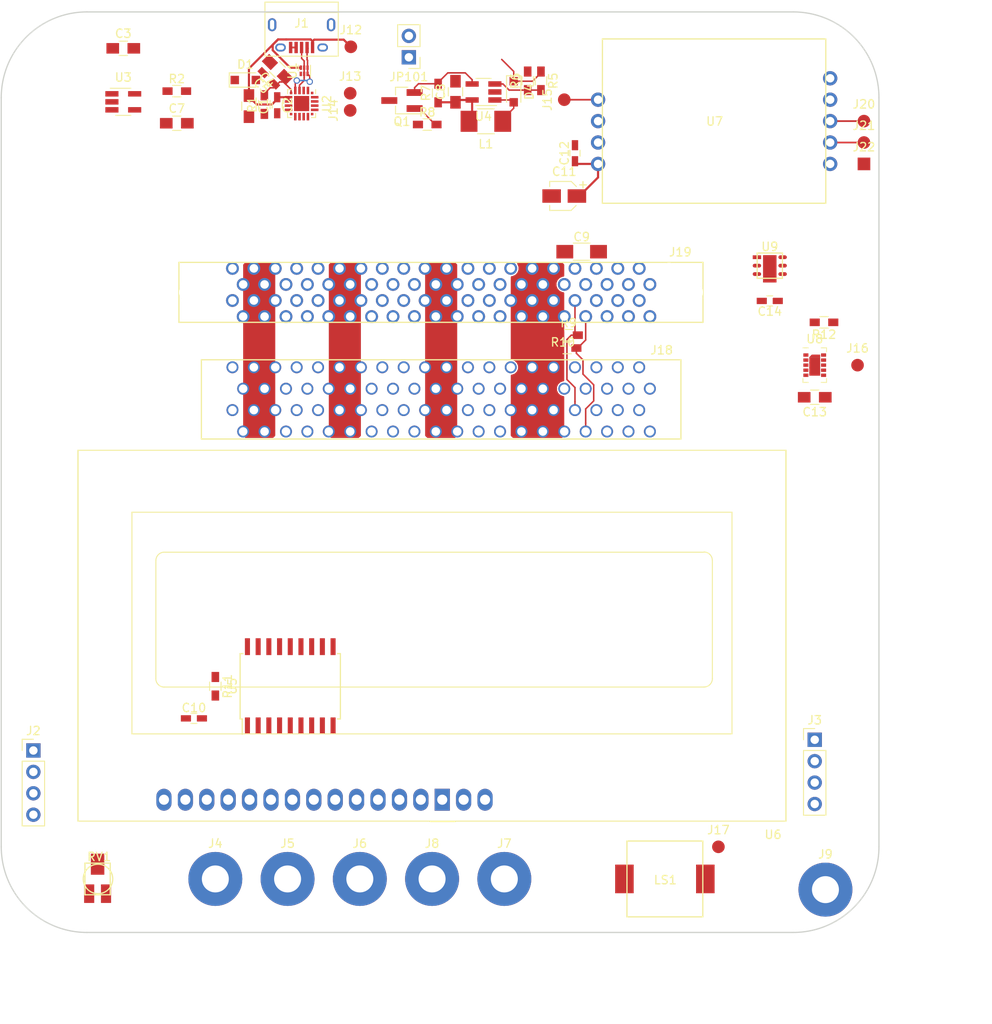
<source format=kicad_pcb>
(kicad_pcb (version 4) (host pcbnew 4.0.7)

  (general
    (links 233)
    (no_connects 160)
    (area 86.284999 55.804999 190.575001 165.175001)
    (thickness 1.6)
    (drawings 10)
    (tracks 116)
    (zones 0)
    (modules 59)
    (nets 121)
  )

  (page A4)
  (layers
    (0 F.Cu signal)
    (31 B.Cu signal)
    (33 F.Adhes user hide)
    (35 F.Paste user hide)
    (37 F.SilkS user)
    (39 F.Mask user)
    (40 Dwgs.User user)
    (41 Cmts.User user)
    (42 Eco1.User user hide)
    (43 Eco2.User user hide)
    (44 Edge.Cuts user)
    (45 Margin user hide)
    (47 F.CrtYd user hide)
    (49 F.Fab user hide)
  )

  (setup
    (last_trace_width 0.1778)
    (trace_clearance 0.1524)
    (zone_clearance 0.1524)
    (zone_45_only no)
    (trace_min 0.1778)
    (segment_width 0.2)
    (edge_width 0.15)
    (via_size 0.75438)
    (via_drill 0.50038)
    (via_min_size 0.5588)
    (via_min_drill 0.3048)
    (uvia_size 0.3)
    (uvia_drill 0.1)
    (uvias_allowed no)
    (uvia_min_size 0)
    (uvia_min_drill 0)
    (pcb_text_width 0.3)
    (pcb_text_size 1.5 1.5)
    (mod_edge_width 0.15)
    (mod_text_size 1 1)
    (mod_text_width 0.15)
    (pad_size 1.524 1.524)
    (pad_drill 0.762)
    (pad_to_mask_clearance 0.01)
    (aux_axis_origin 0 0)
    (visible_elements FFFFFF7F)
    (pcbplotparams
      (layerselection 0x00030_80000001)
      (usegerberextensions false)
      (excludeedgelayer true)
      (linewidth 0.100000)
      (plotframeref false)
      (viasonmask false)
      (mode 1)
      (useauxorigin false)
      (hpglpennumber 1)
      (hpglpenspeed 20)
      (hpglpendiameter 15)
      (hpglpenoverlay 2)
      (psnegative false)
      (psa4output false)
      (plotreference true)
      (plotvalue true)
      (plotinvisibletext false)
      (padsonsilk false)
      (subtractmaskfromsilk false)
      (outputformat 1)
      (mirror false)
      (drillshape 1)
      (scaleselection 1)
      (outputdirectory ""))
  )

  (net 0 "")
  (net 1 VBUS)
  (net 2 GND)
  (net 3 +3V3)
  (net 4 +5V)
  (net 5 "Net-(D4-Pad1)")
  (net 6 "Net-(D4-Pad2)")
  (net 7 "Net-(J1-Pad2)")
  (net 8 "Net-(J1-Pad3)")
  (net 9 SDA)
  (net 10 SCL)
  (net 11 /P01)
  (net 12 /P02)
  (net 13 /P08)
  (net 14 COMPUTER_TXO)
  (net 15 COMPUTER_RXI)
  (net 16 CO2_SENSOR)
  (net 17 nCCS811)
  (net 18 BUZZER)
  (net 19 "Net-(J18-Padb1)")
  (net 20 "Net-(J18-Padb7)")
  (net 21 "Net-(J18-Padb9)")
  (net 22 "Net-(J18-Padb15)")
  (net 23 "Net-(J18-Padb17)")
  (net 24 "Net-(J18-Padb23)")
  (net 25 "Net-(J18-Padb25)")
  (net 26 "Net-(J18-Padb27)")
  (net 27 "Net-(J18-Padb33)")
  (net 28 "Net-(J18-Padb35)")
  (net 29 "Net-(J18-Padb6)")
  (net 30 "Net-(J18-Padb8)")
  (net 31 "Net-(J18-Padb14)")
  (net 32 "Net-(J18-Padb16)")
  (net 33 "Net-(J18-Padb18)")
  (net 34 "Net-(J18-Padb24)")
  (net 35 "Net-(J18-Padb26)")
  (net 36 "Net-(J18-Padb32)")
  (net 37 "Net-(J18-Padb34)")
  (net 38 "Net-(J18-Padb40)")
  (net 39 "Net-(J18-Pada1)")
  (net 40 "Net-(J18-Pada15)")
  (net 41 "Net-(J18-Pada8)")
  (net 42 "Net-(J18-Pada7)")
  (net 43 "Net-(J18-Pada9)")
  (net 44 "Net-(J18-Pada6)")
  (net 45 "Net-(J18-Pada18)")
  (net 46 "Net-(J18-Pada17)")
  (net 47 "Net-(J18-Pada16)")
  (net 48 "Net-(J19-Padb1)")
  (net 49 "Net-(J19-Padb7)")
  (net 50 "Net-(J19-Padb9)")
  (net 51 "Net-(J19-Padb15)")
  (net 52 "Net-(J19-Padb17)")
  (net 53 "Net-(J19-Padb23)")
  (net 54 "Net-(J19-Padb25)")
  (net 55 "Net-(J19-Padb27)")
  (net 56 "Net-(J19-Padb33)")
  (net 57 "Net-(J19-Padb35)")
  (net 58 "Net-(J19-Padb6)")
  (net 59 "Net-(J19-Padb8)")
  (net 60 "Net-(J19-Padb14)")
  (net 61 "Net-(J19-Padb16)")
  (net 62 "Net-(J19-Padb18)")
  (net 63 "Net-(J19-Padb24)")
  (net 64 "Net-(J19-Padb26)")
  (net 65 "Net-(J19-Padb32)")
  (net 66 "Net-(J19-Padb34)")
  (net 67 "Net-(J19-Padb40)")
  (net 68 "Net-(J19-Pada1)")
  (net 69 "Net-(J19-Pada7)")
  (net 70 "Net-(J19-Pada9)")
  (net 71 "Net-(J19-Pada15)")
  (net 72 "Net-(J19-Pada17)")
  (net 73 "Net-(J19-Pada6)")
  (net 74 "Net-(J19-Pada8)")
  (net 75 "Net-(J19-Pada16)")
  (net 76 "Net-(J19-Pada18)")
  (net 77 "Net-(J20-Pad1)")
  (net 78 "Net-(J21-Pad1)")
  (net 79 "Net-(Q1-Pad1)")
  (net 80 "Net-(Q1-Pad2)")
  (net 81 "Net-(R1-Pad1)")
  (net 82 "Net-(R5-Pad2)")
  (net 83 "Net-(R11-Pad2)")
  (net 84 "Net-(RV1-Pad2)")
  (net 85 "Net-(U2-Pad1)")
  (net 86 "Net-(U2-Pad2)")
  (net 87 "Net-(U2-Pad10)")
  (net 88 "Net-(U2-Pad11)")
  (net 89 "Net-(U2-Pad13)")
  (net 90 "Net-(U2-Pad14)")
  (net 91 "Net-(U2-Pad15)")
  (net 92 "Net-(U2-Pad16)")
  (net 93 "Net-(U3-Pad4)")
  (net 94 "Net-(U5-Pad8)")
  (net 95 "Net-(U5-Pad10)")
  (net 96 "Net-(U5-Pad11)")
  (net 97 "Net-(U5-Pad12)")
  (net 98 "Net-(U5-Pad13)")
  (net 99 "Net-(U5-Pad14)")
  (net 100 "Net-(U5-Pad15)")
  (net 101 "Net-(U5-Pad16)")
  (net 102 "Net-(U5-Pad17)")
  (net 103 "Net-(U6-Pad7)")
  (net 104 "Net-(U6-Pad8)")
  (net 105 "Net-(U6-Pad9)")
  (net 106 "Net-(U6-Pad10)")
  (net 107 "Net-(U7-Pad1)")
  (net 108 "Net-(U7-Pad2)")
  (net 109 "Net-(U7-Pad5)")
  (net 110 "Net-(U7-Pad7)")
  (net 111 "Net-(U8-Pad4)")
  (net 112 "Net-(U8-Pad3)")
  (net 113 "Net-(U8-Pad8)")
  (net 114 "Net-(U9-PadEP)")
  (net 115 "Net-(J1-Pad4)")
  (net 116 "Net-(U9-Pad3)")
  (net 117 "Net-(U9-Pad4)")
  (net 118 "Net-(C4-Pad1)")
  (net 119 "Net-(U2-Pad19)")
  (net 120 "Net-(U2-Pad20)")

  (net_class Default "This is the default net class."
    (clearance 0.1524)
    (trace_width 0.1778)
    (via_dia 0.75438)
    (via_drill 0.50038)
    (uvia_dia 0.3)
    (uvia_drill 0.1)
    (add_net /P01)
    (add_net /P02)
    (add_net /P08)
    (add_net BUZZER)
    (add_net CO2_SENSOR)
    (add_net COMPUTER_RXI)
    (add_net COMPUTER_TXO)
    (add_net GND)
    (add_net "Net-(C4-Pad1)")
    (add_net "Net-(D4-Pad1)")
    (add_net "Net-(D4-Pad2)")
    (add_net "Net-(J1-Pad2)")
    (add_net "Net-(J1-Pad3)")
    (add_net "Net-(J1-Pad4)")
    (add_net "Net-(J18-Pada1)")
    (add_net "Net-(J18-Pada15)")
    (add_net "Net-(J18-Pada16)")
    (add_net "Net-(J18-Pada17)")
    (add_net "Net-(J18-Pada18)")
    (add_net "Net-(J18-Pada6)")
    (add_net "Net-(J18-Pada7)")
    (add_net "Net-(J18-Pada8)")
    (add_net "Net-(J18-Pada9)")
    (add_net "Net-(J18-Padb1)")
    (add_net "Net-(J18-Padb14)")
    (add_net "Net-(J18-Padb15)")
    (add_net "Net-(J18-Padb16)")
    (add_net "Net-(J18-Padb17)")
    (add_net "Net-(J18-Padb18)")
    (add_net "Net-(J18-Padb23)")
    (add_net "Net-(J18-Padb24)")
    (add_net "Net-(J18-Padb25)")
    (add_net "Net-(J18-Padb26)")
    (add_net "Net-(J18-Padb27)")
    (add_net "Net-(J18-Padb32)")
    (add_net "Net-(J18-Padb33)")
    (add_net "Net-(J18-Padb34)")
    (add_net "Net-(J18-Padb35)")
    (add_net "Net-(J18-Padb40)")
    (add_net "Net-(J18-Padb6)")
    (add_net "Net-(J18-Padb7)")
    (add_net "Net-(J18-Padb8)")
    (add_net "Net-(J18-Padb9)")
    (add_net "Net-(J19-Pada1)")
    (add_net "Net-(J19-Pada15)")
    (add_net "Net-(J19-Pada16)")
    (add_net "Net-(J19-Pada17)")
    (add_net "Net-(J19-Pada18)")
    (add_net "Net-(J19-Pada6)")
    (add_net "Net-(J19-Pada7)")
    (add_net "Net-(J19-Pada8)")
    (add_net "Net-(J19-Pada9)")
    (add_net "Net-(J19-Padb1)")
    (add_net "Net-(J19-Padb14)")
    (add_net "Net-(J19-Padb15)")
    (add_net "Net-(J19-Padb16)")
    (add_net "Net-(J19-Padb17)")
    (add_net "Net-(J19-Padb18)")
    (add_net "Net-(J19-Padb23)")
    (add_net "Net-(J19-Padb24)")
    (add_net "Net-(J19-Padb25)")
    (add_net "Net-(J19-Padb26)")
    (add_net "Net-(J19-Padb27)")
    (add_net "Net-(J19-Padb32)")
    (add_net "Net-(J19-Padb33)")
    (add_net "Net-(J19-Padb34)")
    (add_net "Net-(J19-Padb35)")
    (add_net "Net-(J19-Padb40)")
    (add_net "Net-(J19-Padb6)")
    (add_net "Net-(J19-Padb7)")
    (add_net "Net-(J19-Padb8)")
    (add_net "Net-(J19-Padb9)")
    (add_net "Net-(J20-Pad1)")
    (add_net "Net-(J21-Pad1)")
    (add_net "Net-(Q1-Pad1)")
    (add_net "Net-(Q1-Pad2)")
    (add_net "Net-(R1-Pad1)")
    (add_net "Net-(R11-Pad2)")
    (add_net "Net-(R5-Pad2)")
    (add_net "Net-(RV1-Pad2)")
    (add_net "Net-(U2-Pad1)")
    (add_net "Net-(U2-Pad10)")
    (add_net "Net-(U2-Pad11)")
    (add_net "Net-(U2-Pad13)")
    (add_net "Net-(U2-Pad14)")
    (add_net "Net-(U2-Pad15)")
    (add_net "Net-(U2-Pad16)")
    (add_net "Net-(U2-Pad19)")
    (add_net "Net-(U2-Pad2)")
    (add_net "Net-(U2-Pad20)")
    (add_net "Net-(U3-Pad4)")
    (add_net "Net-(U5-Pad10)")
    (add_net "Net-(U5-Pad11)")
    (add_net "Net-(U5-Pad12)")
    (add_net "Net-(U5-Pad13)")
    (add_net "Net-(U5-Pad14)")
    (add_net "Net-(U5-Pad15)")
    (add_net "Net-(U5-Pad16)")
    (add_net "Net-(U5-Pad17)")
    (add_net "Net-(U5-Pad8)")
    (add_net "Net-(U6-Pad10)")
    (add_net "Net-(U6-Pad7)")
    (add_net "Net-(U6-Pad8)")
    (add_net "Net-(U6-Pad9)")
    (add_net "Net-(U7-Pad1)")
    (add_net "Net-(U7-Pad2)")
    (add_net "Net-(U7-Pad5)")
    (add_net "Net-(U7-Pad7)")
    (add_net "Net-(U8-Pad3)")
    (add_net "Net-(U8-Pad4)")
    (add_net "Net-(U8-Pad8)")
    (add_net "Net-(U9-Pad3)")
    (add_net "Net-(U9-Pad4)")
    (add_net "Net-(U9-PadEP)")
    (add_net SCL)
    (add_net SDA)
    (add_net nCCS811)
  )

  (net_class Power ""
    (clearance 0.1778)
    (trace_width 0.254)
    (via_dia 0.75438)
    (via_drill 0.50038)
    (uvia_dia 0.3)
    (uvia_drill 0.1)
    (add_net +3V3)
    (add_net +5V)
    (add_net VBUS)
  )

  (module Housings_LGA:AMS_LGA-10-1EP_2.7x4mm_Pitch0.6mm (layer F.Cu) (tedit 59706CBD) (tstamp 5A83282E)
    (at 182.88 97.79)
    (descr "LGA-10, http://ams.com/eng/content/download/951091/2269479/471718")
    (tags "lga land grid array")
    (path /5A7DC600/5A7DCB50)
    (attr smd)
    (fp_text reference U8 (at 0 -3.1) (layer F.SilkS)
      (effects (font (size 1 1) (thickness 0.15)))
    )
    (fp_text value CCS811 (at 0 3.1) (layer F.Fab)
      (effects (font (size 1 1) (thickness 0.15)))
    )
    (fp_text user %R (at 0 0) (layer F.Fab)
      (effects (font (size 0.5 0.5) (thickness 0.05)))
    )
    (fp_line (start 1.5 -2.15) (end 1.5 2.15) (layer F.CrtYd) (width 0.05))
    (fp_line (start 1.5 2.15) (end -1.5 2.15) (layer F.CrtYd) (width 0.05))
    (fp_line (start -1.5 2.15) (end -1.5 -2.15) (layer F.CrtYd) (width 0.05))
    (fp_line (start -1.5 -2.15) (end 1.5 -2.15) (layer F.CrtYd) (width 0.05))
    (fp_line (start 1.3 -1.95) (end 1.3 1.95) (layer F.Fab) (width 0.1))
    (fp_line (start 1.3 1.95) (end -1.3 1.95) (layer F.Fab) (width 0.1))
    (fp_line (start -1.3 1.95) (end -1.3 -1.65) (layer F.Fab) (width 0.1))
    (fp_line (start -1.3 -1.65) (end -1 -1.95) (layer F.Fab) (width 0.1))
    (fp_line (start -1 -1.95) (end 1.3 -1.95) (layer F.Fab) (width 0.1))
    (fp_line (start -1.4 1.57) (end -1.4 2.05) (layer F.SilkS) (width 0.1))
    (fp_line (start -1.4 2.05) (end -0.76 2.05) (layer F.SilkS) (width 0.1))
    (fp_line (start -1.4 -2.05) (end -0.76 -2.05) (layer F.SilkS) (width 0.1))
    (fp_line (start 0.76 2.05) (end 1.4 2.05) (layer F.SilkS) (width 0.1))
    (fp_line (start 1.4 1.57) (end 1.4 2.05) (layer F.SilkS) (width 0.1))
    (fp_line (start 0.76 -2.05) (end 1.4 -2.05) (layer F.SilkS) (width 0.1))
    (fp_line (start 1.4 -2.05) (end 1.4 -1.57) (layer F.SilkS) (width 0.1))
    (pad 11 smd trapezoid (at 0 -1.1) (size 1 0.3) (rect_delta 0 0.3 ) (layers F.Cu F.Paste F.Mask)
      (net 2 GND))
    (pad 11 smd rect (at 0.15 -1.1) (size 1 0.3) (layers F.Cu F.Paste F.Mask)
      (net 2 GND))
    (pad 11 smd rect (at 0 0.15) (size 1.3 2.2) (layers F.Cu F.Paste F.Mask)
      (net 2 GND))
    (pad 6 smd rect (at 1.05 1.2) (size 0.6 0.4) (layers F.Cu F.Paste F.Mask)
      (net 3 +3V3))
    (pad 7 smd rect (at 1.05 0.6) (size 0.6 0.4) (layers F.Cu F.Paste F.Mask)
      (net 17 nCCS811))
    (pad 10 smd rect (at 1.05 -1.2) (size 0.6 0.4) (layers F.Cu F.Paste F.Mask)
      (net 10 SCL))
    (pad 9 smd rect (at 1.05 -0.6) (size 0.6 0.4) (layers F.Cu F.Paste F.Mask)
      (net 9 SDA))
    (pad 5 smd rect (at -1.05 1.2) (size 0.6 0.4) (layers F.Cu F.Paste F.Mask)
      (net 111 "Net-(U8-Pad4)"))
    (pad 1 smd rect (at -1.05 -1.2) (size 0.6 0.4) (layers F.Cu F.Paste F.Mask)
      (net 2 GND))
    (pad 2 smd rect (at -1.05 -0.6) (size 0.6 0.4) (layers F.Cu F.Paste F.Mask)
      (net 3 +3V3))
    (pad 3 smd rect (at -1.05 0) (size 0.6 0.4) (layers F.Cu F.Paste F.Mask)
      (net 112 "Net-(U8-Pad3)"))
    (pad 4 smd rect (at -1.05 0.6) (size 0.6 0.4) (layers F.Cu F.Paste F.Mask)
      (net 111 "Net-(U8-Pad4)"))
    (pad 8 smd rect (at 1.05 0) (size 0.6 0.4) (layers F.Cu F.Paste F.Mask)
      (net 113 "Net-(U8-Pad8)"))
    (model ${KISYS3DMOD}/Housings_LGA.3dshapes/AMS_LGA-10-1EP_2.7x4mm_Pitch0.6mm.wrl
      (at (xyz 0 0 0))
      (scale (xyz 1 1 1))
      (rotate (xyz 0 0 0))
    )
    (model /home/nock/devel/lts-proto/3d_models/CCS811.wrl
      (at (xyz 0 0 0))
      (scale (xyz 0.3937 0.3937 0.3937))
      (rotate (xyz 0 0 0))
    )
  )

  (module Murata_PKMCS0909E4000_HandSoldering (layer F.Cu) (tedit 5A831FD5) (tstamp 5A832749)
    (at 165.1 158.75)
    (path /5A7EA06A)
    (fp_text reference LS1 (at 0.05 0.125) (layer F.SilkS)
      (effects (font (size 1 1) (thickness 0.15)))
    )
    (fp_text value "Piezo Speaker" (at 0.125 5.775) (layer F.Fab)
      (effects (font (size 1 1) (thickness 0.15)))
    )
    (fp_line (start -4.5 4.5) (end -4.5 -4.5) (layer F.SilkS) (width 0.15))
    (fp_line (start 4.5 4.5) (end -4.5 4.5) (layer F.SilkS) (width 0.15))
    (fp_line (start 4.5 -4.5) (end 4.5 4.5) (layer F.SilkS) (width 0.15))
    (fp_line (start -4.5 -4.5) (end 4.5 -4.5) (layer F.SilkS) (width 0.15))
    (pad 1 smd rect (at -4.8 0) (size 2.2 3.4) (layers F.Cu F.Paste F.Mask)
      (net 2 GND))
    (pad 2 smd rect (at 4.8 0) (size 2.2 3.4) (layers F.Cu F.Paste F.Mask)
      (net 18 BUZZER))
    (model /home/nock/devel/lts-proto/3d_models/PKMCS.wrl
      (at (xyz 0 0 0))
      (scale (xyz 0.3937 0.3937 0.3937))
      (rotate (xyz 0 0 0))
    )
  )

  (module Capacitors_SMD:C_0805_HandSoldering (layer F.Cu) (tedit 58AA84A8) (tstamp 5A8325BA)
    (at 115.7478 67.056 270)
    (descr "Capacitor SMD 0805, hand soldering")
    (tags "capacitor 0805")
    (path /5A7BAC71)
    (attr smd)
    (fp_text reference C1 (at 0 -1.75 270) (layer F.SilkS)
      (effects (font (size 1 1) (thickness 0.15)))
    )
    (fp_text value 4.7uF (at 0 1.75 270) (layer F.Fab)
      (effects (font (size 1 1) (thickness 0.15)))
    )
    (fp_text user %R (at 0 -1.75 270) (layer F.Fab)
      (effects (font (size 1 1) (thickness 0.15)))
    )
    (fp_line (start -1 0.62) (end -1 -0.62) (layer F.Fab) (width 0.1))
    (fp_line (start 1 0.62) (end -1 0.62) (layer F.Fab) (width 0.1))
    (fp_line (start 1 -0.62) (end 1 0.62) (layer F.Fab) (width 0.1))
    (fp_line (start -1 -0.62) (end 1 -0.62) (layer F.Fab) (width 0.1))
    (fp_line (start 0.5 -0.85) (end -0.5 -0.85) (layer F.SilkS) (width 0.12))
    (fp_line (start -0.5 0.85) (end 0.5 0.85) (layer F.SilkS) (width 0.12))
    (fp_line (start -2.25 -0.88) (end 2.25 -0.88) (layer F.CrtYd) (width 0.05))
    (fp_line (start -2.25 -0.88) (end -2.25 0.87) (layer F.CrtYd) (width 0.05))
    (fp_line (start 2.25 0.87) (end 2.25 -0.88) (layer F.CrtYd) (width 0.05))
    (fp_line (start 2.25 0.87) (end -2.25 0.87) (layer F.CrtYd) (width 0.05))
    (pad 1 smd rect (at -1.25 0 270) (size 1.5 1.25) (layers F.Cu F.Paste F.Mask)
      (net 1 VBUS))
    (pad 2 smd rect (at 1.25 0 270) (size 1.5 1.25) (layers F.Cu F.Paste F.Mask)
      (net 2 GND))
    (model Capacitors_SMD.3dshapes/C_0805.wrl
      (at (xyz 0 0 0))
      (scale (xyz 1 1 1))
      (rotate (xyz 0 0 0))
    )
  )

  (module Capacitors_SMD:C_0603_HandSoldering (layer F.Cu) (tedit 58AA848B) (tstamp 5A8325C0)
    (at 119.1006 66.9544 270)
    (descr "Capacitor SMD 0603, hand soldering")
    (tags "capacitor 0603")
    (path /5A7BAC72)
    (attr smd)
    (fp_text reference C2 (at 0 -1.25 270) (layer F.SilkS)
      (effects (font (size 1 1) (thickness 0.15)))
    )
    (fp_text value 0.1uF (at 0 1.5 270) (layer F.Fab)
      (effects (font (size 1 1) (thickness 0.15)))
    )
    (fp_text user %R (at 0 -1.25 270) (layer F.Fab)
      (effects (font (size 1 1) (thickness 0.15)))
    )
    (fp_line (start -0.8 0.4) (end -0.8 -0.4) (layer F.Fab) (width 0.1))
    (fp_line (start 0.8 0.4) (end -0.8 0.4) (layer F.Fab) (width 0.1))
    (fp_line (start 0.8 -0.4) (end 0.8 0.4) (layer F.Fab) (width 0.1))
    (fp_line (start -0.8 -0.4) (end 0.8 -0.4) (layer F.Fab) (width 0.1))
    (fp_line (start -0.35 -0.6) (end 0.35 -0.6) (layer F.SilkS) (width 0.12))
    (fp_line (start 0.35 0.6) (end -0.35 0.6) (layer F.SilkS) (width 0.12))
    (fp_line (start -1.8 -0.65) (end 1.8 -0.65) (layer F.CrtYd) (width 0.05))
    (fp_line (start -1.8 -0.65) (end -1.8 0.65) (layer F.CrtYd) (width 0.05))
    (fp_line (start 1.8 0.65) (end 1.8 -0.65) (layer F.CrtYd) (width 0.05))
    (fp_line (start 1.8 0.65) (end -1.8 0.65) (layer F.CrtYd) (width 0.05))
    (pad 1 smd rect (at -0.95 0 270) (size 1.2 0.75) (layers F.Cu F.Paste F.Mask)
      (net 1 VBUS))
    (pad 2 smd rect (at 0.95 0 270) (size 1.2 0.75) (layers F.Cu F.Paste F.Mask)
      (net 2 GND))
    (model Capacitors_SMD.3dshapes/C_0603.wrl
      (at (xyz 0 0 0))
      (scale (xyz 1 1 1))
      (rotate (xyz 0 0 0))
    )
  )

  (module Capacitors_SMD:C_0805_HandSoldering (layer F.Cu) (tedit 58AA84A8) (tstamp 5A8325C6)
    (at 100.838 60.198)
    (descr "Capacitor SMD 0805, hand soldering")
    (tags "capacitor 0805")
    (path /5A7E4A9D)
    (attr smd)
    (fp_text reference C3 (at 0 -1.75) (layer F.SilkS)
      (effects (font (size 1 1) (thickness 0.15)))
    )
    (fp_text value 1uf (at 0 1.75) (layer F.Fab)
      (effects (font (size 1 1) (thickness 0.15)))
    )
    (fp_text user %R (at 0 -1.75) (layer F.Fab)
      (effects (font (size 1 1) (thickness 0.15)))
    )
    (fp_line (start -1 0.62) (end -1 -0.62) (layer F.Fab) (width 0.1))
    (fp_line (start 1 0.62) (end -1 0.62) (layer F.Fab) (width 0.1))
    (fp_line (start 1 -0.62) (end 1 0.62) (layer F.Fab) (width 0.1))
    (fp_line (start -1 -0.62) (end 1 -0.62) (layer F.Fab) (width 0.1))
    (fp_line (start 0.5 -0.85) (end -0.5 -0.85) (layer F.SilkS) (width 0.12))
    (fp_line (start -0.5 0.85) (end 0.5 0.85) (layer F.SilkS) (width 0.12))
    (fp_line (start -2.25 -0.88) (end 2.25 -0.88) (layer F.CrtYd) (width 0.05))
    (fp_line (start -2.25 -0.88) (end -2.25 0.87) (layer F.CrtYd) (width 0.05))
    (fp_line (start 2.25 0.87) (end 2.25 -0.88) (layer F.CrtYd) (width 0.05))
    (fp_line (start 2.25 0.87) (end -2.25 0.87) (layer F.CrtYd) (width 0.05))
    (pad 1 smd rect (at -1.25 0) (size 1.5 1.25) (layers F.Cu F.Paste F.Mask)
      (net 1 VBUS))
    (pad 2 smd rect (at 1.25 0) (size 1.5 1.25) (layers F.Cu F.Paste F.Mask)
      (net 2 GND))
    (model Capacitors_SMD.3dshapes/C_0805.wrl
      (at (xyz 0 0 0))
      (scale (xyz 1 1 1))
      (rotate (xyz 0 0 0))
    )
  )

  (module Capacitors_SMD:C_0805_HandSoldering (layer F.Cu) (tedit 58AA84A8) (tstamp 5A8325CC)
    (at 119.120883 62.707483 135)
    (descr "Capacitor SMD 0805, hand soldering")
    (tags "capacitor 0805")
    (path /5A7BAC74)
    (attr smd)
    (fp_text reference C4 (at 0 -1.75 135) (layer F.SilkS)
      (effects (font (size 1 1) (thickness 0.15)))
    )
    (fp_text value 4.7uF (at 0 1.75 135) (layer F.Fab)
      (effects (font (size 1 1) (thickness 0.15)))
    )
    (fp_text user %R (at 0 -1.75 135) (layer F.Fab)
      (effects (font (size 1 1) (thickness 0.15)))
    )
    (fp_line (start -1 0.62) (end -1 -0.62) (layer F.Fab) (width 0.1))
    (fp_line (start 1 0.62) (end -1 0.62) (layer F.Fab) (width 0.1))
    (fp_line (start 1 -0.62) (end 1 0.62) (layer F.Fab) (width 0.1))
    (fp_line (start -1 -0.62) (end 1 -0.62) (layer F.Fab) (width 0.1))
    (fp_line (start 0.5 -0.85) (end -0.5 -0.85) (layer F.SilkS) (width 0.12))
    (fp_line (start -0.5 0.85) (end 0.5 0.85) (layer F.SilkS) (width 0.12))
    (fp_line (start -2.25 -0.88) (end 2.25 -0.88) (layer F.CrtYd) (width 0.05))
    (fp_line (start -2.25 -0.88) (end -2.25 0.87) (layer F.CrtYd) (width 0.05))
    (fp_line (start 2.25 0.87) (end 2.25 -0.88) (layer F.CrtYd) (width 0.05))
    (fp_line (start 2.25 0.87) (end -2.25 0.87) (layer F.CrtYd) (width 0.05))
    (pad 1 smd rect (at -1.25 0 135) (size 1.5 1.25) (layers F.Cu F.Paste F.Mask)
      (net 118 "Net-(C4-Pad1)"))
    (pad 2 smd rect (at 1.25 0 135) (size 1.5 1.25) (layers F.Cu F.Paste F.Mask)
      (net 2 GND))
    (model Capacitors_SMD.3dshapes/C_0805.wrl
      (at (xyz 0 0 0))
      (scale (xyz 1 1 1))
      (rotate (xyz 0 0 0))
    )
  )

  (module Capacitors_SMD:C_0603_HandSoldering (layer F.Cu) (tedit 58AA848B) (tstamp 5A8325D2)
    (at 118.11 63.754 135)
    (descr "Capacitor SMD 0603, hand soldering")
    (tags "capacitor 0603")
    (path /5A7BAC75)
    (attr smd)
    (fp_text reference C5 (at 0 -1.25 135) (layer F.SilkS)
      (effects (font (size 1 1) (thickness 0.15)))
    )
    (fp_text value 0.1uF (at 0 1.5 135) (layer F.Fab)
      (effects (font (size 1 1) (thickness 0.15)))
    )
    (fp_text user %R (at 0 -1.25 135) (layer F.Fab)
      (effects (font (size 1 1) (thickness 0.15)))
    )
    (fp_line (start -0.8 0.4) (end -0.8 -0.4) (layer F.Fab) (width 0.1))
    (fp_line (start 0.8 0.4) (end -0.8 0.4) (layer F.Fab) (width 0.1))
    (fp_line (start 0.8 -0.4) (end 0.8 0.4) (layer F.Fab) (width 0.1))
    (fp_line (start -0.8 -0.4) (end 0.8 -0.4) (layer F.Fab) (width 0.1))
    (fp_line (start -0.35 -0.6) (end 0.35 -0.6) (layer F.SilkS) (width 0.12))
    (fp_line (start 0.35 0.6) (end -0.35 0.6) (layer F.SilkS) (width 0.12))
    (fp_line (start -1.8 -0.65) (end 1.8 -0.65) (layer F.CrtYd) (width 0.05))
    (fp_line (start -1.8 -0.65) (end -1.8 0.65) (layer F.CrtYd) (width 0.05))
    (fp_line (start 1.8 0.65) (end 1.8 -0.65) (layer F.CrtYd) (width 0.05))
    (fp_line (start 1.8 0.65) (end -1.8 0.65) (layer F.CrtYd) (width 0.05))
    (pad 1 smd rect (at -0.95 0 135) (size 1.2 0.75) (layers F.Cu F.Paste F.Mask)
      (net 118 "Net-(C4-Pad1)"))
    (pad 2 smd rect (at 0.95 0 135) (size 1.2 0.75) (layers F.Cu F.Paste F.Mask)
      (net 2 GND))
    (model Capacitors_SMD.3dshapes/C_0603.wrl
      (at (xyz 0 0 0))
      (scale (xyz 1 1 1))
      (rotate (xyz 0 0 0))
    )
  )

  (module Capacitors_SMD:C_0805_HandSoldering (layer F.Cu) (tedit 58AA84A8) (tstamp 5A8325D8)
    (at 107.188 69.088)
    (descr "Capacitor SMD 0805, hand soldering")
    (tags "capacitor 0805")
    (path /5A7BAC59)
    (attr smd)
    (fp_text reference C7 (at 0 -1.75) (layer F.SilkS)
      (effects (font (size 1 1) (thickness 0.15)))
    )
    (fp_text value 1uF (at 0 1.75) (layer F.Fab)
      (effects (font (size 1 1) (thickness 0.15)))
    )
    (fp_text user %R (at 0 -1.75) (layer F.Fab)
      (effects (font (size 1 1) (thickness 0.15)))
    )
    (fp_line (start -1 0.62) (end -1 -0.62) (layer F.Fab) (width 0.1))
    (fp_line (start 1 0.62) (end -1 0.62) (layer F.Fab) (width 0.1))
    (fp_line (start 1 -0.62) (end 1 0.62) (layer F.Fab) (width 0.1))
    (fp_line (start -1 -0.62) (end 1 -0.62) (layer F.Fab) (width 0.1))
    (fp_line (start 0.5 -0.85) (end -0.5 -0.85) (layer F.SilkS) (width 0.12))
    (fp_line (start -0.5 0.85) (end 0.5 0.85) (layer F.SilkS) (width 0.12))
    (fp_line (start -2.25 -0.88) (end 2.25 -0.88) (layer F.CrtYd) (width 0.05))
    (fp_line (start -2.25 -0.88) (end -2.25 0.87) (layer F.CrtYd) (width 0.05))
    (fp_line (start 2.25 0.87) (end 2.25 -0.88) (layer F.CrtYd) (width 0.05))
    (fp_line (start 2.25 0.87) (end -2.25 0.87) (layer F.CrtYd) (width 0.05))
    (pad 1 smd rect (at -1.25 0) (size 1.5 1.25) (layers F.Cu F.Paste F.Mask)
      (net 4 +5V))
    (pad 2 smd rect (at 1.25 0) (size 1.5 1.25) (layers F.Cu F.Paste F.Mask)
      (net 2 GND))
    (model Capacitors_SMD.3dshapes/C_0805.wrl
      (at (xyz 0 0 0))
      (scale (xyz 1 1 1))
      (rotate (xyz 0 0 0))
    )
  )

  (module Capacitors_SMD:C_0805_HandSoldering (layer F.Cu) (tedit 58AA84A8) (tstamp 5A8325DE)
    (at 140.253917 65.352107 90)
    (descr "Capacitor SMD 0805, hand soldering")
    (tags "capacitor 0805")
    (path /5A7BAC58)
    (attr smd)
    (fp_text reference C8 (at 0 -1.75 90) (layer F.SilkS)
      (effects (font (size 1 1) (thickness 0.15)))
    )
    (fp_text value 1uF (at 0 1.75 90) (layer F.Fab)
      (effects (font (size 1 1) (thickness 0.15)))
    )
    (fp_text user %R (at 0 -1.75 90) (layer F.Fab)
      (effects (font (size 1 1) (thickness 0.15)))
    )
    (fp_line (start -1 0.62) (end -1 -0.62) (layer F.Fab) (width 0.1))
    (fp_line (start 1 0.62) (end -1 0.62) (layer F.Fab) (width 0.1))
    (fp_line (start 1 -0.62) (end 1 0.62) (layer F.Fab) (width 0.1))
    (fp_line (start -1 -0.62) (end 1 -0.62) (layer F.Fab) (width 0.1))
    (fp_line (start 0.5 -0.85) (end -0.5 -0.85) (layer F.SilkS) (width 0.12))
    (fp_line (start -0.5 0.85) (end 0.5 0.85) (layer F.SilkS) (width 0.12))
    (fp_line (start -2.25 -0.88) (end 2.25 -0.88) (layer F.CrtYd) (width 0.05))
    (fp_line (start -2.25 -0.88) (end -2.25 0.87) (layer F.CrtYd) (width 0.05))
    (fp_line (start 2.25 0.87) (end 2.25 -0.88) (layer F.CrtYd) (width 0.05))
    (fp_line (start 2.25 0.87) (end -2.25 0.87) (layer F.CrtYd) (width 0.05))
    (pad 1 smd rect (at -1.25 0 90) (size 1.5 1.25) (layers F.Cu F.Paste F.Mask)
      (net 3 +3V3))
    (pad 2 smd rect (at 1.25 0 90) (size 1.5 1.25) (layers F.Cu F.Paste F.Mask)
      (net 2 GND))
    (model Capacitors_SMD.3dshapes/C_0805.wrl
      (at (xyz 0 0 0))
      (scale (xyz 1 1 1))
      (rotate (xyz 0 0 0))
    )
  )

  (module Capacitors_SMD:C_1206_HandSoldering (layer F.Cu) (tedit 58AA84D1) (tstamp 5A8325E4)
    (at 155.226 84.328)
    (descr "Capacitor SMD 1206, hand soldering")
    (tags "capacitor 1206")
    (path /5A7BAC66)
    (attr smd)
    (fp_text reference C9 (at 0 -1.75) (layer F.SilkS)
      (effects (font (size 1 1) (thickness 0.15)))
    )
    (fp_text value DNP (at 0 2) (layer F.Fab)
      (effects (font (size 1 1) (thickness 0.15)))
    )
    (fp_text user %R (at 0 -1.75) (layer F.Fab)
      (effects (font (size 1 1) (thickness 0.15)))
    )
    (fp_line (start -1.6 0.8) (end -1.6 -0.8) (layer F.Fab) (width 0.1))
    (fp_line (start 1.6 0.8) (end -1.6 0.8) (layer F.Fab) (width 0.1))
    (fp_line (start 1.6 -0.8) (end 1.6 0.8) (layer F.Fab) (width 0.1))
    (fp_line (start -1.6 -0.8) (end 1.6 -0.8) (layer F.Fab) (width 0.1))
    (fp_line (start 1 -1.02) (end -1 -1.02) (layer F.SilkS) (width 0.12))
    (fp_line (start -1 1.02) (end 1 1.02) (layer F.SilkS) (width 0.12))
    (fp_line (start -3.25 -1.05) (end 3.25 -1.05) (layer F.CrtYd) (width 0.05))
    (fp_line (start -3.25 -1.05) (end -3.25 1.05) (layer F.CrtYd) (width 0.05))
    (fp_line (start 3.25 1.05) (end 3.25 -1.05) (layer F.CrtYd) (width 0.05))
    (fp_line (start 3.25 1.05) (end -3.25 1.05) (layer F.CrtYd) (width 0.05))
    (pad 1 smd rect (at -2 0) (size 2 1.6) (layers F.Cu F.Paste F.Mask)
      (net 3 +3V3))
    (pad 2 smd rect (at 2 0) (size 2 1.6) (layers F.Cu F.Paste F.Mask)
      (net 2 GND))
    (model Capacitors_SMD.3dshapes/C_1206.wrl
      (at (xyz 0 0 0))
      (scale (xyz 1 1 1))
      (rotate (xyz 0 0 0))
    )
  )

  (module Capacitors_SMD:C_0603_HandSoldering (layer F.Cu) (tedit 58AA848B) (tstamp 5A8325EA)
    (at 109.22 139.7)
    (descr "Capacitor SMD 0603, hand soldering")
    (tags "capacitor 0603")
    (path /5A7C7D4B/5A7E61BD)
    (attr smd)
    (fp_text reference C10 (at 0 -1.25) (layer F.SilkS)
      (effects (font (size 1 1) (thickness 0.15)))
    )
    (fp_text value 0.1uF (at 0 1.5) (layer F.Fab)
      (effects (font (size 1 1) (thickness 0.15)))
    )
    (fp_text user %R (at 0 -1.25) (layer F.Fab)
      (effects (font (size 1 1) (thickness 0.15)))
    )
    (fp_line (start -0.8 0.4) (end -0.8 -0.4) (layer F.Fab) (width 0.1))
    (fp_line (start 0.8 0.4) (end -0.8 0.4) (layer F.Fab) (width 0.1))
    (fp_line (start 0.8 -0.4) (end 0.8 0.4) (layer F.Fab) (width 0.1))
    (fp_line (start -0.8 -0.4) (end 0.8 -0.4) (layer F.Fab) (width 0.1))
    (fp_line (start -0.35 -0.6) (end 0.35 -0.6) (layer F.SilkS) (width 0.12))
    (fp_line (start 0.35 0.6) (end -0.35 0.6) (layer F.SilkS) (width 0.12))
    (fp_line (start -1.8 -0.65) (end 1.8 -0.65) (layer F.CrtYd) (width 0.05))
    (fp_line (start -1.8 -0.65) (end -1.8 0.65) (layer F.CrtYd) (width 0.05))
    (fp_line (start 1.8 0.65) (end 1.8 -0.65) (layer F.CrtYd) (width 0.05))
    (fp_line (start 1.8 0.65) (end -1.8 0.65) (layer F.CrtYd) (width 0.05))
    (pad 1 smd rect (at -0.95 0) (size 1.2 0.75) (layers F.Cu F.Paste F.Mask)
      (net 3 +3V3))
    (pad 2 smd rect (at 0.95 0) (size 1.2 0.75) (layers F.Cu F.Paste F.Mask)
      (net 2 GND))
    (model Capacitors_SMD.3dshapes/C_0603.wrl
      (at (xyz 0 0 0))
      (scale (xyz 1 1 1))
      (rotate (xyz 0 0 0))
    )
  )

  (module Capacitors_SMD:CP_Elec_3x5.3 (layer F.Cu) (tedit 58AA85CF) (tstamp 5A8325F0)
    (at 153.162 77.724 180)
    (descr "SMT capacitor, aluminium electrolytic, 3x5.3")
    (path /5A7DC600/5A7DCB17)
    (attr smd)
    (fp_text reference C11 (at 0 2.9 180) (layer F.SilkS)
      (effects (font (size 1 1) (thickness 0.15)))
    )
    (fp_text value CP (at -0.03 -2.9 180) (layer F.Fab)
      (effects (font (size 1 1) (thickness 0.15)))
    )
    (fp_circle (center 0 0) (end 0.3 1.5) (layer F.Fab) (width 0.1))
    (fp_text user + (at -0.94 -0.08 180) (layer F.Fab)
      (effects (font (size 1 1) (thickness 0.15)))
    )
    (fp_text user + (at -2.22 1.4 180) (layer F.SilkS)
      (effects (font (size 1 1) (thickness 0.15)))
    )
    (fp_text user %R (at 0 2.9 180) (layer F.Fab)
      (effects (font (size 1 1) (thickness 0.15)))
    )
    (fp_line (start -1.56 -0.75) (end -1.56 0.77) (layer F.Fab) (width 0.1))
    (fp_line (start -0.75 -1.56) (end -1.56 -0.75) (layer F.Fab) (width 0.1))
    (fp_line (start -0.76 1.57) (end -1.56 0.77) (layer F.Fab) (width 0.1))
    (fp_line (start 1.57 1.57) (end 1.57 -1.56) (layer F.Fab) (width 0.1))
    (fp_line (start 1.56 1.57) (end -0.76 1.57) (layer F.Fab) (width 0.1))
    (fp_line (start 1.57 -1.56) (end -0.75 -1.56) (layer F.Fab) (width 0.1))
    (fp_line (start -0.83 1.73) (end -1.44 1.12) (layer F.SilkS) (width 0.12))
    (fp_line (start 1.73 1.73) (end 1.73 1.12) (layer F.SilkS) (width 0.12))
    (fp_line (start -0.81 -1.71) (end -1.41 -1.12) (layer F.SilkS) (width 0.12))
    (fp_line (start 1.73 -1.71) (end 1.73 -1.12) (layer F.SilkS) (width 0.12))
    (fp_line (start -0.83 1.73) (end 1.71 1.73) (layer F.SilkS) (width 0.12))
    (fp_line (start 1.73 -1.71) (end -0.81 -1.71) (layer F.SilkS) (width 0.12))
    (fp_line (start -2.85 -1.82) (end 2.85 -1.82) (layer F.CrtYd) (width 0.05))
    (fp_line (start -2.85 -1.82) (end -2.85 1.82) (layer F.CrtYd) (width 0.05))
    (fp_line (start 2.85 1.82) (end 2.85 -1.82) (layer F.CrtYd) (width 0.05))
    (fp_line (start 2.85 1.82) (end -2.85 1.82) (layer F.CrtYd) (width 0.05))
    (pad 2 smd rect (at 1.5 0 180) (size 2.2 1.6) (layers F.Cu F.Paste F.Mask)
      (net 2 GND))
    (pad 1 smd rect (at -1.5 0 180) (size 2.2 1.6) (layers F.Cu F.Paste F.Mask)
      (net 4 +5V))
    (model Capacitors_SMD.3dshapes/CP_Elec_3x5.3.wrl
      (at (xyz 0 0 0))
      (scale (xyz 1 1 1))
      (rotate (xyz 0 0 180))
    )
  )

  (module Capacitors_SMD:C_0603_HandSoldering (layer F.Cu) (tedit 58AA848B) (tstamp 5A8325F6)
    (at 154.432 72.644 90)
    (descr "Capacitor SMD 0603, hand soldering")
    (tags "capacitor 0603")
    (path /5A7DC600/5A7DCB19)
    (attr smd)
    (fp_text reference C12 (at 0 -1.25 90) (layer F.SilkS)
      (effects (font (size 1 1) (thickness 0.15)))
    )
    (fp_text value 0.1uF (at 0 1.5 90) (layer F.Fab)
      (effects (font (size 1 1) (thickness 0.15)))
    )
    (fp_text user %R (at 0 -1.25 90) (layer F.Fab)
      (effects (font (size 1 1) (thickness 0.15)))
    )
    (fp_line (start -0.8 0.4) (end -0.8 -0.4) (layer F.Fab) (width 0.1))
    (fp_line (start 0.8 0.4) (end -0.8 0.4) (layer F.Fab) (width 0.1))
    (fp_line (start 0.8 -0.4) (end 0.8 0.4) (layer F.Fab) (width 0.1))
    (fp_line (start -0.8 -0.4) (end 0.8 -0.4) (layer F.Fab) (width 0.1))
    (fp_line (start -0.35 -0.6) (end 0.35 -0.6) (layer F.SilkS) (width 0.12))
    (fp_line (start 0.35 0.6) (end -0.35 0.6) (layer F.SilkS) (width 0.12))
    (fp_line (start -1.8 -0.65) (end 1.8 -0.65) (layer F.CrtYd) (width 0.05))
    (fp_line (start -1.8 -0.65) (end -1.8 0.65) (layer F.CrtYd) (width 0.05))
    (fp_line (start 1.8 0.65) (end 1.8 -0.65) (layer F.CrtYd) (width 0.05))
    (fp_line (start 1.8 0.65) (end -1.8 0.65) (layer F.CrtYd) (width 0.05))
    (pad 1 smd rect (at -0.95 0 90) (size 1.2 0.75) (layers F.Cu F.Paste F.Mask)
      (net 4 +5V))
    (pad 2 smd rect (at 0.95 0 90) (size 1.2 0.75) (layers F.Cu F.Paste F.Mask)
      (net 2 GND))
    (model Capacitors_SMD.3dshapes/C_0603.wrl
      (at (xyz 0 0 0))
      (scale (xyz 1 1 1))
      (rotate (xyz 0 0 0))
    )
  )

  (module Capacitors_SMD:C_0805_HandSoldering (layer F.Cu) (tedit 58AA84A8) (tstamp 5A8325FC)
    (at 182.88 101.6 180)
    (descr "Capacitor SMD 0805, hand soldering")
    (tags "capacitor 0805")
    (path /5A7DC600/5A7E16B5)
    (attr smd)
    (fp_text reference C13 (at 0 -1.75 180) (layer F.SilkS)
      (effects (font (size 1 1) (thickness 0.15)))
    )
    (fp_text value 4.7u (at 0 1.75 180) (layer F.Fab)
      (effects (font (size 1 1) (thickness 0.15)))
    )
    (fp_text user %R (at 0 -1.75 180) (layer F.Fab)
      (effects (font (size 1 1) (thickness 0.15)))
    )
    (fp_line (start -1 0.62) (end -1 -0.62) (layer F.Fab) (width 0.1))
    (fp_line (start 1 0.62) (end -1 0.62) (layer F.Fab) (width 0.1))
    (fp_line (start 1 -0.62) (end 1 0.62) (layer F.Fab) (width 0.1))
    (fp_line (start -1 -0.62) (end 1 -0.62) (layer F.Fab) (width 0.1))
    (fp_line (start 0.5 -0.85) (end -0.5 -0.85) (layer F.SilkS) (width 0.12))
    (fp_line (start -0.5 0.85) (end 0.5 0.85) (layer F.SilkS) (width 0.12))
    (fp_line (start -2.25 -0.88) (end 2.25 -0.88) (layer F.CrtYd) (width 0.05))
    (fp_line (start -2.25 -0.88) (end -2.25 0.87) (layer F.CrtYd) (width 0.05))
    (fp_line (start 2.25 0.87) (end 2.25 -0.88) (layer F.CrtYd) (width 0.05))
    (fp_line (start 2.25 0.87) (end -2.25 0.87) (layer F.CrtYd) (width 0.05))
    (pad 1 smd rect (at -1.25 0 180) (size 1.5 1.25) (layers F.Cu F.Paste F.Mask)
      (net 3 +3V3))
    (pad 2 smd rect (at 1.25 0 180) (size 1.5 1.25) (layers F.Cu F.Paste F.Mask)
      (net 2 GND))
    (model Capacitors_SMD.3dshapes/C_0805.wrl
      (at (xyz 0 0 0))
      (scale (xyz 1 1 1))
      (rotate (xyz 0 0 0))
    )
  )

  (module Capacitors_SMD:C_0603_HandSoldering (layer F.Cu) (tedit 58AA848B) (tstamp 5A832602)
    (at 177.546 90.17 180)
    (descr "Capacitor SMD 0603, hand soldering")
    (tags "capacitor 0603")
    (path /5A7DC600/5A7DCB0C)
    (attr smd)
    (fp_text reference C14 (at 0 -1.25 180) (layer F.SilkS)
      (effects (font (size 1 1) (thickness 0.15)))
    )
    (fp_text value 0.1uF (at 0 1.5 180) (layer F.Fab)
      (effects (font (size 1 1) (thickness 0.15)))
    )
    (fp_text user %R (at 0 -1.25 180) (layer F.Fab)
      (effects (font (size 1 1) (thickness 0.15)))
    )
    (fp_line (start -0.8 0.4) (end -0.8 -0.4) (layer F.Fab) (width 0.1))
    (fp_line (start 0.8 0.4) (end -0.8 0.4) (layer F.Fab) (width 0.1))
    (fp_line (start 0.8 -0.4) (end 0.8 0.4) (layer F.Fab) (width 0.1))
    (fp_line (start -0.8 -0.4) (end 0.8 -0.4) (layer F.Fab) (width 0.1))
    (fp_line (start -0.35 -0.6) (end 0.35 -0.6) (layer F.SilkS) (width 0.12))
    (fp_line (start 0.35 0.6) (end -0.35 0.6) (layer F.SilkS) (width 0.12))
    (fp_line (start -1.8 -0.65) (end 1.8 -0.65) (layer F.CrtYd) (width 0.05))
    (fp_line (start -1.8 -0.65) (end -1.8 0.65) (layer F.CrtYd) (width 0.05))
    (fp_line (start 1.8 0.65) (end 1.8 -0.65) (layer F.CrtYd) (width 0.05))
    (fp_line (start 1.8 0.65) (end -1.8 0.65) (layer F.CrtYd) (width 0.05))
    (pad 1 smd rect (at -0.95 0 180) (size 1.2 0.75) (layers F.Cu F.Paste F.Mask)
      (net 3 +3V3))
    (pad 2 smd rect (at 0.95 0 180) (size 1.2 0.75) (layers F.Cu F.Paste F.Mask)
      (net 2 GND))
    (model Capacitors_SMD.3dshapes/C_0603.wrl
      (at (xyz 0 0 0))
      (scale (xyz 1 1 1))
      (rotate (xyz 0 0 0))
    )
  )

  (module Diodes_SMD:D_SOD-323_HandSoldering (layer F.Cu) (tedit 58641869) (tstamp 5A832608)
    (at 115.316 63.9572)
    (descr SOD-323)
    (tags SOD-323)
    (path /5A7CF6D6)
    (attr smd)
    (fp_text reference D1 (at 0 -1.85) (layer F.SilkS)
      (effects (font (size 1 1) (thickness 0.15)))
    )
    (fp_text value BAT60A (at 0.1 1.9) (layer F.Fab)
      (effects (font (size 1 1) (thickness 0.15)))
    )
    (fp_text user %R (at 0 -1.85) (layer F.Fab)
      (effects (font (size 1 1) (thickness 0.15)))
    )
    (fp_line (start -1.9 -0.85) (end -1.9 0.85) (layer F.SilkS) (width 0.12))
    (fp_line (start 0.2 0) (end 0.45 0) (layer F.Fab) (width 0.1))
    (fp_line (start 0.2 0.35) (end -0.3 0) (layer F.Fab) (width 0.1))
    (fp_line (start 0.2 -0.35) (end 0.2 0.35) (layer F.Fab) (width 0.1))
    (fp_line (start -0.3 0) (end 0.2 -0.35) (layer F.Fab) (width 0.1))
    (fp_line (start -0.3 0) (end -0.5 0) (layer F.Fab) (width 0.1))
    (fp_line (start -0.3 -0.35) (end -0.3 0.35) (layer F.Fab) (width 0.1))
    (fp_line (start -0.9 0.7) (end -0.9 -0.7) (layer F.Fab) (width 0.1))
    (fp_line (start 0.9 0.7) (end -0.9 0.7) (layer F.Fab) (width 0.1))
    (fp_line (start 0.9 -0.7) (end 0.9 0.7) (layer F.Fab) (width 0.1))
    (fp_line (start -0.9 -0.7) (end 0.9 -0.7) (layer F.Fab) (width 0.1))
    (fp_line (start -2 -0.95) (end 2 -0.95) (layer F.CrtYd) (width 0.05))
    (fp_line (start 2 -0.95) (end 2 0.95) (layer F.CrtYd) (width 0.05))
    (fp_line (start -2 0.95) (end 2 0.95) (layer F.CrtYd) (width 0.05))
    (fp_line (start -2 -0.95) (end -2 0.95) (layer F.CrtYd) (width 0.05))
    (fp_line (start -1.9 0.85) (end 1.25 0.85) (layer F.SilkS) (width 0.12))
    (fp_line (start -1.9 -0.85) (end 1.25 -0.85) (layer F.SilkS) (width 0.12))
    (pad 1 smd rect (at -1.25 0) (size 1 1) (layers F.Cu F.Paste F.Mask)
      (net 3 +3V3))
    (pad 2 smd rect (at 1.25 0) (size 1 1) (layers F.Cu F.Paste F.Mask)
      (net 118 "Net-(C4-Pad1)"))
    (model ${KISYS3DMOD}/Diodes_SMD.3dshapes/D_SOD-323.wrl
      (at (xyz 0 0 0))
      (scale (xyz 1 1 1))
      (rotate (xyz 0 0 0))
    )
  )

  (module Diodes_SMD:D_SOD-323_HandSoldering (layer F.Cu) (tedit 58641869) (tstamp 5A83261A)
    (at 147.162717 65.352107 270)
    (descr SOD-323)
    (tags SOD-323)
    (path /5A7BAC5D)
    (attr smd)
    (fp_text reference D4 (at 0 -1.85 270) (layer F.SilkS)
      (effects (font (size 1 1) (thickness 0.15)))
    )
    (fp_text value BAT60A (at 0.1 1.9 270) (layer F.Fab)
      (effects (font (size 1 1) (thickness 0.15)))
    )
    (fp_text user %R (at 0 -1.85 270) (layer F.Fab)
      (effects (font (size 1 1) (thickness 0.15)))
    )
    (fp_line (start -1.9 -0.85) (end -1.9 0.85) (layer F.SilkS) (width 0.12))
    (fp_line (start 0.2 0) (end 0.45 0) (layer F.Fab) (width 0.1))
    (fp_line (start 0.2 0.35) (end -0.3 0) (layer F.Fab) (width 0.1))
    (fp_line (start 0.2 -0.35) (end 0.2 0.35) (layer F.Fab) (width 0.1))
    (fp_line (start -0.3 0) (end 0.2 -0.35) (layer F.Fab) (width 0.1))
    (fp_line (start -0.3 0) (end -0.5 0) (layer F.Fab) (width 0.1))
    (fp_line (start -0.3 -0.35) (end -0.3 0.35) (layer F.Fab) (width 0.1))
    (fp_line (start -0.9 0.7) (end -0.9 -0.7) (layer F.Fab) (width 0.1))
    (fp_line (start 0.9 0.7) (end -0.9 0.7) (layer F.Fab) (width 0.1))
    (fp_line (start 0.9 -0.7) (end 0.9 0.7) (layer F.Fab) (width 0.1))
    (fp_line (start -0.9 -0.7) (end 0.9 -0.7) (layer F.Fab) (width 0.1))
    (fp_line (start -2 -0.95) (end 2 -0.95) (layer F.CrtYd) (width 0.05))
    (fp_line (start 2 -0.95) (end 2 0.95) (layer F.CrtYd) (width 0.05))
    (fp_line (start -2 0.95) (end 2 0.95) (layer F.CrtYd) (width 0.05))
    (fp_line (start -2 -0.95) (end -2 0.95) (layer F.CrtYd) (width 0.05))
    (fp_line (start -1.9 0.85) (end 1.25 0.85) (layer F.SilkS) (width 0.12))
    (fp_line (start -1.9 -0.85) (end 1.25 -0.85) (layer F.SilkS) (width 0.12))
    (pad 1 smd rect (at -1.25 0 270) (size 1 1) (layers F.Cu F.Paste F.Mask)
      (net 5 "Net-(D4-Pad1)"))
    (pad 2 smd rect (at 1.25 0 270) (size 1 1) (layers F.Cu F.Paste F.Mask)
      (net 6 "Net-(D4-Pad2)"))
    (model ${KISYS3DMOD}/Diodes_SMD.3dshapes/D_SOD-323.wrl
      (at (xyz 0 0 0))
      (scale (xyz 1 1 1))
      (rotate (xyz 0 0 0))
    )
  )

  (module Connectors:USB_Micro-B (layer F.Cu) (tedit 5543E447) (tstamp 5A832627)
    (at 121.9962 58.7502 180)
    (descr "Micro USB Type B Receptacle")
    (tags "USB USB_B USB_micro USB_OTG")
    (path /5A7BAC5E)
    (attr smd)
    (fp_text reference J1 (at 0 1.524 180) (layer F.SilkS)
      (effects (font (size 1 1) (thickness 0.15)))
    )
    (fp_text value USB_B (at 0 5.01 180) (layer F.Fab)
      (effects (font (size 1 1) (thickness 0.15)))
    )
    (fp_line (start -4.6 -2.59) (end 4.6 -2.59) (layer F.CrtYd) (width 0.05))
    (fp_line (start 4.6 -2.59) (end 4.6 4.26) (layer F.CrtYd) (width 0.05))
    (fp_line (start 4.6 4.26) (end -4.6 4.26) (layer F.CrtYd) (width 0.05))
    (fp_line (start -4.6 4.26) (end -4.6 -2.59) (layer F.CrtYd) (width 0.05))
    (fp_line (start -4.35 4.03) (end 4.35 4.03) (layer F.SilkS) (width 0.12))
    (fp_line (start -4.35 -2.38) (end 4.35 -2.38) (layer F.SilkS) (width 0.12))
    (fp_line (start 4.35 -2.38) (end 4.35 4.03) (layer F.SilkS) (width 0.12))
    (fp_line (start 4.35 2.8) (end -4.35 2.8) (layer F.SilkS) (width 0.12))
    (fp_line (start -4.35 4.03) (end -4.35 -2.38) (layer F.SilkS) (width 0.12))
    (pad 1 smd rect (at -1.3 -1.35 270) (size 1.35 0.4) (layers F.Cu F.Paste F.Mask)
      (net 1 VBUS))
    (pad 2 smd rect (at -0.65 -1.35 270) (size 1.35 0.4) (layers F.Cu F.Paste F.Mask)
      (net 7 "Net-(J1-Pad2)"))
    (pad 3 smd rect (at 0 -1.35 270) (size 1.35 0.4) (layers F.Cu F.Paste F.Mask)
      (net 8 "Net-(J1-Pad3)"))
    (pad 4 smd rect (at 0.65 -1.35 270) (size 1.35 0.4) (layers F.Cu F.Paste F.Mask)
      (net 115 "Net-(J1-Pad4)"))
    (pad 5 smd rect (at 1.3 -1.35 270) (size 1.35 0.4) (layers F.Cu F.Paste F.Mask)
      (net 2 GND))
    (pad 6 thru_hole oval (at -2.5 -1.35 270) (size 0.95 1.25) (drill oval 0.55 0.85) (layers *.Cu *.Mask)
      (net 2 GND))
    (pad 6 thru_hole oval (at 2.5 -1.35 270) (size 0.95 1.25) (drill oval 0.55 0.85) (layers *.Cu *.Mask)
      (net 2 GND))
    (pad 6 thru_hole oval (at -3.5 1.35 270) (size 1.55 1) (drill oval 1.15 0.5) (layers *.Cu *.Mask)
      (net 2 GND))
    (pad 6 thru_hole oval (at 3.5 1.35 270) (size 1.55 1) (drill oval 1.15 0.5) (layers *.Cu *.Mask)
      (net 2 GND))
  )

  (module Pin_Headers:Pin_Header_Straight_1x04_Pitch2.54mm (layer F.Cu) (tedit 59650532) (tstamp 5A83262F)
    (at 90.17 143.51)
    (descr "Through hole straight pin header, 1x04, 2.54mm pitch, single row")
    (tags "Through hole pin header THT 1x04 2.54mm single row")
    (path /5A7ECDE4)
    (fp_text reference J2 (at 0 -2.33) (layer F.SilkS)
      (effects (font (size 1 1) (thickness 0.15)))
    )
    (fp_text value I2C_3V (at 0 9.95) (layer F.Fab)
      (effects (font (size 1 1) (thickness 0.15)))
    )
    (fp_line (start -0.635 -1.27) (end 1.27 -1.27) (layer F.Fab) (width 0.1))
    (fp_line (start 1.27 -1.27) (end 1.27 8.89) (layer F.Fab) (width 0.1))
    (fp_line (start 1.27 8.89) (end -1.27 8.89) (layer F.Fab) (width 0.1))
    (fp_line (start -1.27 8.89) (end -1.27 -0.635) (layer F.Fab) (width 0.1))
    (fp_line (start -1.27 -0.635) (end -0.635 -1.27) (layer F.Fab) (width 0.1))
    (fp_line (start -1.33 8.95) (end 1.33 8.95) (layer F.SilkS) (width 0.12))
    (fp_line (start -1.33 1.27) (end -1.33 8.95) (layer F.SilkS) (width 0.12))
    (fp_line (start 1.33 1.27) (end 1.33 8.95) (layer F.SilkS) (width 0.12))
    (fp_line (start -1.33 1.27) (end 1.33 1.27) (layer F.SilkS) (width 0.12))
    (fp_line (start -1.33 0) (end -1.33 -1.33) (layer F.SilkS) (width 0.12))
    (fp_line (start -1.33 -1.33) (end 0 -1.33) (layer F.SilkS) (width 0.12))
    (fp_line (start -1.8 -1.8) (end -1.8 9.4) (layer F.CrtYd) (width 0.05))
    (fp_line (start -1.8 9.4) (end 1.8 9.4) (layer F.CrtYd) (width 0.05))
    (fp_line (start 1.8 9.4) (end 1.8 -1.8) (layer F.CrtYd) (width 0.05))
    (fp_line (start 1.8 -1.8) (end -1.8 -1.8) (layer F.CrtYd) (width 0.05))
    (fp_text user %R (at 0 3.81 90) (layer F.Fab)
      (effects (font (size 1 1) (thickness 0.15)))
    )
    (pad 1 thru_hole rect (at 0 0) (size 1.7 1.7) (drill 1) (layers *.Cu *.Mask)
      (net 3 +3V3))
    (pad 2 thru_hole oval (at 0 2.54) (size 1.7 1.7) (drill 1) (layers *.Cu *.Mask)
      (net 9 SDA))
    (pad 3 thru_hole oval (at 0 5.08) (size 1.7 1.7) (drill 1) (layers *.Cu *.Mask)
      (net 10 SCL))
    (pad 4 thru_hole oval (at 0 7.62) (size 1.7 1.7) (drill 1) (layers *.Cu *.Mask)
      (net 2 GND))
    (model ${KISYS3DMOD}/Pin_Headers.3dshapes/Pin_Header_Straight_1x04_Pitch2.54mm.wrl
      (at (xyz 0 0 0))
      (scale (xyz 1 1 1))
      (rotate (xyz 0 0 0))
    )
  )

  (module Pin_Headers:Pin_Header_Straight_1x04_Pitch2.54mm (layer F.Cu) (tedit 59650532) (tstamp 5A832637)
    (at 182.88 142.24)
    (descr "Through hole straight pin header, 1x04, 2.54mm pitch, single row")
    (tags "Through hole pin header THT 1x04 2.54mm single row")
    (path /5A7EDA1D)
    (fp_text reference J3 (at 0 -2.33) (layer F.SilkS)
      (effects (font (size 1 1) (thickness 0.15)))
    )
    (fp_text value I2C_5V (at 0 9.95) (layer F.Fab)
      (effects (font (size 1 1) (thickness 0.15)))
    )
    (fp_line (start -0.635 -1.27) (end 1.27 -1.27) (layer F.Fab) (width 0.1))
    (fp_line (start 1.27 -1.27) (end 1.27 8.89) (layer F.Fab) (width 0.1))
    (fp_line (start 1.27 8.89) (end -1.27 8.89) (layer F.Fab) (width 0.1))
    (fp_line (start -1.27 8.89) (end -1.27 -0.635) (layer F.Fab) (width 0.1))
    (fp_line (start -1.27 -0.635) (end -0.635 -1.27) (layer F.Fab) (width 0.1))
    (fp_line (start -1.33 8.95) (end 1.33 8.95) (layer F.SilkS) (width 0.12))
    (fp_line (start -1.33 1.27) (end -1.33 8.95) (layer F.SilkS) (width 0.12))
    (fp_line (start 1.33 1.27) (end 1.33 8.95) (layer F.SilkS) (width 0.12))
    (fp_line (start -1.33 1.27) (end 1.33 1.27) (layer F.SilkS) (width 0.12))
    (fp_line (start -1.33 0) (end -1.33 -1.33) (layer F.SilkS) (width 0.12))
    (fp_line (start -1.33 -1.33) (end 0 -1.33) (layer F.SilkS) (width 0.12))
    (fp_line (start -1.8 -1.8) (end -1.8 9.4) (layer F.CrtYd) (width 0.05))
    (fp_line (start -1.8 9.4) (end 1.8 9.4) (layer F.CrtYd) (width 0.05))
    (fp_line (start 1.8 9.4) (end 1.8 -1.8) (layer F.CrtYd) (width 0.05))
    (fp_line (start 1.8 -1.8) (end -1.8 -1.8) (layer F.CrtYd) (width 0.05))
    (fp_text user %R (at 0 3.81 90) (layer F.Fab)
      (effects (font (size 1 1) (thickness 0.15)))
    )
    (pad 1 thru_hole rect (at 0 0) (size 1.7 1.7) (drill 1) (layers *.Cu *.Mask)
      (net 4 +5V))
    (pad 2 thru_hole oval (at 0 2.54) (size 1.7 1.7) (drill 1) (layers *.Cu *.Mask)
      (net 9 SDA))
    (pad 3 thru_hole oval (at 0 5.08) (size 1.7 1.7) (drill 1) (layers *.Cu *.Mask)
      (net 10 SCL))
    (pad 4 thru_hole oval (at 0 7.62) (size 1.7 1.7) (drill 1) (layers *.Cu *.Mask)
      (net 2 GND))
    (model ${KISYS3DMOD}/Pin_Headers.3dshapes/Pin_Header_Straight_1x04_Pitch2.54mm.wrl
      (at (xyz 0 0 0))
      (scale (xyz 1 1 1))
      (rotate (xyz 0 0 0))
    )
  )

  (module Mounting_Holes:MountingHole_3.2mm_M3_Pad (layer F.Cu) (tedit 56D1B4CB) (tstamp 5A83263C)
    (at 111.76 158.75)
    (descr "Mounting Hole 3.2mm, M3")
    (tags "mounting hole 3.2mm m3")
    (path /5A7ED14E)
    (attr virtual)
    (fp_text reference J4 (at 0 -4.2) (layer F.SilkS)
      (effects (font (size 1 1) (thickness 0.15)))
    )
    (fp_text value P1 (at 0 4.2) (layer F.Fab)
      (effects (font (size 1 1) (thickness 0.15)))
    )
    (fp_text user %R (at 0.3 0) (layer F.Fab)
      (effects (font (size 1 1) (thickness 0.15)))
    )
    (fp_circle (center 0 0) (end 3.2 0) (layer Cmts.User) (width 0.15))
    (fp_circle (center 0 0) (end 3.45 0) (layer F.CrtYd) (width 0.05))
    (pad 1 thru_hole circle (at 0 0) (size 6.4 6.4) (drill 3.2) (layers *.Cu *.Mask)
      (net 11 /P01))
  )

  (module Mounting_Holes:MountingHole_3.2mm_M3_Pad (layer F.Cu) (tedit 56D1B4CB) (tstamp 5A832641)
    (at 120.3325 158.75)
    (descr "Mounting Hole 3.2mm, M3")
    (tags "mounting hole 3.2mm m3")
    (path /5A7ED733)
    (attr virtual)
    (fp_text reference J5 (at 0 -4.2) (layer F.SilkS)
      (effects (font (size 1 1) (thickness 0.15)))
    )
    (fp_text value P2 (at 0 4.2) (layer F.Fab)
      (effects (font (size 1 1) (thickness 0.15)))
    )
    (fp_text user %R (at 0.3 0) (layer F.Fab)
      (effects (font (size 1 1) (thickness 0.15)))
    )
    (fp_circle (center 0 0) (end 3.2 0) (layer Cmts.User) (width 0.15))
    (fp_circle (center 0 0) (end 3.45 0) (layer F.CrtYd) (width 0.05))
    (pad 1 thru_hole circle (at 0 0) (size 6.4 6.4) (drill 3.2) (layers *.Cu *.Mask)
      (net 12 /P02))
  )

  (module Mounting_Holes:MountingHole_3.2mm_M3_Pad (layer F.Cu) (tedit 56D1B4CB) (tstamp 5A832646)
    (at 128.905 158.75)
    (descr "Mounting Hole 3.2mm, M3")
    (tags "mounting hole 3.2mm m3")
    (path /5A7ED2C6)
    (attr virtual)
    (fp_text reference J6 (at 0 -4.2) (layer F.SilkS)
      (effects (font (size 1 1) (thickness 0.15)))
    )
    (fp_text value P8 (at 0 4.2) (layer F.Fab)
      (effects (font (size 1 1) (thickness 0.15)))
    )
    (fp_text user %R (at 0.3 0) (layer F.Fab)
      (effects (font (size 1 1) (thickness 0.15)))
    )
    (fp_circle (center 0 0) (end 3.2 0) (layer Cmts.User) (width 0.15))
    (fp_circle (center 0 0) (end 3.45 0) (layer F.CrtYd) (width 0.05))
    (pad 1 thru_hole circle (at 0 0) (size 6.4 6.4) (drill 3.2) (layers *.Cu *.Mask)
      (net 13 /P08))
  )

  (module Mounting_Holes:MountingHole_3.2mm_M3_Pad (layer F.Cu) (tedit 56D1B4CB) (tstamp 5A83264B)
    (at 146.05 158.75)
    (descr "Mounting Hole 3.2mm, M3")
    (tags "mounting hole 3.2mm m3")
    (path /5A7ED366)
    (attr virtual)
    (fp_text reference J7 (at 0 -4.2) (layer F.SilkS)
      (effects (font (size 1 1) (thickness 0.15)))
    )
    (fp_text value GND (at 0 4.2) (layer F.Fab)
      (effects (font (size 1 1) (thickness 0.15)))
    )
    (fp_text user %R (at 0.3 0) (layer F.Fab)
      (effects (font (size 1 1) (thickness 0.15)))
    )
    (fp_circle (center 0 0) (end 3.2 0) (layer Cmts.User) (width 0.15))
    (fp_circle (center 0 0) (end 3.45 0) (layer F.CrtYd) (width 0.05))
    (pad 1 thru_hole circle (at 0 0) (size 6.4 6.4) (drill 3.2) (layers *.Cu *.Mask)
      (net 2 GND))
  )

  (module Mounting_Holes:MountingHole_3.2mm_M3_Pad (layer F.Cu) (tedit 56D1B4CB) (tstamp 5A832650)
    (at 137.4775 158.75)
    (descr "Mounting Hole 3.2mm, M3")
    (tags "mounting hole 3.2mm m3")
    (path /5A7EDB1D)
    (attr virtual)
    (fp_text reference J8 (at 0 -4.2) (layer F.SilkS)
      (effects (font (size 1 1) (thickness 0.15)))
    )
    (fp_text value 3V3 (at 0 4.2) (layer F.Fab)
      (effects (font (size 1 1) (thickness 0.15)))
    )
    (fp_text user %R (at 0.3 0) (layer F.Fab)
      (effects (font (size 1 1) (thickness 0.15)))
    )
    (fp_circle (center 0 0) (end 3.2 0) (layer Cmts.User) (width 0.15))
    (fp_circle (center 0 0) (end 3.45 0) (layer F.CrtYd) (width 0.05))
    (pad 1 thru_hole circle (at 0 0) (size 6.4 6.4) (drill 3.2) (layers *.Cu *.Mask)
      (net 3 +3V3))
  )

  (module Mounting_Holes:MountingHole_3.2mm_M3_Pad (layer F.Cu) (tedit 56D1B4CB) (tstamp 5A832655)
    (at 184.15 160.02)
    (descr "Mounting Hole 3.2mm, M3")
    (tags "mounting hole 3.2mm m3")
    (path /5A7EDBCA)
    (attr virtual)
    (fp_text reference J9 (at 0 -4.2) (layer F.SilkS)
      (effects (font (size 1 1) (thickness 0.15)))
    )
    (fp_text value 5V (at 0 4.2) (layer F.Fab)
      (effects (font (size 1 1) (thickness 0.15)))
    )
    (fp_text user %R (at 0.3 0) (layer F.Fab)
      (effects (font (size 1 1) (thickness 0.15)))
    )
    (fp_circle (center 0 0) (end 3.2 0) (layer Cmts.User) (width 0.15))
    (fp_circle (center 0 0) (end 3.45 0) (layer F.CrtYd) (width 0.05))
    (pad 1 thru_hole circle (at 0 0) (size 6.4 6.4) (drill 3.2) (layers *.Cu *.Mask)
      (net 4 +5V))
  )

  (module Measurement_Points:Measurement_Point_Round-SMD-Pad_Small (layer F.Cu) (tedit 56C35ED0) (tstamp 5A832664)
    (at 127.8382 60.0202)
    (descr "Mesurement Point, Round, SMD Pad, DM 1.5mm,")
    (tags "Mesurement Point Round SMD Pad 1.5mm")
    (path /5A7BAC6D)
    (attr virtual)
    (fp_text reference J12 (at 0 -2) (layer F.SilkS)
      (effects (font (size 1 1) (thickness 0.15)))
    )
    (fp_text value 5V (at 0 2) (layer F.Fab)
      (effects (font (size 1 1) (thickness 0.15)))
    )
    (fp_circle (center 0 0) (end 1 0) (layer F.CrtYd) (width 0.05))
    (pad 1 smd circle (at 0 0) (size 1.5 1.5) (layers F.Cu F.Mask)
      (net 1 VBUS))
  )

  (module Measurement_Points:Measurement_Point_Round-SMD-Pad_Small (layer F.Cu) (tedit 56C35ED0) (tstamp 5A832669)
    (at 127.762 65.532)
    (descr "Mesurement Point, Round, SMD Pad, DM 1.5mm,")
    (tags "Mesurement Point Round SMD Pad 1.5mm")
    (path /5A7E1802)
    (attr virtual)
    (fp_text reference J13 (at 0 -2) (layer F.SilkS)
      (effects (font (size 1 1) (thickness 0.15)))
    )
    (fp_text value TXO (at 0 2) (layer F.Fab)
      (effects (font (size 1 1) (thickness 0.15)))
    )
    (fp_circle (center 0 0) (end 1 0) (layer F.CrtYd) (width 0.05))
    (pad 1 smd circle (at 0 0) (size 1.5 1.5) (layers F.Cu F.Mask)
      (net 14 COMPUTER_TXO))
  )

  (module Measurement_Points:Measurement_Point_Round-SMD-Pad_Small (layer F.Cu) (tedit 56C35ED0) (tstamp 5A83266E)
    (at 127.762 67.564 90)
    (descr "Mesurement Point, Round, SMD Pad, DM 1.5mm,")
    (tags "Mesurement Point Round SMD Pad 1.5mm")
    (path /5A7E17FC)
    (attr virtual)
    (fp_text reference J14 (at 0 -2 90) (layer F.SilkS)
      (effects (font (size 1 1) (thickness 0.15)))
    )
    (fp_text value RXI (at 0 2 90) (layer F.Fab)
      (effects (font (size 1 1) (thickness 0.15)))
    )
    (fp_circle (center 0 0) (end 1 0) (layer F.CrtYd) (width 0.05))
    (pad 1 smd circle (at 0 0 90) (size 1.5 1.5) (layers F.Cu F.Mask)
      (net 15 COMPUTER_RXI))
  )

  (module Measurement_Points:Measurement_Point_Round-SMD-Pad_Small (layer F.Cu) (tedit 56C35ED0) (tstamp 5A832673)
    (at 153.162 66.294 90)
    (descr "Mesurement Point, Round, SMD Pad, DM 1.5mm,")
    (tags "Mesurement Point Round SMD Pad 1.5mm")
    (path /5A7DDB1E)
    (attr virtual)
    (fp_text reference J15 (at 0 -2 90) (layer F.SilkS)
      (effects (font (size 1 1) (thickness 0.15)))
    )
    (fp_text value PWM (at 0 2 90) (layer F.Fab)
      (effects (font (size 1 1) (thickness 0.15)))
    )
    (fp_circle (center 0 0) (end 1 0) (layer F.CrtYd) (width 0.05))
    (pad 1 smd circle (at 0 0 90) (size 1.5 1.5) (layers F.Cu F.Mask)
      (net 16 CO2_SENSOR))
  )

  (module Measurement_Points:Measurement_Point_Round-SMD-Pad_Small (layer F.Cu) (tedit 56C35ED0) (tstamp 5A832678)
    (at 187.96 97.79)
    (descr "Mesurement Point, Round, SMD Pad, DM 1.5mm,")
    (tags "Mesurement Point Round SMD Pad 1.5mm")
    (path /5A7DDBA5)
    (attr virtual)
    (fp_text reference J16 (at 0 -2) (layer F.SilkS)
      (effects (font (size 1 1) (thickness 0.15)))
    )
    (fp_text value VOC (at 0 2) (layer F.Fab)
      (effects (font (size 1 1) (thickness 0.15)))
    )
    (fp_circle (center 0 0) (end 1 0) (layer F.CrtYd) (width 0.05))
    (pad 1 smd circle (at 0 0) (size 1.5 1.5) (layers F.Cu F.Mask)
      (net 17 nCCS811))
  )

  (module Measurement_Points:Measurement_Point_Round-SMD-Pad_Small (layer F.Cu) (tedit 56C35ED0) (tstamp 5A83267D)
    (at 171.45 154.94)
    (descr "Mesurement Point, Round, SMD Pad, DM 1.5mm,")
    (tags "Mesurement Point Round SMD Pad 1.5mm")
    (path /5A7F143B)
    (attr virtual)
    (fp_text reference J17 (at 0 -2) (layer F.SilkS)
      (effects (font (size 1 1) (thickness 0.15)))
    )
    (fp_text value BUZZER (at 0 2) (layer F.Fab)
      (effects (font (size 1 1) (thickness 0.15)))
    )
    (fp_circle (center 0 0) (end 1 0) (layer F.CrtYd) (width 0.05))
    (pad 1 smd circle (at 0 0) (size 1.5 1.5) (layers F.Cu F.Mask)
      (net 18 BUZZER))
  )

  (module lts:RBB40DHHN (layer F.Cu) (tedit 5A81E6CA) (tstamp 5A8326D1)
    (at 138.557 101.854)
    (path /5A7A1723)
    (fp_text reference J18 (at 26.162 -5.842) (layer F.SilkS)
      (effects (font (size 1 1) (thickness 0.15)))
    )
    (fp_text value "Micro:bit Edge Connector" (at 0.762 5.588) (layer F.Fab)
      (effects (font (size 1 1) (thickness 0.15)))
    )
    (fp_line (start 28.448 -4.699) (end -28.448 -4.699) (layer F.SilkS) (width 0.15))
    (fp_line (start 28.448 4.699) (end 28.448 -4.699) (layer F.SilkS) (width 0.15))
    (fp_line (start -28.448 4.699) (end 28.448 4.699) (layer F.SilkS) (width 0.15))
    (fp_line (start -28.448 -4.699) (end -28.448 4.699) (layer F.SilkS) (width 0.15))
    (pad b1 thru_hole circle (at -24.765 -3.81) (size 1.4224 1.4224) (drill 1.016) (layers *.Cu *.Mask)
      (net 19 "Net-(J18-Padb1)"))
    (pad b3 thru_hole circle (at -22.225 -3.81) (size 1.4224 1.4224) (drill 1.016) (layers *.Cu *.Mask)
      (net 18 BUZZER))
    (pad b5 thru_hole circle (at -19.685 -3.81) (size 1.4224 1.4224) (drill 1.016) (layers *.Cu *.Mask)
      (net 18 BUZZER))
    (pad b7 thru_hole circle (at -17.145 -3.81) (size 1.4224 1.4224) (drill 1.016) (layers *.Cu *.Mask)
      (net 20 "Net-(J18-Padb7)"))
    (pad b9 thru_hole circle (at -14.605 -3.81) (size 1.4224 1.4224) (drill 1.016) (layers *.Cu *.Mask)
      (net 21 "Net-(J18-Padb9)"))
    (pad b11 thru_hole circle (at -12.065 -3.81) (size 1.4224 1.4224) (drill 1.016) (layers *.Cu *.Mask)
      (net 11 /P01))
    (pad b13 thru_hole circle (at -9.525 -3.81) (size 1.4224 1.4224) (drill 1.016) (layers *.Cu *.Mask)
      (net 11 /P01))
    (pad b15 thru_hole circle (at -6.985 -3.81) (size 1.4224 1.4224) (drill 1.016) (layers *.Cu *.Mask)
      (net 22 "Net-(J18-Padb15)"))
    (pad b17 thru_hole circle (at -4.445 -3.81) (size 1.4224 1.4224) (drill 1.016) (layers *.Cu *.Mask)
      (net 23 "Net-(J18-Padb17)"))
    (pad b19 thru_hole circle (at -1.905 -3.81) (size 1.4224 1.4224) (drill 1.016) (layers *.Cu *.Mask)
      (net 12 /P02))
    (pad b21 thru_hole circle (at 0.635 -3.81) (size 1.4224 1.4224) (drill 1.016) (layers *.Cu *.Mask)
      (net 12 /P02))
    (pad b23 thru_hole circle (at 3.175 -3.81) (size 1.4224 1.4224) (drill 1.016) (layers *.Cu *.Mask)
      (net 24 "Net-(J18-Padb23)"))
    (pad b25 thru_hole circle (at 5.715 -3.81) (size 1.4224 1.4224) (drill 1.016) (layers *.Cu *.Mask)
      (net 25 "Net-(J18-Padb25)"))
    (pad b27 thru_hole circle (at 8.255 -3.81) (size 1.4224 1.4224) (drill 1.016) (layers *.Cu *.Mask)
      (net 26 "Net-(J18-Padb27)"))
    (pad b29 thru_hole circle (at 10.795 -3.81) (size 1.4224 1.4224) (drill 1.016) (layers *.Cu *.Mask)
      (net 3 +3V3))
    (pad b31 thru_hole circle (at 13.335 -3.81) (size 1.4224 1.4224) (drill 1.016) (layers *.Cu *.Mask)
      (net 3 +3V3))
    (pad b33 thru_hole circle (at 15.875 -3.81) (size 1.4224 1.4224) (drill 1.016) (layers *.Cu *.Mask)
      (net 27 "Net-(J18-Padb33)"))
    (pad b35 thru_hole circle (at 18.415 -3.81) (size 1.4224 1.4224) (drill 1.016) (layers *.Cu *.Mask)
      (net 28 "Net-(J18-Padb35)"))
    (pad b37 thru_hole circle (at 20.955 -3.81) (size 1.4224 1.4224) (drill 1.016) (layers *.Cu *.Mask)
      (net 2 GND))
    (pad b39 thru_hole circle (at 23.495 -3.81) (size 1.4224 1.4224) (drill 1.016) (layers *.Cu *.Mask)
      (net 2 GND))
    (pad b2 thru_hole circle (at -23.495 -1.27) (size 1.4224 1.4224) (drill 1.016) (layers *.Cu *.Mask)
      (net 18 BUZZER))
    (pad b4 thru_hole circle (at -20.955 -1.27) (size 1.4224 1.4224) (drill 1.016) (layers *.Cu *.Mask)
      (net 18 BUZZER))
    (pad b6 thru_hole circle (at -18.415 -1.27) (size 1.4224 1.4224) (drill 1.016) (layers *.Cu *.Mask)
      (net 29 "Net-(J18-Padb6)"))
    (pad b8 thru_hole circle (at -15.875 -1.27) (size 1.4224 1.4224) (drill 1.016) (layers *.Cu *.Mask)
      (net 30 "Net-(J18-Padb8)"))
    (pad b10 thru_hole circle (at -13.335 -1.27) (size 1.4224 1.4224) (drill 1.016) (layers *.Cu *.Mask)
      (net 11 /P01))
    (pad b12 thru_hole circle (at -10.795 -1.27) (size 1.4224 1.4224) (drill 1.016) (layers *.Cu *.Mask)
      (net 11 /P01))
    (pad b14 thru_hole circle (at -8.255 -1.27) (size 1.4224 1.4224) (drill 1.016) (layers *.Cu *.Mask)
      (net 31 "Net-(J18-Padb14)"))
    (pad b16 thru_hole circle (at -5.715 -1.27) (size 1.4224 1.4224) (drill 1.016) (layers *.Cu *.Mask)
      (net 32 "Net-(J18-Padb16)"))
    (pad b18 thru_hole circle (at -3.175 -1.27) (size 1.4224 1.4224) (drill 1.016) (layers *.Cu *.Mask)
      (net 33 "Net-(J18-Padb18)"))
    (pad b20 thru_hole circle (at -0.635 -1.27) (size 1.4224 1.4224) (drill 1.016) (layers *.Cu *.Mask)
      (net 12 /P02))
    (pad b22 thru_hole circle (at 1.905 -1.27) (size 1.4224 1.4224) (drill 1.016) (layers *.Cu *.Mask)
      (net 12 /P02))
    (pad b24 thru_hole circle (at 4.445 -1.27) (size 1.4224 1.4224) (drill 1.016) (layers *.Cu *.Mask)
      (net 34 "Net-(J18-Padb24)"))
    (pad b26 thru_hole circle (at 6.985 -1.27) (size 1.4224 1.4224) (drill 1.016) (layers *.Cu *.Mask)
      (net 35 "Net-(J18-Padb26)"))
    (pad b28 thru_hole circle (at 9.525 -1.27) (size 1.4224 1.4224) (drill 1.016) (layers *.Cu *.Mask)
      (net 3 +3V3))
    (pad b30 thru_hole circle (at 12.065 -1.27) (size 1.4224 1.4224) (drill 1.016) (layers *.Cu *.Mask)
      (net 3 +3V3))
    (pad b32 thru_hole circle (at 14.605 -1.27) (size 1.4224 1.4224) (drill 1.016) (layers *.Cu *.Mask)
      (net 36 "Net-(J18-Padb32)"))
    (pad b34 thru_hole circle (at 17.145 -1.27) (size 1.4224 1.4224) (drill 1.016) (layers *.Cu *.Mask)
      (net 37 "Net-(J18-Padb34)"))
    (pad b36 thru_hole circle (at 19.685 -1.27) (size 1.4224 1.4224) (drill 1.016) (layers *.Cu *.Mask)
      (net 2 GND))
    (pad b38 thru_hole circle (at 22.225 -1.27) (size 1.4224 1.4224) (drill 1.016) (layers *.Cu *.Mask)
      (net 2 GND))
    (pad b40 thru_hole circle (at 24.765 -1.27) (size 1.4224 1.4224) (drill 1.016) (layers *.Cu *.Mask)
      (net 38 "Net-(J18-Padb40)"))
    (pad a4 thru_hole circle (at -20.955 3.81) (size 1.4224 1.4224) (drill 1.016) (layers *.Cu *.Mask)
      (net 18 BUZZER))
    (pad a2 thru_hole circle (at -23.495 3.81) (size 1.4224 1.4224) (drill 1.016) (layers *.Cu *.Mask)
      (net 18 BUZZER))
    (pad a3 thru_hole circle (at -22.225 1.27) (size 1.4224 1.4224) (drill 1.016) (layers *.Cu *.Mask)
      (net 18 BUZZER))
    (pad a5 thru_hole circle (at -19.685 1.27) (size 1.4224 1.4224) (drill 1.016) (layers *.Cu *.Mask)
      (net 18 BUZZER))
    (pad a1 thru_hole circle (at -24.765 1.27) (size 1.4224 1.4224) (drill 1.016) (layers *.Cu *.Mask)
      (net 39 "Net-(J18-Pada1)"))
    (pad a12 thru_hole circle (at -10.795 3.81) (size 1.4224 1.4224) (drill 1.016) (layers *.Cu *.Mask)
      (net 11 /P01))
    (pad a11 thru_hole circle (at -12.065 1.27) (size 1.4224 1.4224) (drill 1.016) (layers *.Cu *.Mask)
      (net 11 /P01))
    (pad a13 thru_hole circle (at -9.525 1.27) (size 1.4224 1.4224) (drill 1.016) (layers *.Cu *.Mask)
      (net 11 /P01))
    (pad a15 thru_hole circle (at -6.985 1.27) (size 1.4224 1.4224) (drill 1.016) (layers *.Cu *.Mask)
      (net 40 "Net-(J18-Pada15)"))
    (pad a14 thru_hole circle (at -8.255 3.81) (size 1.4224 1.4224) (drill 1.016) (layers *.Cu *.Mask)
      (net 13 /P08))
    (pad a22 thru_hole circle (at 1.905 3.81) (size 1.4224 1.4224) (drill 1.016) (layers *.Cu *.Mask)
      (net 12 /P02))
    (pad a21 thru_hole circle (at 0.635 1.27) (size 1.4224 1.4224) (drill 1.016) (layers *.Cu *.Mask)
      (net 12 /P02))
    (pad a23 thru_hole circle (at 3.175 1.27) (size 1.4224 1.4224) (drill 1.016) (layers *.Cu *.Mask)
      (net 16 CO2_SENSOR))
    (pad a25 thru_hole circle (at 5.715 1.27) (size 1.4224 1.4224) (drill 1.016) (layers *.Cu *.Mask)
      (net 15 COMPUTER_RXI))
    (pad a24 thru_hole circle (at 4.445 3.81) (size 1.4224 1.4224) (drill 1.016) (layers *.Cu *.Mask)
      (net 17 nCCS811))
    (pad a32 thru_hole circle (at 14.605 3.81) (size 1.4224 1.4224) (drill 1.016) (layers *.Cu *.Mask)
      (net 3 +3V3))
    (pad a31 thru_hole circle (at 13.335 1.27) (size 1.4224 1.4224) (drill 1.016) (layers *.Cu *.Mask)
      (net 3 +3V3))
    (pad a33 thru_hole circle (at 15.875 1.27) (size 1.4224 1.4224) (drill 1.016) (layers *.Cu *.Mask)
      (net 10 SCL))
    (pad a35 thru_hole circle (at 18.415 1.27) (size 1.4224 1.4224) (drill 1.016) (layers *.Cu *.Mask)
      (net 2 GND))
    (pad a34 thru_hole circle (at 17.145 3.81) (size 1.4224 1.4224) (drill 1.016) (layers *.Cu *.Mask)
      (net 9 SDA))
    (pad a8 thru_hole circle (at -15.875 3.81) (size 1.4224 1.4224) (drill 1.016) (layers *.Cu *.Mask)
      (net 41 "Net-(J18-Pada8)"))
    (pad a7 thru_hole circle (at -17.145 1.27) (size 1.4224 1.4224) (drill 1.016) (layers *.Cu *.Mask)
      (net 42 "Net-(J18-Pada7)"))
    (pad a9 thru_hole circle (at -14.605 1.27) (size 1.4224 1.4224) (drill 1.016) (layers *.Cu *.Mask)
      (net 43 "Net-(J18-Pada9)"))
    (pad a6 thru_hole circle (at -18.415 3.81) (size 1.4224 1.4224) (drill 1.016) (layers *.Cu *.Mask)
      (net 44 "Net-(J18-Pada6)"))
    (pad a10 thru_hole circle (at -13.335 3.81) (size 1.4224 1.4224) (drill 1.016) (layers *.Cu *.Mask)
      (net 11 /P01))
    (pad a18 thru_hole circle (at -3.175 3.81) (size 1.4224 1.4224) (drill 1.016) (layers *.Cu *.Mask)
      (net 45 "Net-(J18-Pada18)"))
    (pad a17 thru_hole circle (at -4.445 1.27) (size 1.4224 1.4224) (drill 1.016) (layers *.Cu *.Mask)
      (net 46 "Net-(J18-Pada17)"))
    (pad a19 thru_hole circle (at -1.905 1.27) (size 1.4224 1.4224) (drill 1.016) (layers *.Cu *.Mask)
      (net 12 /P02))
    (pad a16 thru_hole circle (at -5.715 3.81) (size 1.4224 1.4224) (drill 1.016) (layers *.Cu *.Mask)
      (net 47 "Net-(J18-Pada16)"))
    (pad a20 thru_hole circle (at -0.635 3.81) (size 1.4224 1.4224) (drill 1.016) (layers *.Cu *.Mask)
      (net 12 /P02))
    (pad a28 thru_hole circle (at 9.525 3.81) (size 1.4224 1.4224) (drill 1.016) (layers *.Cu *.Mask)
      (net 3 +3V3))
    (pad a27 thru_hole circle (at 8.255 1.27) (size 1.4224 1.4224) (drill 1.016) (layers *.Cu *.Mask)
      (net 3 +3V3))
    (pad a29 thru_hole circle (at 10.795 1.27) (size 1.4224 1.4224) (drill 1.016) (layers *.Cu *.Mask)
      (net 3 +3V3))
    (pad a26 thru_hole circle (at 6.985 3.81) (size 1.4224 1.4224) (drill 1.016) (layers *.Cu *.Mask)
      (net 14 COMPUTER_TXO))
    (pad a30 thru_hole circle (at 12.065 3.81) (size 1.4224 1.4224) (drill 1.016) (layers *.Cu *.Mask)
      (net 3 +3V3))
    (pad a38 thru_hole circle (at 22.225 3.81) (size 1.4224 1.4224) (drill 1.016) (layers *.Cu *.Mask)
      (net 2 GND))
    (pad a37 thru_hole circle (at 20.955 1.27) (size 1.4224 1.4224) (drill 1.016) (layers *.Cu *.Mask)
      (net 2 GND))
    (pad a39 thru_hole circle (at 23.495 1.27) (size 1.4224 1.4224) (drill 1.016) (layers *.Cu *.Mask)
      (net 2 GND))
    (pad a36 thru_hole circle (at 19.685 3.81) (size 1.4224 1.4224) (drill 1.016) (layers *.Cu *.Mask)
      (net 2 GND))
    (pad a40 thru_hole circle (at 24.765 3.81) (size 1.4224 1.4224) (drill 1.016) (layers *.Cu *.Mask)
      (net 2 GND))
  )

  (module lts:TE1734101-8 (layer F.Cu) (tedit 5A83090B) (tstamp 5A832728)
    (at 138.5316 89.154)
    (path /5A831782)
    (fp_text reference J19 (at 28.3972 -4.7752) (layer F.SilkS)
      (effects (font (size 1 1) (thickness 0.15)))
    )
    (fp_text value "Micro:bit Edge Connector" (at -0.3556 4.826) (layer F.Fab)
      (effects (font (size 1 1) (thickness 0.15)))
    )
    (fp_line (start 31.0896 -3.556) (end -31.0896 -3.556) (layer F.SilkS) (width 0.15))
    (fp_line (start 31.0896 3.556) (end 31.0896 -3.556) (layer F.SilkS) (width 0.15))
    (fp_line (start -31.0896 3.556) (end 31.0896 3.556) (layer F.SilkS) (width 0.15))
    (fp_line (start -31.0896 -3.556) (end -31.0896 3.556) (layer F.SilkS) (width 0.15))
    (pad "" np_thru_hole circle (at -29.7688 0) (size 2.5908 2.5908) (drill 2.5908) (layers *.Cu *.Mask))
    (pad "" np_thru_hole circle (at 29.7688 0) (size 2.5908 2.5908) (drill 2.5908) (layers *.Cu *.Mask))
    (pad b1 thru_hole circle (at -24.7396 -2.8448) (size 1.524 1.524) (drill 1.016) (layers *.Cu *.Mask)
      (net 48 "Net-(J19-Padb1)"))
    (pad b3 thru_hole circle (at -22.1996 -2.8448) (size 1.524 1.524) (drill 1.016) (layers *.Cu *.Mask)
      (net 18 BUZZER))
    (pad b5 thru_hole circle (at -19.6596 -2.8448) (size 1.524 1.524) (drill 1.016) (layers *.Cu *.Mask)
      (net 18 BUZZER))
    (pad b7 thru_hole circle (at -17.1196 -2.8448) (size 1.524 1.524) (drill 1.016) (layers *.Cu *.Mask)
      (net 49 "Net-(J19-Padb7)"))
    (pad b9 thru_hole circle (at -14.5796 -2.8448) (size 1.524 1.524) (drill 1.016) (layers *.Cu *.Mask)
      (net 50 "Net-(J19-Padb9)"))
    (pad b11 thru_hole circle (at -12.0396 -2.8448) (size 1.524 1.524) (drill 1.016) (layers *.Cu *.Mask)
      (net 11 /P01))
    (pad b13 thru_hole circle (at -9.4996 -2.8448) (size 1.524 1.524) (drill 1.016) (layers *.Cu *.Mask)
      (net 11 /P01))
    (pad b15 thru_hole circle (at -6.9596 -2.8448) (size 1.524 1.524) (drill 1.016) (layers *.Cu *.Mask)
      (net 51 "Net-(J19-Padb15)"))
    (pad b17 thru_hole circle (at -4.4196 -2.8448) (size 1.524 1.524) (drill 1.016) (layers *.Cu *.Mask)
      (net 52 "Net-(J19-Padb17)"))
    (pad b19 thru_hole circle (at -1.8796 -2.8448) (size 1.524 1.524) (drill 1.016) (layers *.Cu *.Mask)
      (net 12 /P02))
    (pad b21 thru_hole circle (at 0.6604 -2.8448) (size 1.524 1.524) (drill 1.016) (layers *.Cu *.Mask)
      (net 12 /P02))
    (pad b23 thru_hole circle (at 3.2004 -2.8448) (size 1.524 1.524) (drill 1.016) (layers *.Cu *.Mask)
      (net 53 "Net-(J19-Padb23)"))
    (pad b25 thru_hole circle (at 5.7404 -2.8448) (size 1.524 1.524) (drill 1.016) (layers *.Cu *.Mask)
      (net 54 "Net-(J19-Padb25)"))
    (pad b27 thru_hole circle (at 8.2804 -2.8448) (size 1.524 1.524) (drill 1.016) (layers *.Cu *.Mask)
      (net 55 "Net-(J19-Padb27)"))
    (pad b29 thru_hole circle (at 10.8204 -2.8448) (size 1.524 1.524) (drill 1.016) (layers *.Cu *.Mask)
      (net 3 +3V3))
    (pad b31 thru_hole circle (at 13.3604 -2.8448) (size 1.524 1.524) (drill 1.016) (layers *.Cu *.Mask)
      (net 3 +3V3))
    (pad b33 thru_hole circle (at 15.9004 -2.8448) (size 1.524 1.524) (drill 1.016) (layers *.Cu *.Mask)
      (net 56 "Net-(J19-Padb33)"))
    (pad b35 thru_hole circle (at 18.4404 -2.8448) (size 1.524 1.524) (drill 1.016) (layers *.Cu *.Mask)
      (net 57 "Net-(J19-Padb35)"))
    (pad b37 thru_hole circle (at 20.9804 -2.8448) (size 1.524 1.524) (drill 1.016) (layers *.Cu *.Mask)
      (net 2 GND))
    (pad b39 thru_hole circle (at 23.5204 -2.8448) (size 1.524 1.524) (drill 1.016) (layers *.Cu *.Mask)
      (net 2 GND))
    (pad b2 thru_hole circle (at -23.4696 -0.9398) (size 1.524 1.524) (drill 1.016) (layers *.Cu *.Mask)
      (net 18 BUZZER))
    (pad b4 thru_hole circle (at -20.9296 -0.9398) (size 1.524 1.524) (drill 1.016) (layers *.Cu *.Mask)
      (net 18 BUZZER))
    (pad b6 thru_hole circle (at -18.3896 -0.9398) (size 1.524 1.524) (drill 1.016) (layers *.Cu *.Mask)
      (net 58 "Net-(J19-Padb6)"))
    (pad b8 thru_hole circle (at -15.8496 -0.9398) (size 1.524 1.524) (drill 1.016) (layers *.Cu *.Mask)
      (net 59 "Net-(J19-Padb8)"))
    (pad b10 thru_hole circle (at -13.3096 -0.9398) (size 1.524 1.524) (drill 1.016) (layers *.Cu *.Mask)
      (net 11 /P01))
    (pad b12 thru_hole circle (at -10.7696 -0.9398) (size 1.524 1.524) (drill 1.016) (layers *.Cu *.Mask)
      (net 11 /P01))
    (pad b14 thru_hole circle (at -8.2296 -0.9398) (size 1.524 1.524) (drill 1.016) (layers *.Cu *.Mask)
      (net 60 "Net-(J19-Padb14)"))
    (pad b16 thru_hole circle (at -5.6896 -0.9398) (size 1.524 1.524) (drill 1.016) (layers *.Cu *.Mask)
      (net 61 "Net-(J19-Padb16)"))
    (pad b18 thru_hole circle (at -3.1496 -0.9398) (size 1.524 1.524) (drill 1.016) (layers *.Cu *.Mask)
      (net 62 "Net-(J19-Padb18)"))
    (pad b20 thru_hole circle (at -0.6096 -0.9398) (size 1.524 1.524) (drill 1.016) (layers *.Cu *.Mask)
      (net 12 /P02))
    (pad b22 thru_hole circle (at 1.9304 -0.9398) (size 1.524 1.524) (drill 1.016) (layers *.Cu *.Mask)
      (net 12 /P02))
    (pad b24 thru_hole circle (at 4.4704 -0.9398) (size 1.524 1.524) (drill 1.016) (layers *.Cu *.Mask)
      (net 63 "Net-(J19-Padb24)"))
    (pad b26 thru_hole circle (at 7.0104 -0.9398) (size 1.524 1.524) (drill 1.016) (layers *.Cu *.Mask)
      (net 64 "Net-(J19-Padb26)"))
    (pad b28 thru_hole circle (at 9.5504 -0.9398) (size 1.524 1.524) (drill 1.016) (layers *.Cu *.Mask)
      (net 3 +3V3))
    (pad b30 thru_hole circle (at 12.0904 -0.9398) (size 1.524 1.524) (drill 1.016) (layers *.Cu *.Mask)
      (net 3 +3V3))
    (pad b32 thru_hole circle (at 14.6304 -0.9398) (size 1.524 1.524) (drill 1.016) (layers *.Cu *.Mask)
      (net 65 "Net-(J19-Padb32)"))
    (pad b34 thru_hole circle (at 17.1704 -0.9398) (size 1.524 1.524) (drill 1.016) (layers *.Cu *.Mask)
      (net 66 "Net-(J19-Padb34)"))
    (pad b36 thru_hole circle (at 19.7104 -0.9398) (size 1.524 1.524) (drill 1.016) (layers *.Cu *.Mask)
      (net 2 GND))
    (pad b38 thru_hole circle (at 22.2504 -0.9398) (size 1.524 1.524) (drill 1.016) (layers *.Cu *.Mask)
      (net 2 GND))
    (pad b40 thru_hole circle (at 24.7904 -0.9398) (size 1.524 1.524) (drill 1.016) (layers *.Cu *.Mask)
      (net 67 "Net-(J19-Padb40)"))
    (pad a1 thru_hole circle (at -24.7396 0.9652) (size 1.524 1.524) (drill 1.016) (layers *.Cu *.Mask)
      (net 68 "Net-(J19-Pada1)"))
    (pad a3 thru_hole circle (at -22.1996 0.9652) (size 1.524 1.524) (drill 1.016) (layers *.Cu *.Mask)
      (net 18 BUZZER))
    (pad a5 thru_hole circle (at -19.6596 0.9652) (size 1.524 1.524) (drill 1.016) (layers *.Cu *.Mask)
      (net 18 BUZZER))
    (pad a7 thru_hole circle (at -17.1196 0.9652) (size 1.524 1.524) (drill 1.016) (layers *.Cu *.Mask)
      (net 69 "Net-(J19-Pada7)"))
    (pad a9 thru_hole circle (at -14.5796 0.9652) (size 1.524 1.524) (drill 1.016) (layers *.Cu *.Mask)
      (net 70 "Net-(J19-Pada9)"))
    (pad a11 thru_hole circle (at -12.0396 0.9652) (size 1.524 1.524) (drill 1.016) (layers *.Cu *.Mask)
      (net 11 /P01))
    (pad a13 thru_hole circle (at -9.4996 0.9652) (size 1.524 1.524) (drill 1.016) (layers *.Cu *.Mask)
      (net 11 /P01))
    (pad a15 thru_hole circle (at -6.9596 0.9652) (size 1.524 1.524) (drill 1.016) (layers *.Cu *.Mask)
      (net 71 "Net-(J19-Pada15)"))
    (pad a17 thru_hole circle (at -4.4196 0.9652) (size 1.524 1.524) (drill 1.016) (layers *.Cu *.Mask)
      (net 72 "Net-(J19-Pada17)"))
    (pad a19 thru_hole circle (at -1.8796 0.9652) (size 1.524 1.524) (drill 1.016) (layers *.Cu *.Mask)
      (net 12 /P02))
    (pad a21 thru_hole circle (at 0.6604 0.9652) (size 1.524 1.524) (drill 1.016) (layers *.Cu *.Mask)
      (net 12 /P02))
    (pad a23 thru_hole circle (at 3.2004 0.9652) (size 1.524 1.524) (drill 1.016) (layers *.Cu *.Mask)
      (net 16 CO2_SENSOR))
    (pad a25 thru_hole circle (at 5.7404 0.9652) (size 1.524 1.524) (drill 1.016) (layers *.Cu *.Mask)
      (net 15 COMPUTER_RXI))
    (pad a27 thru_hole circle (at 8.2804 0.9652) (size 1.524 1.524) (drill 1.016) (layers *.Cu *.Mask)
      (net 3 +3V3))
    (pad a29 thru_hole circle (at 10.8204 0.9652) (size 1.524 1.524) (drill 1.016) (layers *.Cu *.Mask)
      (net 3 +3V3))
    (pad a31 thru_hole circle (at 13.3604 0.9652) (size 1.524 1.524) (drill 1.016) (layers *.Cu *.Mask)
      (net 3 +3V3))
    (pad a33 thru_hole circle (at 15.9004 0.9652) (size 1.524 1.524) (drill 1.016) (layers *.Cu *.Mask)
      (net 10 SCL))
    (pad a35 thru_hole circle (at 18.4404 0.9652) (size 1.524 1.524) (drill 1.016) (layers *.Cu *.Mask)
      (net 2 GND))
    (pad a37 thru_hole circle (at 20.9804 0.9652) (size 1.524 1.524) (drill 1.016) (layers *.Cu *.Mask)
      (net 2 GND))
    (pad a39 thru_hole circle (at 23.5204 0.9652) (size 1.524 1.524) (drill 1.016) (layers *.Cu *.Mask)
      (net 2 GND))
    (pad a2 thru_hole circle (at -23.4696 2.8702) (size 1.524 1.524) (drill 1.016) (layers *.Cu *.Mask)
      (net 18 BUZZER))
    (pad a4 thru_hole circle (at -20.9296 2.8702) (size 1.524 1.524) (drill 1.016) (layers *.Cu *.Mask)
      (net 18 BUZZER))
    (pad a6 thru_hole circle (at -18.3896 2.8702) (size 1.524 1.524) (drill 1.016) (layers *.Cu *.Mask)
      (net 73 "Net-(J19-Pada6)"))
    (pad a8 thru_hole circle (at -15.8496 2.8702) (size 1.524 1.524) (drill 1.016) (layers *.Cu *.Mask)
      (net 74 "Net-(J19-Pada8)"))
    (pad a10 thru_hole circle (at -13.3096 2.8702) (size 1.524 1.524) (drill 1.016) (layers *.Cu *.Mask)
      (net 11 /P01))
    (pad a12 thru_hole circle (at -10.7696 2.8702) (size 1.524 1.524) (drill 1.016) (layers *.Cu *.Mask)
      (net 11 /P01))
    (pad a14 thru_hole circle (at -8.2296 2.8702) (size 1.524 1.524) (drill 1.016) (layers *.Cu *.Mask)
      (net 13 /P08))
    (pad a16 thru_hole circle (at -5.6896 2.8702) (size 1.524 1.524) (drill 1.016) (layers *.Cu *.Mask)
      (net 75 "Net-(J19-Pada16)"))
    (pad a18 thru_hole circle (at -3.1496 2.8702) (size 1.524 1.524) (drill 1.016) (layers *.Cu *.Mask)
      (net 76 "Net-(J19-Pada18)"))
    (pad a20 thru_hole circle (at -0.6096 2.8702) (size 1.524 1.524) (drill 1.016) (layers *.Cu *.Mask)
      (net 12 /P02))
    (pad a22 thru_hole circle (at 1.9304 2.8702) (size 1.524 1.524) (drill 1.016) (layers *.Cu *.Mask)
      (net 12 /P02))
    (pad a24 thru_hole circle (at 4.4704 2.8702) (size 1.524 1.524) (drill 1.016) (layers *.Cu *.Mask)
      (net 17 nCCS811))
    (pad a26 thru_hole circle (at 7.0104 2.8702) (size 1.524 1.524) (drill 1.016) (layers *.Cu *.Mask)
      (net 14 COMPUTER_TXO))
    (pad a28 thru_hole circle (at 9.5504 2.8702) (size 1.524 1.524) (drill 1.016) (layers *.Cu *.Mask)
      (net 3 +3V3))
    (pad a30 thru_hole circle (at 12.0904 2.8702) (size 1.524 1.524) (drill 1.016) (layers *.Cu *.Mask)
      (net 3 +3V3))
    (pad a32 thru_hole circle (at 14.6304 2.8702) (size 1.524 1.524) (drill 1.016) (layers *.Cu *.Mask)
      (net 3 +3V3))
    (pad a34 thru_hole circle (at 17.1704 2.8702) (size 1.524 1.524) (drill 1.016) (layers *.Cu *.Mask)
      (net 9 SDA))
    (pad a36 thru_hole circle (at 19.7104 2.8702) (size 1.524 1.524) (drill 1.016) (layers *.Cu *.Mask)
      (net 2 GND))
    (pad a38 thru_hole circle (at 22.2504 2.8702) (size 1.524 1.524) (drill 1.016) (layers *.Cu *.Mask)
      (net 2 GND))
    (pad a40 thru_hole circle (at 24.7904 2.8702) (size 1.524 1.524) (drill 1.016) (layers *.Cu *.Mask)
      (net 2 GND))
    (pad "" np_thru_hole circle (at 27.0764 -2.2098) (size 2.5908 2.5908) (drill 2.5908) (layers *.Cu *.Mask))
  )

  (module Measurement_Points:Measurement_Point_Round-SMD-Pad_Small (layer F.Cu) (tedit 56C35ED0) (tstamp 5A83272D)
    (at 188.722 68.834)
    (descr "Mesurement Point, Round, SMD Pad, DM 1.5mm,")
    (tags "Mesurement Point Round SMD Pad 1.5mm")
    (path /5A7DC600/5A7DCB12)
    (attr virtual)
    (fp_text reference J20 (at 0 -2) (layer F.SilkS)
      (effects (font (size 1 1) (thickness 0.15)))
    )
    (fp_text value CO2_TX (at 0 2) (layer F.Fab)
      (effects (font (size 1 1) (thickness 0.15)))
    )
    (fp_circle (center 0 0) (end 1 0) (layer F.CrtYd) (width 0.05))
    (pad 1 smd circle (at 0 0) (size 1.5 1.5) (layers F.Cu F.Mask)
      (net 77 "Net-(J20-Pad1)"))
  )

  (module Measurement_Points:Measurement_Point_Round-SMD-Pad_Small (layer F.Cu) (tedit 56C35ED0) (tstamp 5A832732)
    (at 188.722 71.374)
    (descr "Mesurement Point, Round, SMD Pad, DM 1.5mm,")
    (tags "Mesurement Point Round SMD Pad 1.5mm")
    (path /5A7DC600/5A7DCB13)
    (attr virtual)
    (fp_text reference J21 (at 0 -2) (layer F.SilkS)
      (effects (font (size 1 1) (thickness 0.15)))
    )
    (fp_text value CO2_RX (at 0 2) (layer F.Fab)
      (effects (font (size 1 1) (thickness 0.15)))
    )
    (fp_circle (center 0 0) (end 1 0) (layer F.CrtYd) (width 0.05))
    (pad 1 smd circle (at 0 0) (size 1.5 1.5) (layers F.Cu F.Mask)
      (net 78 "Net-(J21-Pad1)"))
  )

  (module Measurement_Points:Measurement_Point_Square-SMD-Pad_Small (layer F.Cu) (tedit 56C36007) (tstamp 5A832737)
    (at 188.722 73.914)
    (descr "Mesurement Point, Square, SMD Pad,  1.5mm x 1.5mm,")
    (tags "Mesurement Point Square SMD Pad 1.5x1.5mm")
    (path /5A7DC600/5A7DCB14)
    (attr virtual)
    (fp_text reference J22 (at 0 -2) (layer F.SilkS)
      (effects (font (size 1 1) (thickness 0.15)))
    )
    (fp_text value GND (at 0 2) (layer F.Fab)
      (effects (font (size 1 1) (thickness 0.15)))
    )
    (fp_line (start -1 -1) (end 1 -1) (layer F.CrtYd) (width 0.05))
    (fp_line (start 1 -1) (end 1 1) (layer F.CrtYd) (width 0.05))
    (fp_line (start 1 1) (end -1 1) (layer F.CrtYd) (width 0.05))
    (fp_line (start -1 1) (end -1 -1) (layer F.CrtYd) (width 0.05))
    (pad 1 smd rect (at 0 0) (size 1.5 1.5) (layers F.Cu F.Mask)
      (net 2 GND))
  )

  (module Pin_Headers:Pin_Header_Straight_1x02_Pitch2.54mm (layer F.Cu) (tedit 59650532) (tstamp 5A83273D)
    (at 134.7216 61.2648 180)
    (descr "Through hole straight pin header, 1x02, 2.54mm pitch, single row")
    (tags "Through hole pin header THT 1x02 2.54mm single row")
    (path /5A81F78D)
    (fp_text reference JP101 (at 0 -2.33 180) (layer F.SilkS)
      (effects (font (size 1 1) (thickness 0.15)))
    )
    (fp_text value Jumper_NO_Small (at 0 4.87 180) (layer F.Fab)
      (effects (font (size 1 1) (thickness 0.15)))
    )
    (fp_line (start -0.635 -1.27) (end 1.27 -1.27) (layer F.Fab) (width 0.1))
    (fp_line (start 1.27 -1.27) (end 1.27 3.81) (layer F.Fab) (width 0.1))
    (fp_line (start 1.27 3.81) (end -1.27 3.81) (layer F.Fab) (width 0.1))
    (fp_line (start -1.27 3.81) (end -1.27 -0.635) (layer F.Fab) (width 0.1))
    (fp_line (start -1.27 -0.635) (end -0.635 -1.27) (layer F.Fab) (width 0.1))
    (fp_line (start -1.33 3.87) (end 1.33 3.87) (layer F.SilkS) (width 0.12))
    (fp_line (start -1.33 1.27) (end -1.33 3.87) (layer F.SilkS) (width 0.12))
    (fp_line (start 1.33 1.27) (end 1.33 3.87) (layer F.SilkS) (width 0.12))
    (fp_line (start -1.33 1.27) (end 1.33 1.27) (layer F.SilkS) (width 0.12))
    (fp_line (start -1.33 0) (end -1.33 -1.33) (layer F.SilkS) (width 0.12))
    (fp_line (start -1.33 -1.33) (end 0 -1.33) (layer F.SilkS) (width 0.12))
    (fp_line (start -1.8 -1.8) (end -1.8 4.35) (layer F.CrtYd) (width 0.05))
    (fp_line (start -1.8 4.35) (end 1.8 4.35) (layer F.CrtYd) (width 0.05))
    (fp_line (start 1.8 4.35) (end 1.8 -1.8) (layer F.CrtYd) (width 0.05))
    (fp_line (start 1.8 -1.8) (end -1.8 -1.8) (layer F.CrtYd) (width 0.05))
    (fp_text user %R (at 0 1.27 270) (layer F.Fab)
      (effects (font (size 1 1) (thickness 0.15)))
    )
    (pad 1 thru_hole rect (at 0 0 180) (size 1.7 1.7) (drill 1) (layers *.Cu *.Mask)
      (net 4 +5V))
    (pad 2 thru_hole oval (at 0 2.54 180) (size 1.7 1.7) (drill 1) (layers *.Cu *.Mask)
      (net 5 "Net-(D4-Pad1)"))
    (model ${KISYS3DMOD}/Pin_Headers.3dshapes/Pin_Header_Straight_1x02_Pitch2.54mm.wrl
      (at (xyz 0 0 0))
      (scale (xyz 1 1 1))
      (rotate (xyz 0 0 0))
    )
  )

  (module Inductors_SMD:L_1210_HandSoldering (layer F.Cu) (tedit 58307C8D) (tstamp 5A832743)
    (at 143.860717 68.857308 180)
    (descr "Resistor SMD 1210, hand soldering")
    (tags "resistor 1210")
    (path /5A7BAC57)
    (attr smd)
    (fp_text reference L1 (at 0 -2.7 180) (layer F.SilkS)
      (effects (font (size 1 1) (thickness 0.15)))
    )
    (fp_text value 10uH (at 0 2.7 180) (layer F.Fab)
      (effects (font (size 1 1) (thickness 0.15)))
    )
    (fp_text user %R (at 0 0 180) (layer F.Fab)
      (effects (font (size 0.5 0.5) (thickness 0.075)))
    )
    (fp_line (start -1.6 1.25) (end -1.6 -1.25) (layer F.Fab) (width 0.1))
    (fp_line (start 1.6 1.25) (end -1.6 1.25) (layer F.Fab) (width 0.1))
    (fp_line (start 1.6 -1.25) (end 1.6 1.25) (layer F.Fab) (width 0.1))
    (fp_line (start -1.6 -1.25) (end 1.6 -1.25) (layer F.Fab) (width 0.1))
    (fp_line (start -3.3 -1.6) (end 3.3 -1.6) (layer F.CrtYd) (width 0.05))
    (fp_line (start -3.3 1.6) (end 3.3 1.6) (layer F.CrtYd) (width 0.05))
    (fp_line (start -3.3 -1.6) (end -3.3 1.6) (layer F.CrtYd) (width 0.05))
    (fp_line (start 3.3 -1.6) (end 3.3 1.6) (layer F.CrtYd) (width 0.05))
    (fp_line (start 1 1.48) (end -1 1.48) (layer F.SilkS) (width 0.12))
    (fp_line (start -1 -1.48) (end 1 -1.48) (layer F.SilkS) (width 0.12))
    (pad 1 smd rect (at -2 0 180) (size 2 2.5) (layers F.Cu F.Paste F.Mask)
      (net 6 "Net-(D4-Pad2)"))
    (pad 2 smd rect (at 2 0 180) (size 2 2.5) (layers F.Cu F.Paste F.Mask)
      (net 3 +3V3))
    (model ${KISYS3DMOD}/Inductors_SMD.3dshapes/L_1210.wrl
      (at (xyz 0 0 0))
      (scale (xyz 1 1 1))
      (rotate (xyz 0 0 0))
    )
  )

  (module TO_SOT_Packages_SMD:SOT-23_Handsoldering (layer F.Cu) (tedit 58CE4E7E) (tstamp 5A832750)
    (at 133.903917 66.393507 180)
    (descr "SOT-23, Handsoldering")
    (tags SOT-23)
    (path /5A7BF0F3)
    (attr smd)
    (fp_text reference Q1 (at 0 -2.5 180) (layer F.SilkS)
      (effects (font (size 1 1) (thickness 0.15)))
    )
    (fp_text value Q_NPN_BCE (at 0 2.5 180) (layer F.Fab)
      (effects (font (size 1 1) (thickness 0.15)))
    )
    (fp_text user %R (at 0 0 270) (layer F.Fab)
      (effects (font (size 0.5 0.5) (thickness 0.075)))
    )
    (fp_line (start 0.76 1.58) (end 0.76 0.65) (layer F.SilkS) (width 0.12))
    (fp_line (start 0.76 -1.58) (end 0.76 -0.65) (layer F.SilkS) (width 0.12))
    (fp_line (start -2.7 -1.75) (end 2.7 -1.75) (layer F.CrtYd) (width 0.05))
    (fp_line (start 2.7 -1.75) (end 2.7 1.75) (layer F.CrtYd) (width 0.05))
    (fp_line (start 2.7 1.75) (end -2.7 1.75) (layer F.CrtYd) (width 0.05))
    (fp_line (start -2.7 1.75) (end -2.7 -1.75) (layer F.CrtYd) (width 0.05))
    (fp_line (start 0.76 -1.58) (end -2.4 -1.58) (layer F.SilkS) (width 0.12))
    (fp_line (start -0.7 -0.95) (end -0.7 1.5) (layer F.Fab) (width 0.1))
    (fp_line (start -0.15 -1.52) (end 0.7 -1.52) (layer F.Fab) (width 0.1))
    (fp_line (start -0.7 -0.95) (end -0.15 -1.52) (layer F.Fab) (width 0.1))
    (fp_line (start 0.7 -1.52) (end 0.7 1.52) (layer F.Fab) (width 0.1))
    (fp_line (start -0.7 1.52) (end 0.7 1.52) (layer F.Fab) (width 0.1))
    (fp_line (start 0.76 1.58) (end -0.7 1.58) (layer F.SilkS) (width 0.12))
    (pad 1 smd rect (at -1.5 -0.95 180) (size 1.9 0.8) (layers F.Cu F.Paste F.Mask)
      (net 79 "Net-(Q1-Pad1)"))
    (pad 2 smd rect (at -1.5 0.95 180) (size 1.9 0.8) (layers F.Cu F.Paste F.Mask)
      (net 80 "Net-(Q1-Pad2)"))
    (pad 3 smd rect (at 1.5 0 180) (size 1.9 0.8) (layers F.Cu F.Paste F.Mask)
      (net 2 GND))
    (model ${KISYS3DMOD}/TO_SOT_Packages_SMD.3dshapes\SOT-23.wrl
      (at (xyz 0 0 0))
      (scale (xyz 1 1 1))
      (rotate (xyz 0 0 0))
    )
  )

  (module Resistors_SMD:R_0603_HandSoldering (layer F.Cu) (tedit 58E0A804) (tstamp 5A832756)
    (at 117.5766 66.8782 90)
    (descr "Resistor SMD 0603, hand soldering")
    (tags "resistor 0603")
    (path /5A7BAC6F)
    (attr smd)
    (fp_text reference R1 (at 0 -1.45 90) (layer F.SilkS)
      (effects (font (size 1 1) (thickness 0.15)))
    )
    (fp_text value 1k (at 0 1.55 90) (layer F.Fab)
      (effects (font (size 1 1) (thickness 0.15)))
    )
    (fp_text user %R (at 0 0 90) (layer F.Fab)
      (effects (font (size 0.4 0.4) (thickness 0.075)))
    )
    (fp_line (start -0.8 0.4) (end -0.8 -0.4) (layer F.Fab) (width 0.1))
    (fp_line (start 0.8 0.4) (end -0.8 0.4) (layer F.Fab) (width 0.1))
    (fp_line (start 0.8 -0.4) (end 0.8 0.4) (layer F.Fab) (width 0.1))
    (fp_line (start -0.8 -0.4) (end 0.8 -0.4) (layer F.Fab) (width 0.1))
    (fp_line (start 0.5 0.68) (end -0.5 0.68) (layer F.SilkS) (width 0.12))
    (fp_line (start -0.5 -0.68) (end 0.5 -0.68) (layer F.SilkS) (width 0.12))
    (fp_line (start -1.96 -0.7) (end 1.95 -0.7) (layer F.CrtYd) (width 0.05))
    (fp_line (start -1.96 -0.7) (end -1.96 0.7) (layer F.CrtYd) (width 0.05))
    (fp_line (start 1.95 0.7) (end 1.95 -0.7) (layer F.CrtYd) (width 0.05))
    (fp_line (start 1.95 0.7) (end -1.96 0.7) (layer F.CrtYd) (width 0.05))
    (pad 1 smd rect (at -1.1 0 90) (size 1.2 0.9) (layers F.Cu F.Paste F.Mask)
      (net 81 "Net-(R1-Pad1)"))
    (pad 2 smd rect (at 1.1 0 90) (size 1.2 0.9) (layers F.Cu F.Paste F.Mask)
      (net 118 "Net-(C4-Pad1)"))
    (model ${KISYS3DMOD}/Resistors_SMD.3dshapes/R_0603.wrl
      (at (xyz 0 0 0))
      (scale (xyz 1 1 1))
      (rotate (xyz 0 0 0))
    )
  )

  (module Resistors_SMD:R_0603_HandSoldering (layer F.Cu) (tedit 58E0A804) (tstamp 5A83275C)
    (at 107.188 65.278)
    (descr "Resistor SMD 0603, hand soldering")
    (tags "resistor 0603")
    (path /5A7DF551)
    (attr smd)
    (fp_text reference R2 (at 0 -1.45) (layer F.SilkS)
      (effects (font (size 1 1) (thickness 0.15)))
    )
    (fp_text value DNP (at 0 1.55) (layer F.Fab)
      (effects (font (size 1 1) (thickness 0.15)))
    )
    (fp_text user %R (at 0 0) (layer F.Fab)
      (effects (font (size 0.4 0.4) (thickness 0.075)))
    )
    (fp_line (start -0.8 0.4) (end -0.8 -0.4) (layer F.Fab) (width 0.1))
    (fp_line (start 0.8 0.4) (end -0.8 0.4) (layer F.Fab) (width 0.1))
    (fp_line (start 0.8 -0.4) (end 0.8 0.4) (layer F.Fab) (width 0.1))
    (fp_line (start -0.8 -0.4) (end 0.8 -0.4) (layer F.Fab) (width 0.1))
    (fp_line (start 0.5 0.68) (end -0.5 0.68) (layer F.SilkS) (width 0.12))
    (fp_line (start -0.5 -0.68) (end 0.5 -0.68) (layer F.SilkS) (width 0.12))
    (fp_line (start -1.96 -0.7) (end 1.95 -0.7) (layer F.CrtYd) (width 0.05))
    (fp_line (start -1.96 -0.7) (end -1.96 0.7) (layer F.CrtYd) (width 0.05))
    (fp_line (start 1.95 0.7) (end 1.95 -0.7) (layer F.CrtYd) (width 0.05))
    (fp_line (start 1.95 0.7) (end -1.96 0.7) (layer F.CrtYd) (width 0.05))
    (pad 1 smd rect (at -1.1 0) (size 1.2 0.9) (layers F.Cu F.Paste F.Mask)
      (net 1 VBUS))
    (pad 2 smd rect (at 1.1 0) (size 1.2 0.9) (layers F.Cu F.Paste F.Mask)
      (net 2 GND))
    (model ${KISYS3DMOD}/Resistors_SMD.3dshapes/R_0603.wrl
      (at (xyz 0 0 0))
      (scale (xyz 1 1 1))
      (rotate (xyz 0 0 0))
    )
  )

  (module Resistors_SMD:R_0603_HandSoldering (layer F.Cu) (tedit 58E0A804) (tstamp 5A83276E)
    (at 150.395642 64.054714 270)
    (descr "Resistor SMD 0603, hand soldering")
    (tags "resistor 0603")
    (path /5A7BAC5A)
    (attr smd)
    (fp_text reference R5 (at 0 -1.45 270) (layer F.SilkS)
      (effects (font (size 1 1) (thickness 0.15)))
    )
    (fp_text value 30k (at 0 1.55 270) (layer F.Fab)
      (effects (font (size 1 1) (thickness 0.15)))
    )
    (fp_text user %R (at 0 0 270) (layer F.Fab)
      (effects (font (size 0.4 0.4) (thickness 0.075)))
    )
    (fp_line (start -0.8 0.4) (end -0.8 -0.4) (layer F.Fab) (width 0.1))
    (fp_line (start 0.8 0.4) (end -0.8 0.4) (layer F.Fab) (width 0.1))
    (fp_line (start 0.8 -0.4) (end 0.8 0.4) (layer F.Fab) (width 0.1))
    (fp_line (start -0.8 -0.4) (end 0.8 -0.4) (layer F.Fab) (width 0.1))
    (fp_line (start 0.5 0.68) (end -0.5 0.68) (layer F.SilkS) (width 0.12))
    (fp_line (start -0.5 -0.68) (end 0.5 -0.68) (layer F.SilkS) (width 0.12))
    (fp_line (start -1.96 -0.7) (end 1.95 -0.7) (layer F.CrtYd) (width 0.05))
    (fp_line (start -1.96 -0.7) (end -1.96 0.7) (layer F.CrtYd) (width 0.05))
    (fp_line (start 1.95 0.7) (end 1.95 -0.7) (layer F.CrtYd) (width 0.05))
    (fp_line (start 1.95 0.7) (end -1.96 0.7) (layer F.CrtYd) (width 0.05))
    (pad 1 smd rect (at -1.1 0 270) (size 1.2 0.9) (layers F.Cu F.Paste F.Mask)
      (net 5 "Net-(D4-Pad1)"))
    (pad 2 smd rect (at 1.1 0 270) (size 1.2 0.9) (layers F.Cu F.Paste F.Mask)
      (net 82 "Net-(R5-Pad2)"))
    (model ${KISYS3DMOD}/Resistors_SMD.3dshapes/R_0603.wrl
      (at (xyz 0 0 0))
      (scale (xyz 1 1 1))
      (rotate (xyz 0 0 0))
    )
  )

  (module Resistors_SMD:R_0603_HandSoldering (layer F.Cu) (tedit 58E0A804) (tstamp 5A832774)
    (at 148.82084 64.054714 90)
    (descr "Resistor SMD 0603, hand soldering")
    (tags "resistor 0603")
    (path /5A7BAC5B)
    (attr smd)
    (fp_text reference R6 (at 0 -1.45 90) (layer F.SilkS)
      (effects (font (size 1 1) (thickness 0.15)))
    )
    (fp_text value 10k (at 0 1.55 90) (layer F.Fab)
      (effects (font (size 1 1) (thickness 0.15)))
    )
    (fp_text user %R (at 0 0 90) (layer F.Fab)
      (effects (font (size 0.4 0.4) (thickness 0.075)))
    )
    (fp_line (start -0.8 0.4) (end -0.8 -0.4) (layer F.Fab) (width 0.1))
    (fp_line (start 0.8 0.4) (end -0.8 0.4) (layer F.Fab) (width 0.1))
    (fp_line (start 0.8 -0.4) (end 0.8 0.4) (layer F.Fab) (width 0.1))
    (fp_line (start -0.8 -0.4) (end 0.8 -0.4) (layer F.Fab) (width 0.1))
    (fp_line (start 0.5 0.68) (end -0.5 0.68) (layer F.SilkS) (width 0.12))
    (fp_line (start -0.5 -0.68) (end 0.5 -0.68) (layer F.SilkS) (width 0.12))
    (fp_line (start -1.96 -0.7) (end 1.95 -0.7) (layer F.CrtYd) (width 0.05))
    (fp_line (start -1.96 -0.7) (end -1.96 0.7) (layer F.CrtYd) (width 0.05))
    (fp_line (start 1.95 0.7) (end 1.95 -0.7) (layer F.CrtYd) (width 0.05))
    (fp_line (start 1.95 0.7) (end -1.96 0.7) (layer F.CrtYd) (width 0.05))
    (pad 1 smd rect (at -1.1 0 90) (size 1.2 0.9) (layers F.Cu F.Paste F.Mask)
      (net 82 "Net-(R5-Pad2)"))
    (pad 2 smd rect (at 1.1 0 90) (size 1.2 0.9) (layers F.Cu F.Paste F.Mask)
      (net 2 GND))
    (model ${KISYS3DMOD}/Resistors_SMD.3dshapes/R_0603.wrl
      (at (xyz 0 0 0))
      (scale (xyz 1 1 1))
      (rotate (xyz 0 0 0))
    )
  )

  (module Resistors_SMD:R_0603_HandSoldering (layer F.Cu) (tedit 58E0A804) (tstamp 5A83277A)
    (at 138.196517 65.504507 90)
    (descr "Resistor SMD 0603, hand soldering")
    (tags "resistor 0603")
    (path /5A7BF247)
    (attr smd)
    (fp_text reference R7 (at 0 -1.45 90) (layer F.SilkS)
      (effects (font (size 1 1) (thickness 0.15)))
    )
    (fp_text value 10k (at 0 1.55 90) (layer F.Fab)
      (effects (font (size 1 1) (thickness 0.15)))
    )
    (fp_text user %R (at 0 0 90) (layer F.Fab)
      (effects (font (size 0.4 0.4) (thickness 0.075)))
    )
    (fp_line (start -0.8 0.4) (end -0.8 -0.4) (layer F.Fab) (width 0.1))
    (fp_line (start 0.8 0.4) (end -0.8 0.4) (layer F.Fab) (width 0.1))
    (fp_line (start 0.8 -0.4) (end 0.8 0.4) (layer F.Fab) (width 0.1))
    (fp_line (start -0.8 -0.4) (end 0.8 -0.4) (layer F.Fab) (width 0.1))
    (fp_line (start 0.5 0.68) (end -0.5 0.68) (layer F.SilkS) (width 0.12))
    (fp_line (start -0.5 -0.68) (end 0.5 -0.68) (layer F.SilkS) (width 0.12))
    (fp_line (start -1.96 -0.7) (end 1.95 -0.7) (layer F.CrtYd) (width 0.05))
    (fp_line (start -1.96 -0.7) (end -1.96 0.7) (layer F.CrtYd) (width 0.05))
    (fp_line (start 1.95 0.7) (end 1.95 -0.7) (layer F.CrtYd) (width 0.05))
    (fp_line (start 1.95 0.7) (end -1.96 0.7) (layer F.CrtYd) (width 0.05))
    (pad 1 smd rect (at -1.1 0 90) (size 1.2 0.9) (layers F.Cu F.Paste F.Mask)
      (net 3 +3V3))
    (pad 2 smd rect (at 1.1 0 90) (size 1.2 0.9) (layers F.Cu F.Paste F.Mask)
      (net 80 "Net-(Q1-Pad2)"))
    (model ${KISYS3DMOD}/Resistors_SMD.3dshapes/R_0603.wrl
      (at (xyz 0 0 0))
      (scale (xyz 1 1 1))
      (rotate (xyz 0 0 0))
    )
  )

  (module Resistors_SMD:R_0603_HandSoldering (layer F.Cu) (tedit 58E0A804) (tstamp 5A832780)
    (at 136.901117 69.238307)
    (descr "Resistor SMD 0603, hand soldering")
    (tags "resistor 0603")
    (path /5A7BF753)
    (attr smd)
    (fp_text reference R8 (at 0 -1.45) (layer F.SilkS)
      (effects (font (size 1 1) (thickness 0.15)))
    )
    (fp_text value 2k (at 0 1.55) (layer F.Fab)
      (effects (font (size 1 1) (thickness 0.15)))
    )
    (fp_text user %R (at 0 0) (layer F.Fab)
      (effects (font (size 0.4 0.4) (thickness 0.075)))
    )
    (fp_line (start -0.8 0.4) (end -0.8 -0.4) (layer F.Fab) (width 0.1))
    (fp_line (start 0.8 0.4) (end -0.8 0.4) (layer F.Fab) (width 0.1))
    (fp_line (start 0.8 -0.4) (end 0.8 0.4) (layer F.Fab) (width 0.1))
    (fp_line (start -0.8 -0.4) (end 0.8 -0.4) (layer F.Fab) (width 0.1))
    (fp_line (start 0.5 0.68) (end -0.5 0.68) (layer F.SilkS) (width 0.12))
    (fp_line (start -0.5 -0.68) (end 0.5 -0.68) (layer F.SilkS) (width 0.12))
    (fp_line (start -1.96 -0.7) (end 1.95 -0.7) (layer F.CrtYd) (width 0.05))
    (fp_line (start -1.96 -0.7) (end -1.96 0.7) (layer F.CrtYd) (width 0.05))
    (fp_line (start 1.95 0.7) (end 1.95 -0.7) (layer F.CrtYd) (width 0.05))
    (fp_line (start 1.95 0.7) (end -1.96 0.7) (layer F.CrtYd) (width 0.05))
    (pad 1 smd rect (at -1.1 0) (size 1.2 0.9) (layers F.Cu F.Paste F.Mask)
      (net 1 VBUS))
    (pad 2 smd rect (at 1.1 0) (size 1.2 0.9) (layers F.Cu F.Paste F.Mask)
      (net 79 "Net-(Q1-Pad1)"))
    (model ${KISYS3DMOD}/Resistors_SMD.3dshapes/R_0603.wrl
      (at (xyz 0 0 0))
      (scale (xyz 1 1 1))
      (rotate (xyz 0 0 0))
    )
  )

  (module Resistors_SMD:R_0603_HandSoldering (layer F.Cu) (tedit 58E0A804) (tstamp 5A832786)
    (at 153.67 94.234)
    (descr "Resistor SMD 0603, hand soldering")
    (tags "resistor 0603")
    (path /5A7DFB2A)
    (attr smd)
    (fp_text reference R9 (at 0 -1.45) (layer F.SilkS)
      (effects (font (size 1 1) (thickness 0.15)))
    )
    (fp_text value 4.7k (at 0 1.55) (layer F.Fab)
      (effects (font (size 1 1) (thickness 0.15)))
    )
    (fp_text user %R (at 0 0) (layer F.Fab)
      (effects (font (size 0.4 0.4) (thickness 0.075)))
    )
    (fp_line (start -0.8 0.4) (end -0.8 -0.4) (layer F.Fab) (width 0.1))
    (fp_line (start 0.8 0.4) (end -0.8 0.4) (layer F.Fab) (width 0.1))
    (fp_line (start 0.8 -0.4) (end 0.8 0.4) (layer F.Fab) (width 0.1))
    (fp_line (start -0.8 -0.4) (end 0.8 -0.4) (layer F.Fab) (width 0.1))
    (fp_line (start 0.5 0.68) (end -0.5 0.68) (layer F.SilkS) (width 0.12))
    (fp_line (start -0.5 -0.68) (end 0.5 -0.68) (layer F.SilkS) (width 0.12))
    (fp_line (start -1.96 -0.7) (end 1.95 -0.7) (layer F.CrtYd) (width 0.05))
    (fp_line (start -1.96 -0.7) (end -1.96 0.7) (layer F.CrtYd) (width 0.05))
    (fp_line (start 1.95 0.7) (end 1.95 -0.7) (layer F.CrtYd) (width 0.05))
    (fp_line (start 1.95 0.7) (end -1.96 0.7) (layer F.CrtYd) (width 0.05))
    (pad 1 smd rect (at -1.1 0) (size 1.2 0.9) (layers F.Cu F.Paste F.Mask)
      (net 3 +3V3))
    (pad 2 smd rect (at 1.1 0) (size 1.2 0.9) (layers F.Cu F.Paste F.Mask)
      (net 10 SCL))
    (model ${KISYS3DMOD}/Resistors_SMD.3dshapes/R_0603.wrl
      (at (xyz 0 0 0))
      (scale (xyz 1 1 1))
      (rotate (xyz 0 0 0))
    )
  )

  (module Resistors_SMD:R_0603_HandSoldering (layer F.Cu) (tedit 58E0A804) (tstamp 5A83278C)
    (at 153.5 95.758)
    (descr "Resistor SMD 0603, hand soldering")
    (tags "resistor 0603")
    (path /5A7DFBF1)
    (attr smd)
    (fp_text reference R10 (at -0.5 -0.68) (layer F.SilkS)
      (effects (font (size 1 1) (thickness 0.15)))
    )
    (fp_text value 4.7k (at 0 1.55) (layer F.Fab)
      (effects (font (size 1 1) (thickness 0.15)))
    )
    (fp_text user %R (at 0 0) (layer F.Fab)
      (effects (font (size 0.4 0.4) (thickness 0.075)))
    )
    (fp_line (start -0.8 0.4) (end -0.8 -0.4) (layer F.Fab) (width 0.1))
    (fp_line (start 0.8 0.4) (end -0.8 0.4) (layer F.Fab) (width 0.1))
    (fp_line (start 0.8 -0.4) (end 0.8 0.4) (layer F.Fab) (width 0.1))
    (fp_line (start -0.8 -0.4) (end 0.8 -0.4) (layer F.Fab) (width 0.1))
    (fp_line (start 0.5 0.68) (end -0.5 0.68) (layer F.SilkS) (width 0.12))
    (fp_line (start -0.5 -0.68) (end 0.5 -0.68) (layer F.SilkS) (width 0.12))
    (fp_line (start -1.96 -0.7) (end 1.95 -0.7) (layer F.CrtYd) (width 0.05))
    (fp_line (start -1.96 -0.7) (end -1.96 0.7) (layer F.CrtYd) (width 0.05))
    (fp_line (start 1.95 0.7) (end 1.95 -0.7) (layer F.CrtYd) (width 0.05))
    (fp_line (start 1.95 0.7) (end -1.96 0.7) (layer F.CrtYd) (width 0.05))
    (pad 1 smd rect (at -1.1 0) (size 1.2 0.9) (layers F.Cu F.Paste F.Mask)
      (net 3 +3V3))
    (pad 2 smd rect (at 1.1 0) (size 1.2 0.9) (layers F.Cu F.Paste F.Mask)
      (net 9 SDA))
    (model ${KISYS3DMOD}/Resistors_SMD.3dshapes/R_0603.wrl
      (at (xyz 0 0 0))
      (scale (xyz 1 1 1))
      (rotate (xyz 0 0 0))
    )
  )

  (module Resistors_SMD:R_0603_HandSoldering (layer F.Cu) (tedit 58E0A804) (tstamp 5A832792)
    (at 111.76 135.89 270)
    (descr "Resistor SMD 0603, hand soldering")
    (tags "resistor 0603")
    (path /5A7C7D4B/5A7C8F8D)
    (attr smd)
    (fp_text reference R11 (at 0 -1.45 270) (layer F.SilkS)
      (effects (font (size 1 1) (thickness 0.15)))
    )
    (fp_text value 10k (at 0 1.55 270) (layer F.Fab)
      (effects (font (size 1 1) (thickness 0.15)))
    )
    (fp_text user %R (at 0 0 270) (layer F.Fab)
      (effects (font (size 0.4 0.4) (thickness 0.075)))
    )
    (fp_line (start -0.8 0.4) (end -0.8 -0.4) (layer F.Fab) (width 0.1))
    (fp_line (start 0.8 0.4) (end -0.8 0.4) (layer F.Fab) (width 0.1))
    (fp_line (start 0.8 -0.4) (end 0.8 0.4) (layer F.Fab) (width 0.1))
    (fp_line (start -0.8 -0.4) (end 0.8 -0.4) (layer F.Fab) (width 0.1))
    (fp_line (start 0.5 0.68) (end -0.5 0.68) (layer F.SilkS) (width 0.12))
    (fp_line (start -0.5 -0.68) (end 0.5 -0.68) (layer F.SilkS) (width 0.12))
    (fp_line (start -1.96 -0.7) (end 1.95 -0.7) (layer F.CrtYd) (width 0.05))
    (fp_line (start -1.96 -0.7) (end -1.96 0.7) (layer F.CrtYd) (width 0.05))
    (fp_line (start 1.95 0.7) (end 1.95 -0.7) (layer F.CrtYd) (width 0.05))
    (fp_line (start 1.95 0.7) (end -1.96 0.7) (layer F.CrtYd) (width 0.05))
    (pad 1 smd rect (at -1.1 0 270) (size 1.2 0.9) (layers F.Cu F.Paste F.Mask)
      (net 3 +3V3))
    (pad 2 smd rect (at 1.1 0 270) (size 1.2 0.9) (layers F.Cu F.Paste F.Mask)
      (net 83 "Net-(R11-Pad2)"))
    (model ${KISYS3DMOD}/Resistors_SMD.3dshapes/R_0603.wrl
      (at (xyz 0 0 0))
      (scale (xyz 1 1 1))
      (rotate (xyz 0 0 0))
    )
  )

  (module Resistors_SMD:R_0603_HandSoldering (layer F.Cu) (tedit 58E0A804) (tstamp 5A832798)
    (at 183.98 92.71 180)
    (descr "Resistor SMD 0603, hand soldering")
    (tags "resistor 0603")
    (path /5A7DC600/5A7DCB53)
    (attr smd)
    (fp_text reference R12 (at 0 -1.45 180) (layer F.SilkS)
      (effects (font (size 1 1) (thickness 0.15)))
    )
    (fp_text value 10k (at 0 1.55 180) (layer F.Fab)
      (effects (font (size 1 1) (thickness 0.15)))
    )
    (fp_text user %R (at 0 0 180) (layer F.Fab)
      (effects (font (size 0.4 0.4) (thickness 0.075)))
    )
    (fp_line (start -0.8 0.4) (end -0.8 -0.4) (layer F.Fab) (width 0.1))
    (fp_line (start 0.8 0.4) (end -0.8 0.4) (layer F.Fab) (width 0.1))
    (fp_line (start 0.8 -0.4) (end 0.8 0.4) (layer F.Fab) (width 0.1))
    (fp_line (start -0.8 -0.4) (end 0.8 -0.4) (layer F.Fab) (width 0.1))
    (fp_line (start 0.5 0.68) (end -0.5 0.68) (layer F.SilkS) (width 0.12))
    (fp_line (start -0.5 -0.68) (end 0.5 -0.68) (layer F.SilkS) (width 0.12))
    (fp_line (start -1.96 -0.7) (end 1.95 -0.7) (layer F.CrtYd) (width 0.05))
    (fp_line (start -1.96 -0.7) (end -1.96 0.7) (layer F.CrtYd) (width 0.05))
    (fp_line (start 1.95 0.7) (end 1.95 -0.7) (layer F.CrtYd) (width 0.05))
    (fp_line (start 1.95 0.7) (end -1.96 0.7) (layer F.CrtYd) (width 0.05))
    (pad 1 smd rect (at -1.1 0 180) (size 1.2 0.9) (layers F.Cu F.Paste F.Mask)
      (net 3 +3V3))
    (pad 2 smd rect (at 1.1 0 180) (size 1.2 0.9) (layers F.Cu F.Paste F.Mask)
      (net 17 nCCS811))
    (model ${KISYS3DMOD}/Resistors_SMD.3dshapes/R_0603.wrl
      (at (xyz 0 0 0))
      (scale (xyz 1 1 1))
      (rotate (xyz 0 0 0))
    )
  )

  (module lts:Bournes_TC33x-2_HandSoldering (layer F.Cu) (tedit 5A831D18) (tstamp 5A83279F)
    (at 97.79 158.75)
    (path /5A7C7D4B/5A7C908B)
    (fp_text reference RV1 (at 0.175 -2.625) (layer F.SilkS)
      (effects (font (size 1 1) (thickness 0.15)))
    )
    (fp_text value 10k (at 0 4.175) (layer F.Fab)
      (effects (font (size 1 1) (thickness 0.15)))
    )
    (fp_line (start -1.5 1.875) (end -1.5 -1.875) (layer F.SilkS) (width 0.15))
    (fp_line (start 1.5 1.875) (end -1.5 1.875) (layer F.SilkS) (width 0.15))
    (fp_line (start 1.5 -1.875) (end 1.5 1.875) (layer F.SilkS) (width 0.15))
    (fp_line (start -1.5 -1.875) (end 1.5 -1.875) (layer F.SilkS) (width 0.15))
    (fp_circle (center 0.05 0) (end 1.8 0) (layer F.SilkS) (width 0.15))
    (pad 2 smd rect (at 0 -1.75) (size 1.6 2.5) (layers F.Cu F.Paste F.Mask)
      (net 84 "Net-(RV1-Pad2)"))
    (pad 1 smd rect (at -1 1.75) (size 1.2 2.2) (layers F.Cu F.Paste F.Mask)
      (net 2 GND))
    (pad 3 smd rect (at 1 1.75) (size 1.2 2.2) (layers F.Cu F.Paste F.Mask)
      (net 4 +5V))
  )

  (module Housings_DFN_QFN:DFN-6-1.3x1.2mm_Pitch0.4mm (layer F.Cu) (tedit 59384A12) (tstamp 5A8327A9)
    (at 122.301 62.865 90)
    (descr "6-Lead Plastic DFN (1.3mm x 1.2mm) ")
    (tags "DFN 0.4")
    (path /5A7BAC6A)
    (attr smd)
    (fp_text reference U1 (at 0 -1.4 90) (layer F.SilkS)
      (effects (font (size 1 1) (thickness 0.15)))
    )
    (fp_text value ESDR0502N (at 0 1.5 90) (layer F.Fab)
      (effects (font (size 1 1) (thickness 0.15)))
    )
    (fp_text user %R (at 0 0.025 90) (layer F.Fab)
      (effects (font (size 0.5 0.5) (thickness 0.075)))
    )
    (fp_line (start 0 -0.7) (end 0.65 -0.7) (layer F.SilkS) (width 0.12))
    (fp_line (start -0.7 0.75) (end 0.65 0.75) (layer F.SilkS) (width 0.12))
    (fp_line (start -0.65 0.6) (end 0.65 0.6) (layer F.Fab) (width 0.12))
    (fp_line (start 0.65 0.6) (end 0.65 -0.55) (layer F.Fab) (width 0.12))
    (fp_line (start 0.65 -0.55) (end -0.1 -0.55) (layer F.Fab) (width 0.12))
    (fp_line (start -0.1 -0.55) (end -0.65 0) (layer F.Fab) (width 0.12))
    (fp_line (start -0.65 0) (end -0.65 0.6) (layer F.Fab) (width 0.12))
    (fp_line (start -0.8 -0.7) (end 0.8 -0.7) (layer F.CrtYd) (width 0.05))
    (fp_line (start -0.8 -0.7) (end -0.8 0.75) (layer F.CrtYd) (width 0.05))
    (fp_line (start 0.8 0.75) (end 0.8 -0.7) (layer F.CrtYd) (width 0.05))
    (fp_line (start 0.8 0.75) (end -0.8 0.75) (layer F.CrtYd) (width 0.05))
    (pad 1 smd rect (at -0.368 -0.4 90) (size 0.53 0.28) (layers F.Cu F.Paste F.Mask)
      (net 2 GND))
    (pad 2 smd rect (at -0.368 0 90) (size 0.53 0.28) (layers F.Cu F.Paste F.Mask)
      (net 8 "Net-(J1-Pad3)"))
    (pad 3 smd rect (at -0.368 0.4 90) (size 0.53 0.28) (layers F.Cu F.Paste F.Mask)
      (net 7 "Net-(J1-Pad2)"))
    (pad 4 smd rect (at 0.368 0.4 90) (size 0.53 0.28) (layers F.Cu F.Paste F.Mask)
      (net 7 "Net-(J1-Pad2)"))
    (pad 5 smd rect (at 0.368 0 90) (size 0.53 0.28) (layers F.Cu F.Paste F.Mask)
      (net 8 "Net-(J1-Pad3)"))
    (pad 6 smd rect (at 0.368 -0.4 90) (size 0.53 0.28) (layers F.Cu F.Paste F.Mask)
      (net 1 VBUS))
    (model ${KISYS3DMOD}/Housings_DFN_QFN.3dshapes/DFN-6-1.3x1.2mm_Pitch0.4mm.wrl
      (at (xyz 0 0 0))
      (scale (xyz 1 1 1))
      (rotate (xyz 0 0 0))
    )
  )

  (module Housings_DFN_QFN:SiliconLabs_QFN-20-1EP_3x3mm_Pitch0.5mm (layer F.Cu) (tedit 59D54AB6) (tstamp 5A8327C6)
    (at 121.9962 66.749804 270)
    (descr "20-Lead Plastic Quad Flat, No Lead Package - 3x3 mm Body [QFN] with corner pads; see figure 8.2 of https://www.silabs.com/documents/public/data-sheets/efm8bb1-datasheet.pdf")
    (tags "QFN 0.5")
    (path /5A7BAC78)
    (attr smd)
    (fp_text reference U2 (at 0 -3 270) (layer F.SilkS)
      (effects (font (size 1 1) (thickness 0.15)))
    )
    (fp_text value CP2102N (at 0 3 270) (layer F.Fab)
      (effects (font (size 1 1) (thickness 0.15)))
    )
    (fp_line (start 1.5 1.5) (end -1.5 1.5) (layer F.Fab) (width 0.1))
    (fp_line (start -1.5 1.5) (end -1.5 -0.5) (layer F.Fab) (width 0.1))
    (fp_line (start -1.5 -0.5) (end -0.5 -1.5) (layer F.Fab) (width 0.1))
    (fp_line (start -0.5 -1.5) (end 1.5 -1.5) (layer F.Fab) (width 0.1))
    (fp_line (start 1.5 -1.5) (end 1.5 1.5) (layer F.Fab) (width 0.1))
    (fp_line (start -2.25 -2.25) (end -2.25 2.25) (layer F.CrtYd) (width 0.05))
    (fp_line (start -2.25 2.25) (end 2.25 2.25) (layer F.CrtYd) (width 0.05))
    (fp_line (start 2.25 2.25) (end 2.25 -2.25) (layer F.CrtYd) (width 0.05))
    (fp_line (start 2.25 -2.25) (end -2.25 -2.25) (layer F.CrtYd) (width 0.05))
    (fp_line (start 1.16 -1.66) (end 1.66 -1.66) (layer F.SilkS) (width 0.12))
    (fp_line (start 1.66 -1.66) (end 1.66 -1.16) (layer F.SilkS) (width 0.12))
    (fp_line (start -1.16 1.66) (end -1.66 1.66) (layer F.SilkS) (width 0.12))
    (fp_line (start -1.66 1.66) (end -1.66 1.16) (layer F.SilkS) (width 0.12))
    (fp_line (start 1.16 1.66) (end 1.66 1.66) (layer F.SilkS) (width 0.12))
    (fp_line (start 1.66 1.66) (end 1.66 1.16) (layer F.SilkS) (width 0.12))
    (fp_line (start -1.66 -1.66) (end -1.16 -1.66) (layer F.SilkS) (width 0.12))
    (fp_text user %R (at 0 0 270) (layer F.Fab)
      (effects (font (size 0.65 0.65) (thickness 0.125)))
    )
    (pad 1 smd rect (at -1.25 -1.25 270) (size 0.3 0.3) (layers F.Cu F.Paste F.Mask)
      (net 85 "Net-(U2-Pad1)"))
    (pad 2 smd rect (at -1.55 -0.75 270) (size 0.9 0.3) (layers F.Cu F.Paste F.Mask)
      (net 86 "Net-(U2-Pad2)"))
    (pad 3 smd rect (at -1.55 -0.25 270) (size 0.9 0.3) (layers F.Cu F.Paste F.Mask)
      (net 2 GND))
    (pad 4 smd rect (at -1.55 0.25 270) (size 0.9 0.3) (layers F.Cu F.Paste F.Mask)
      (net 8 "Net-(J1-Pad3)"))
    (pad 5 smd rect (at -1.55 0.75 270) (size 0.9 0.3) (layers F.Cu F.Paste F.Mask)
      (net 7 "Net-(J1-Pad2)"))
    (pad 6 smd rect (at -1.25 1.25 270) (size 0.3 0.3) (layers F.Cu F.Paste F.Mask)
      (net 118 "Net-(C4-Pad1)"))
    (pad 7 smd rect (at -0.75 1.55) (size 0.9 0.3) (layers F.Cu F.Paste F.Mask)
      (net 1 VBUS))
    (pad 8 smd rect (at -0.25 1.55) (size 0.9 0.3) (layers F.Cu F.Paste F.Mask)
      (net 1 VBUS))
    (pad 9 smd rect (at 0.25 1.55) (size 0.9 0.3) (layers F.Cu F.Paste F.Mask)
      (net 81 "Net-(R1-Pad1)"))
    (pad 10 smd rect (at 0.75 1.55) (size 0.9 0.3) (layers F.Cu F.Paste F.Mask)
      (net 87 "Net-(U2-Pad10)"))
    (pad 11 smd rect (at 1.25 1.25 270) (size 0.3 0.3) (layers F.Cu F.Paste F.Mask)
      (net 88 "Net-(U2-Pad11)"))
    (pad 12 smd rect (at 1.55 0.75 270) (size 0.9 0.3) (layers F.Cu F.Paste F.Mask)
      (net 2 GND))
    (pad 13 smd rect (at 1.55 0.25 270) (size 0.9 0.3) (layers F.Cu F.Paste F.Mask)
      (net 89 "Net-(U2-Pad13)"))
    (pad 14 smd rect (at 1.55 -0.25 270) (size 0.9 0.3) (layers F.Cu F.Paste F.Mask)
      (net 90 "Net-(U2-Pad14)"))
    (pad 15 smd rect (at 1.55 -0.75 270) (size 0.9 0.3) (layers F.Cu F.Paste F.Mask)
      (net 91 "Net-(U2-Pad15)"))
    (pad 16 smd rect (at 1.25 -1.25 270) (size 0.3 0.3) (layers F.Cu F.Paste F.Mask)
      (net 92 "Net-(U2-Pad16)"))
    (pad 17 smd rect (at 0.75 -1.55) (size 0.9 0.3) (layers F.Cu F.Paste F.Mask)
      (net 15 COMPUTER_RXI))
    (pad 18 smd rect (at 0.25 -1.55) (size 0.9 0.3) (layers F.Cu F.Paste F.Mask)
      (net 14 COMPUTER_TXO))
    (pad 19 smd rect (at -0.25 -1.55) (size 0.9 0.3) (layers F.Cu F.Paste F.Mask)
      (net 119 "Net-(U2-Pad19)"))
    (pad 20 smd rect (at -0.75 -1.55) (size 0.9 0.3) (layers F.Cu F.Paste F.Mask)
      (net 120 "Net-(U2-Pad20)"))
    (pad 21 smd rect (at 0 0 270) (size 1.8 1.8) (layers F.Cu F.Mask)
      (net 2 GND))
    (pad "" smd rect (at -0.45 -0.45 270) (size 0.54 0.54) (layers F.Paste))
    (pad "" smd rect (at -0.45 0.45 270) (size 0.54 0.54) (layers F.Paste))
    (pad "" smd rect (at 0.45 -0.45 270) (size 0.54 0.54) (layers F.Paste))
    (pad "" smd rect (at 0.45 0.45 270) (size 0.54 0.54) (layers F.Paste))
    (model ${KISYS3DMOD}/Housings_DFN_QFN.3dshapes/SiliconLabs_QFN-20-1EP_3x3mm_Pitch0.5mm.wrl
      (at (xyz 0 0 0))
      (scale (xyz 1 1 1))
      (rotate (xyz 0 0 0))
    )
  )

  (module TO_SOT_Packages_SMD:SOT-23-5_HandSoldering (layer F.Cu) (tedit 58CE4E7E) (tstamp 5A8327CF)
    (at 100.838 66.548)
    (descr "5-pin SOT23 package")
    (tags "SOT-23-5 hand-soldering")
    (path /5A7CB4BE)
    (attr smd)
    (fp_text reference U3 (at 0 -2.9) (layer F.SilkS)
      (effects (font (size 1 1) (thickness 0.15)))
    )
    (fp_text value MAX40200 (at 0 2.9) (layer F.Fab)
      (effects (font (size 1 1) (thickness 0.15)))
    )
    (fp_text user %R (at 0 0 90) (layer F.Fab)
      (effects (font (size 0.5 0.5) (thickness 0.075)))
    )
    (fp_line (start -0.9 1.61) (end 0.9 1.61) (layer F.SilkS) (width 0.12))
    (fp_line (start 0.9 -1.61) (end -1.55 -1.61) (layer F.SilkS) (width 0.12))
    (fp_line (start -0.9 -0.9) (end -0.25 -1.55) (layer F.Fab) (width 0.1))
    (fp_line (start 0.9 -1.55) (end -0.25 -1.55) (layer F.Fab) (width 0.1))
    (fp_line (start -0.9 -0.9) (end -0.9 1.55) (layer F.Fab) (width 0.1))
    (fp_line (start 0.9 1.55) (end -0.9 1.55) (layer F.Fab) (width 0.1))
    (fp_line (start 0.9 -1.55) (end 0.9 1.55) (layer F.Fab) (width 0.1))
    (fp_line (start -2.38 -1.8) (end 2.38 -1.8) (layer F.CrtYd) (width 0.05))
    (fp_line (start -2.38 -1.8) (end -2.38 1.8) (layer F.CrtYd) (width 0.05))
    (fp_line (start 2.38 1.8) (end 2.38 -1.8) (layer F.CrtYd) (width 0.05))
    (fp_line (start 2.38 1.8) (end -2.38 1.8) (layer F.CrtYd) (width 0.05))
    (pad 1 smd rect (at -1.35 -0.95) (size 1.56 0.65) (layers F.Cu F.Paste F.Mask)
      (net 1 VBUS))
    (pad 2 smd rect (at -1.35 0) (size 1.56 0.65) (layers F.Cu F.Paste F.Mask)
      (net 2 GND))
    (pad 3 smd rect (at -1.35 0.95) (size 1.56 0.65) (layers F.Cu F.Paste F.Mask)
      (net 1 VBUS))
    (pad 4 smd rect (at 1.35 0.95) (size 1.56 0.65) (layers F.Cu F.Paste F.Mask)
      (net 93 "Net-(U3-Pad4)"))
    (pad 5 smd rect (at 1.35 -0.95) (size 1.56 0.65) (layers F.Cu F.Paste F.Mask)
      (net 4 +5V))
    (model ${KISYS3DMOD}/TO_SOT_Packages_SMD.3dshapes\SOT-23-5.wrl
      (at (xyz 0 0 0))
      (scale (xyz 1 1 1))
      (rotate (xyz 0 0 0))
    )
  )

  (module TO_SOT_Packages_SMD:SOT-23-5_HandSoldering (layer F.Cu) (tedit 58CE4E7E) (tstamp 5A8327D8)
    (at 143.581317 65.377507 180)
    (descr "5-pin SOT23 package")
    (tags "SOT-23-5 hand-soldering")
    (path /5A7BAC54)
    (attr smd)
    (fp_text reference U4 (at 0 -2.9 180) (layer F.SilkS)
      (effects (font (size 1 1) (thickness 0.15)))
    )
    (fp_text value AP3012 (at 0 2.9 180) (layer F.Fab)
      (effects (font (size 1 1) (thickness 0.15)))
    )
    (fp_text user %R (at 0 0 270) (layer F.Fab)
      (effects (font (size 0.5 0.5) (thickness 0.075)))
    )
    (fp_line (start -0.9 1.61) (end 0.9 1.61) (layer F.SilkS) (width 0.12))
    (fp_line (start 0.9 -1.61) (end -1.55 -1.61) (layer F.SilkS) (width 0.12))
    (fp_line (start -0.9 -0.9) (end -0.25 -1.55) (layer F.Fab) (width 0.1))
    (fp_line (start 0.9 -1.55) (end -0.25 -1.55) (layer F.Fab) (width 0.1))
    (fp_line (start -0.9 -0.9) (end -0.9 1.55) (layer F.Fab) (width 0.1))
    (fp_line (start 0.9 1.55) (end -0.9 1.55) (layer F.Fab) (width 0.1))
    (fp_line (start 0.9 -1.55) (end 0.9 1.55) (layer F.Fab) (width 0.1))
    (fp_line (start -2.38 -1.8) (end 2.38 -1.8) (layer F.CrtYd) (width 0.05))
    (fp_line (start -2.38 -1.8) (end -2.38 1.8) (layer F.CrtYd) (width 0.05))
    (fp_line (start 2.38 1.8) (end 2.38 -1.8) (layer F.CrtYd) (width 0.05))
    (fp_line (start 2.38 1.8) (end -2.38 1.8) (layer F.CrtYd) (width 0.05))
    (pad 1 smd rect (at -1.35 -0.95 180) (size 1.56 0.65) (layers F.Cu F.Paste F.Mask)
      (net 6 "Net-(D4-Pad2)"))
    (pad 2 smd rect (at -1.35 0 180) (size 1.56 0.65) (layers F.Cu F.Paste F.Mask)
      (net 2 GND))
    (pad 3 smd rect (at -1.35 0.95 180) (size 1.56 0.65) (layers F.Cu F.Paste F.Mask)
      (net 82 "Net-(R5-Pad2)"))
    (pad 4 smd rect (at 1.35 0.95 180) (size 1.56 0.65) (layers F.Cu F.Paste F.Mask)
      (net 80 "Net-(Q1-Pad2)"))
    (pad 5 smd rect (at 1.35 -0.95 180) (size 1.56 0.65) (layers F.Cu F.Paste F.Mask)
      (net 3 +3V3))
    (model ${KISYS3DMOD}/TO_SOT_Packages_SMD.3dshapes\SOT-23-5.wrl
      (at (xyz 0 0 0))
      (scale (xyz 1 1 1))
      (rotate (xyz 0 0 0))
    )
  )

  (module Housings_SOIC:SOIC-18W_7.5x11.6mm_Pitch1.27mm (layer F.Cu) (tedit 58CC8F64) (tstamp 5A8327EE)
    (at 120.65 135.89 90)
    (descr "18-Lead Plastic Small Outline (SO) - Wide, 7.50 mm Body [SOIC] (see Microchip Packaging Specification 00000049BS.pdf)")
    (tags "SOIC 1.27")
    (path /5A7C7D4B/5A7C83AC)
    (attr smd)
    (fp_text reference U5 (at 0 -6.875 90) (layer F.SilkS)
      (effects (font (size 1 1) (thickness 0.15)))
    )
    (fp_text value MCP23008 (at 0 6.875 90) (layer F.Fab)
      (effects (font (size 1 1) (thickness 0.15)))
    )
    (fp_text user %R (at 0 0 90) (layer F.Fab)
      (effects (font (size 1 1) (thickness 0.15)))
    )
    (fp_line (start -2.75 -5.8) (end 3.75 -5.8) (layer F.Fab) (width 0.15))
    (fp_line (start 3.75 -5.8) (end 3.75 5.8) (layer F.Fab) (width 0.15))
    (fp_line (start 3.75 5.8) (end -3.75 5.8) (layer F.Fab) (width 0.15))
    (fp_line (start -3.75 5.8) (end -3.75 -4.8) (layer F.Fab) (width 0.15))
    (fp_line (start -3.75 -4.8) (end -2.75 -5.8) (layer F.Fab) (width 0.15))
    (fp_line (start -5.95 -6.15) (end -5.95 6.15) (layer F.CrtYd) (width 0.05))
    (fp_line (start 5.95 -6.15) (end 5.95 6.15) (layer F.CrtYd) (width 0.05))
    (fp_line (start -5.95 -6.15) (end 5.95 -6.15) (layer F.CrtYd) (width 0.05))
    (fp_line (start -5.95 6.15) (end 5.95 6.15) (layer F.CrtYd) (width 0.05))
    (fp_line (start -3.875 -5.95) (end -3.875 -5.7) (layer F.SilkS) (width 0.15))
    (fp_line (start 3.875 -5.95) (end 3.875 -5.605) (layer F.SilkS) (width 0.15))
    (fp_line (start 3.875 5.95) (end 3.875 5.605) (layer F.SilkS) (width 0.15))
    (fp_line (start -3.875 5.95) (end -3.875 5.605) (layer F.SilkS) (width 0.15))
    (fp_line (start -3.875 -5.95) (end 3.875 -5.95) (layer F.SilkS) (width 0.15))
    (fp_line (start -3.875 5.95) (end 3.875 5.95) (layer F.SilkS) (width 0.15))
    (fp_line (start -3.875 -5.7) (end -5.7 -5.7) (layer F.SilkS) (width 0.15))
    (pad 1 smd rect (at -4.7 -5.08 90) (size 2 0.6) (layers F.Cu F.Paste F.Mask)
      (net 10 SCL))
    (pad 2 smd rect (at -4.7 -3.81 90) (size 2 0.6) (layers F.Cu F.Paste F.Mask)
      (net 9 SDA))
    (pad 3 smd rect (at -4.7 -2.54 90) (size 2 0.6) (layers F.Cu F.Paste F.Mask)
      (net 2 GND))
    (pad 4 smd rect (at -4.7 -1.27 90) (size 2 0.6) (layers F.Cu F.Paste F.Mask)
      (net 2 GND))
    (pad 5 smd rect (at -4.7 0 90) (size 2 0.6) (layers F.Cu F.Paste F.Mask)
      (net 2 GND))
    (pad 6 smd rect (at -4.7 1.27 90) (size 2 0.6) (layers F.Cu F.Paste F.Mask)
      (net 83 "Net-(R11-Pad2)"))
    (pad 7 smd rect (at -4.7 2.54 90) (size 2 0.6) (layers F.Cu F.Paste F.Mask))
    (pad 8 smd rect (at -4.7 3.81 90) (size 2 0.6) (layers F.Cu F.Paste F.Mask)
      (net 94 "Net-(U5-Pad8)"))
    (pad 9 smd rect (at -4.7 5.08 90) (size 2 0.6) (layers F.Cu F.Paste F.Mask)
      (net 2 GND))
    (pad 10 smd rect (at 4.7 5.08 90) (size 2 0.6) (layers F.Cu F.Paste F.Mask)
      (net 95 "Net-(U5-Pad10)"))
    (pad 11 smd rect (at 4.7 3.81 90) (size 2 0.6) (layers F.Cu F.Paste F.Mask)
      (net 96 "Net-(U5-Pad11)"))
    (pad 12 smd rect (at 4.7 2.54 90) (size 2 0.6) (layers F.Cu F.Paste F.Mask)
      (net 97 "Net-(U5-Pad12)"))
    (pad 13 smd rect (at 4.7 1.27 90) (size 2 0.6) (layers F.Cu F.Paste F.Mask)
      (net 98 "Net-(U5-Pad13)"))
    (pad 14 smd rect (at 4.7 0 90) (size 2 0.6) (layers F.Cu F.Paste F.Mask)
      (net 99 "Net-(U5-Pad14)"))
    (pad 15 smd rect (at 4.7 -1.27 90) (size 2 0.6) (layers F.Cu F.Paste F.Mask)
      (net 100 "Net-(U5-Pad15)"))
    (pad 16 smd rect (at 4.7 -2.54 90) (size 2 0.6) (layers F.Cu F.Paste F.Mask)
      (net 101 "Net-(U5-Pad16)"))
    (pad 17 smd rect (at 4.7 -3.81 90) (size 2 0.6) (layers F.Cu F.Paste F.Mask)
      (net 102 "Net-(U5-Pad17)"))
    (pad 18 smd rect (at 4.7 -5.08 90) (size 2 0.6) (layers F.Cu F.Paste F.Mask)
      (net 3 +3V3))
    (model ${KISYS3DMOD}/Housings_SOIC.3dshapes/SOIC-18W_7.5x11.6mm_Pitch1.27mm.wrl
      (at (xyz 0 0 0))
      (scale (xyz 1 1 1))
      (rotate (xyz 0 0 0))
    )
  )

  (module lts:DFN6_SiLabs_3x3_HandSoldering (layer F.Cu) (tedit 5A831444) (tstamp 5A832839)
    (at 177.546 85.985)
    (path /5A7DC600/5A7DCB07)
    (fp_text reference U9 (at 0 -2.25) (layer F.SilkS)
      (effects (font (size 1 1) (thickness 0.15)))
    )
    (fp_text value Si7006-A20 (at 0 2.7) (layer F.Fab)
      (effects (font (size 1 1) (thickness 0.15)))
    )
    (fp_line (start -1.5 1.5) (end -1.5 -1.5) (layer F.SilkS) (width 0.15))
    (fp_line (start 1.5 1.5) (end -1.5 1.5) (layer F.SilkS) (width 0.15))
    (fp_line (start 1.5 -1.5) (end 1.5 1.5) (layer F.SilkS) (width 0.15))
    (fp_line (start -1.5 -1.5) (end 1.5 -1.5) (layer F.SilkS) (width 0.15))
    (pad 1 smd rect (at -1.525 -1) (size 1 0.45) (layers F.Cu F.Paste F.Mask)
      (net 9 SDA))
    (pad EP smd rect (at 0 0.375) (size 1.6 3.25) (layers F.Cu F.Paste F.Mask)
      (net 114 "Net-(U9-PadEP)"))
    (pad 6 smd oval (at 1.525 -1) (size 1 0.45) (layers F.Cu F.Paste F.Mask)
      (net 10 SCL))
    (pad 2 smd oval (at -1.525 0) (size 1 0.45) (layers F.Cu F.Paste F.Mask)
      (net 2 GND))
    (pad 5 smd oval (at 1.525 0) (size 1 0.45) (layers F.Cu F.Paste F.Mask)
      (net 3 +3V3))
    (pad 3 smd oval (at -1.525 1) (size 1 0.45) (layers F.Cu F.Paste F.Mask)
      (net 116 "Net-(U9-Pad3)"))
    (pad 4 smd oval (at 1.525 1) (size 1 0.45) (layers F.Cu F.Paste F.Mask)
      (net 117 "Net-(U9-Pad4)"))
  )

  (module lts:NHD-0216BZ (layer F.Cu) (tedit 5A846B57) (tstamp 5A848CFA)
    (at 137.464001 129.892)
    (tags "LCD 16x2 Alphanumeric 16pin")
    (path /5A7C7D4B/5A7C8DE4)
    (fp_text reference U6 (at 40.475 23.6) (layer F.SilkS)
      (effects (font (size 1 1) (thickness 0.15)))
    )
    (fp_text value RC1602A (at 38.49 -21.99 180) (layer F.Fab)
      (effects (font (size 1 1) (thickness 0.15)))
    )
    (fp_line (start 42 -22) (end 42 22) (layer F.SilkS) (width 0.15))
    (fp_line (start -42 22) (end -42 -22) (layer F.SilkS) (width 0.15))
    (fp_arc (start 39.55 -16.41) (end 38.31 -16.41) (angle 90) (layer F.Fab) (width 0.1))
    (fp_arc (start 39.55 -16.41) (end 39.55 -15.17) (angle 90) (layer F.Fab) (width 0.1))
    (fp_arc (start -39.45 -16.41) (end -39.46 -17.66) (angle 90) (layer F.Fab) (width 0.1))
    (fp_arc (start -39.45 -16.41) (end -38.2 -16.4) (angle 90) (layer F.Fab) (width 0.1))
    (fp_line (start 42.05 -17.66) (end 39.55 -17.66) (layer F.Fab) (width 0.1))
    (fp_line (start 42.05 -20.4) (end 42.05 -17.66) (layer F.Fab) (width 0.1))
    (fp_line (start 42.05 -15.16) (end 39.55 -15.16) (layer F.Fab) (width 0.1))
    (fp_line (start -39.45 -17.66) (end -41.95 -17.66) (layer F.Fab) (width 0.1))
    (fp_line (start -41.95 -15.16) (end -39.45 -15.16) (layer F.Fab) (width 0.1))
    (fp_line (start -41.95 -17.66) (end -41.95 -20.41) (layer F.Fab) (width 0.1))
    (fp_line (start -42 -22) (end 42 -22) (layer F.SilkS) (width 0.12))
    (fp_line (start 42 22) (end -42 22) (layer F.SilkS) (width 0.12))
    (fp_line (start 2.77 22.058) (end -0.23 22.058) (layer F.SilkS) (width 0.12))
    (fp_line (start 42 22) (end -42 22) (layer F.CrtYd) (width 0.05))
    (fp_line (start 1.27 22.59) (end 0.27 23.59) (layer F.Fab) (width 0.1))
    (fp_line (start 2.27 23.59) (end 1.27 22.59) (layer F.Fab) (width 0.1))
    (fp_line (start 42.05 23.59) (end 2.27 23.59) (layer F.Fab) (width 0.1))
    (fp_text user %R (at 1.085 -0.115 180) (layer F.Fab)
      (effects (font (size 1 1) (thickness 0.15)))
    )
    (fp_line (start -32.76 5.09) (end -32.76 -8.91) (layer F.SilkS) (width 0.12))
    (fp_line (start 32.27 6.09) (end -31.73 6.09) (layer F.SilkS) (width 0.12))
    (fp_line (start 33.27 -8.91) (end 33.27 5.09) (layer F.SilkS) (width 0.12))
    (fp_line (start -31.73 -9.91) (end 32.27 -9.91) (layer F.SilkS) (width 0.12))
    (fp_arc (start 32.26464 -8.93294) (end 32.26464 -9.9337) (angle 90) (layer F.SilkS) (width 0.12))
    (fp_arc (start 32.27464 5.08754) (end 33.27286 5.08754) (angle 90) (layer F.SilkS) (width 0.12))
    (fp_arc (start -31.76574 5.09754) (end -31.76574 6.09576) (angle 90) (layer F.SilkS) (width 0.12))
    (fp_arc (start -31.75574 -8.91294) (end -32.7565 -8.91294) (angle 90) (layer F.SilkS) (width 0.12))
    (fp_line (start -35.6 -14.65) (end 35.6 -14.65) (layer F.SilkS) (width 0.12))
    (fp_line (start 35.6 -14.65) (end 35.6 11.65) (layer F.SilkS) (width 0.12))
    (fp_line (start 35.6 11.65) (end -35.6 11.65) (layer F.SilkS) (width 0.12))
    (fp_line (start -35.6 11.65) (end -35.6 -14.65) (layer F.SilkS) (width 0.12))
    (fp_line (start 42.05 -15.16) (end 42.05 23.59) (layer F.Fab) (width 0.1))
    (fp_line (start 0.27 23.59) (end -41.95 23.59) (layer F.Fab) (width 0.1))
    (fp_line (start -41.95 -20.41) (end 42.05 -20.41) (layer F.Fab) (width 0.1))
    (fp_line (start -41.95 23.59) (end -41.95 -15.16) (layer F.Fab) (width 0.1))
    (pad 14 thru_hole oval (at -31.8 19.46) (size 1.8 2.6) (drill 1.2) (layers *.Cu *.Mask)
      (net 102 "Net-(U5-Pad17)"))
    (pad "" np_thru_hole circle (at -39.5 18) (size 2.5 2.5) (drill 2.5) (layers *.Cu *.Mask))
    (pad "" np_thru_hole circle (at 39.5 -18) (size 2.5 2.5) (drill 2.5) (layers *.Cu *.Mask))
    (pad "" np_thru_hole circle (at 39.5 18) (size 2.5 2.5) (drill 2.5) (layers *.Cu *.Mask))
    (pad 13 thru_hole oval (at -29.26 19.46) (size 1.8 2.6) (drill 1.2) (layers *.Cu *.Mask)
      (net 101 "Net-(U5-Pad16)"))
    (pad 12 thru_hole oval (at -26.72 19.46) (size 1.8 2.6) (drill 1.2) (layers *.Cu *.Mask)
      (net 100 "Net-(U5-Pad15)"))
    (pad 11 thru_hole oval (at -24.18 19.46) (size 1.8 2.6) (drill 1.2) (layers *.Cu *.Mask)
      (net 99 "Net-(U5-Pad14)"))
    (pad 10 thru_hole oval (at -21.64 19.46) (size 1.8 2.6) (drill 1.2) (layers *.Cu *.Mask)
      (net 106 "Net-(U6-Pad10)"))
    (pad 9 thru_hole oval (at -19.1 19.46) (size 1.8 2.6) (drill 1.2) (layers *.Cu *.Mask)
      (net 105 "Net-(U6-Pad9)"))
    (pad 8 thru_hole oval (at -16.56 19.46) (size 1.8 2.6) (drill 1.2) (layers *.Cu *.Mask)
      (net 104 "Net-(U6-Pad8)"))
    (pad 7 thru_hole oval (at -14.02 19.46) (size 1.8 2.6) (drill 1.2) (layers *.Cu *.Mask)
      (net 103 "Net-(U6-Pad7)"))
    (pad 6 thru_hole oval (at -11.48 19.46) (size 1.8 2.6) (drill 1.2) (layers *.Cu *.Mask)
      (net 96 "Net-(U5-Pad11)"))
    (pad 5 thru_hole oval (at -8.94 19.46) (size 1.8 2.6) (drill 1.2) (layers *.Cu *.Mask)
      (net 2 GND))
    (pad 4 thru_hole oval (at -6.4 19.46) (size 1.8 2.6) (drill 1.2) (layers *.Cu *.Mask)
      (net 95 "Net-(U5-Pad10)"))
    (pad 3 thru_hole oval (at -3.86 19.46) (size 1.8 2.6) (drill 1.2) (layers *.Cu *.Mask)
      (net 84 "Net-(RV1-Pad2)"))
    (pad 2 thru_hole oval (at -1.32 19.46) (size 1.8 2.6) (drill 1.2) (layers *.Cu *.Mask)
      (net 4 +5V))
    (pad 1 thru_hole rect (at 1.22 19.46) (size 1.8 2.6) (drill 1.2) (layers *.Cu *.Mask)
      (net 2 GND))
    (pad 15 thru_hole oval (at 3.76 19.46) (size 1.8 2.6) (drill 1.2) (layers *.Cu *.Mask)
      (net 1 VBUS))
    (pad 16 thru_hole oval (at 6.3 19.46) (size 1.8 2.6) (drill 1.2) (layers *.Cu *.Mask)
      (net 2 GND))
    (pad "" np_thru_hole circle (at -39.5 -18) (size 2.5 2.5) (drill 2.5) (layers *.Cu *.Mask))
    (model ${KISYS3DMOD}/Displays.3dshapes/RC1602A.wrl
      (at (xyz 0.04 -0.775 0))
      (scale (xyz 1 1 1))
      (rotate (xyz 0 0 180))
    )
  )

  (module lts:MH-Z19 (layer F.Cu) (tedit 5A8323E4) (tstamp 5A84979C)
    (at 170.942 68.834)
    (descr "Through hole straight pin header, 1x05, 2.54mm pitch, single row")
    (tags "Through hole pin header THT 1x05 2.54mm single row")
    (path /5A7DC600/5A7DCB16)
    (fp_text reference U7 (at 0.06 0.03) (layer F.SilkS)
      (effects (font (size 1 1) (thickness 0.15)))
    )
    (fp_text value MH-Z19 (at -0.02 11.18) (layer F.Fab)
      (effects (font (size 1 1) (thickness 0.15)))
    )
    (fp_line (start 13.25 9.75) (end 13.25 -9.75) (layer F.SilkS) (width 0.15))
    (fp_line (start -13.26 9.75) (end -13.25 -9.75) (layer F.SilkS) (width 0.15))
    (fp_line (start -13.25 9.75) (end 13.25 9.75) (layer F.SilkS) (width 0.15))
    (fp_line (start -13.25 -9.75) (end 13.25 -9.75) (layer F.SilkS) (width 0.15))
    (pad 1 thru_hole circle (at 13.77 -5.08) (size 1.7 1.7) (drill 1) (layers *.Cu *.Mask)
      (net 107 "Net-(U7-Pad1)"))
    (pad 2 thru_hole oval (at 13.77 -2.54) (size 1.7 1.7) (drill 1) (layers *.Cu *.Mask)
      (net 108 "Net-(U7-Pad2)"))
    (pad 3 thru_hole oval (at 13.77 0) (size 1.7 1.7) (drill 1) (layers *.Cu *.Mask)
      (net 77 "Net-(J20-Pad1)"))
    (pad 4 thru_hole oval (at 13.77 2.54) (size 1.7 1.7) (drill 1) (layers *.Cu *.Mask)
      (net 78 "Net-(J21-Pad1)"))
    (pad 5 thru_hole oval (at 13.77 5.08) (size 1.7 1.7) (drill 1) (layers *.Cu *.Mask)
      (net 109 "Net-(U7-Pad5)"))
    (pad 7 thru_hole oval (at -13.77 0) (size 1.7 1.7) (drill 1) (layers *.Cu *.Mask)
      (net 110 "Net-(U7-Pad7)"))
    (pad 6 thru_hole oval (at -13.77 -2.54) (size 1.7 1.7) (drill 1) (layers *.Cu *.Mask)
      (net 16 CO2_SENSOR))
    (pad 8 thru_hole oval (at -13.77 2.54) (size 1.7 1.7) (drill 1) (layers *.Cu *.Mask)
      (net 2 GND))
    (pad 9 thru_hole oval (at -13.77 5.08) (size 1.7 1.7) (drill 1) (layers *.Cu *.Mask)
      (net 4 +5V))
    (model /home/nock/devel/lts-proto/3d_models/MH-Z19.wrl
      (at (xyz 0 0 0))
      (scale (xyz 0.3937 0.3937 0.3937))
      (rotate (xyz 0 0 0))
    )
  )

  (dimension 106.68 (width 0.3) (layer Cmts.User)
    (gr_text "106.680 mm" (at 139.7 176.61) (layer Cmts.User)
      (effects (font (size 1.5 1.5) (thickness 0.3)))
    )
    (feature1 (pts (xy 86.36 165.1) (xy 86.36 177.96)))
    (feature2 (pts (xy 193.04 165.1) (xy 193.04 177.96)))
    (crossbar (pts (xy 193.04 175.26) (xy 86.36 175.26)))
    (arrow1a (pts (xy 86.36 175.26) (xy 87.486504 174.673579)))
    (arrow1b (pts (xy 86.36 175.26) (xy 87.486504 175.846421)))
    (arrow2a (pts (xy 193.04 175.26) (xy 191.913496 174.673579)))
    (arrow2b (pts (xy 193.04 175.26) (xy 191.913496 175.846421)))
  )
  (dimension 109.22 (width 0.3) (layer Cmts.User)
    (gr_text "109.220 mm" (at 201.248 110.49 90) (layer Cmts.User)
      (effects (font (size 1.5 1.5) (thickness 0.3)))
    )
    (feature1 (pts (xy 193.04 55.88) (xy 202.598 55.88)))
    (feature2 (pts (xy 193.04 165.1) (xy 202.598 165.1)))
    (crossbar (pts (xy 199.898 165.1) (xy 199.898 55.88)))
    (arrow1a (pts (xy 199.898 55.88) (xy 200.484421 57.006504)))
    (arrow1b (pts (xy 199.898 55.88) (xy 199.311579 57.006504)))
    (arrow2a (pts (xy 199.898 165.1) (xy 200.484421 163.973496)))
    (arrow2b (pts (xy 199.898 165.1) (xy 199.311579 163.973496)))
  )
  (gr_arc (start 180.34 154.94) (end 190.5 154.94) (angle 90) (layer Edge.Cuts) (width 0.15) (tstamp 5A849156))
  (gr_arc (start 96.52 154.94) (end 96.52 165.1) (angle 90) (layer Edge.Cuts) (width 0.15) (tstamp 5A849155))
  (gr_arc (start 96.52 66.04) (end 86.36 66.04) (angle 90) (layer Edge.Cuts) (width 0.15) (tstamp 5A849154))
  (gr_arc (start 180.34 66.04) (end 180.34 55.88) (angle 90) (layer Edge.Cuts) (width 0.15))
  (gr_line (start 180.34 55.88) (end 96.52 55.88) (layer Edge.Cuts) (width 0.15))
  (gr_line (start 190.5 154.94) (end 190.5 66.04) (layer Edge.Cuts) (width 0.15))
  (gr_line (start 96.52 165.1) (end 180.34 165.1) (layer Edge.Cuts) (width 0.15))
  (gr_line (start 86.36 66.04) (end 86.36 154.94) (layer Edge.Cuts) (width 0.15))

  (segment (start 120.1674 59.145799) (end 123.069721 59.145799) (width 0.254) (layer F.Cu) (net 1))
  (segment (start 120.1674 59.145799) (end 119.197784 59.145799) (width 0.254) (layer F.Cu) (net 1))
  (segment (start 119.197784 59.145799) (end 118.56639 59.777193) (width 0.254) (layer F.Cu) (net 1))
  (segment (start 118.56639 59.777193) (end 118.56639 60.423207) (width 0.254) (layer F.Cu) (net 1))
  (segment (start 118.56639 60.423207) (end 120.640183 62.497) (width 0.254) (layer F.Cu) (net 1))
  (segment (start 120.640183 62.497) (end 121.856199 62.497) (width 0.254) (layer F.Cu) (net 1))
  (segment (start 115.7478 65.806) (end 115.7478 62.595783) (width 0.254) (layer F.Cu) (net 1))
  (segment (start 115.7478 62.595783) (end 119.197784 59.145799) (width 0.254) (layer F.Cu) (net 1))
  (segment (start 123.069721 59.145799) (end 123.2962 59.372278) (width 0.254) (layer F.Cu) (net 1))
  (segment (start 120.4462 65.999804) (end 119.105196 65.999804) (width 0.254) (layer F.Cu) (net 1))
  (segment (start 119.105196 65.999804) (end 119.1006 66.0044) (width 0.254) (layer F.Cu) (net 1))
  (segment (start 115.7478 65.806) (end 115.7478 65.931) (width 0.254) (layer F.Cu) (net 1))
  (segment (start 115.7478 65.931) (end 116.677601 66.860801) (width 0.254) (layer F.Cu) (net 1))
  (segment (start 116.677601 66.860801) (end 118.469199 66.860801) (width 0.254) (layer F.Cu) (net 1))
  (segment (start 118.469199 66.860801) (end 119.1006 66.2294) (width 0.254) (layer F.Cu) (net 1))
  (segment (start 119.1006 66.2294) (end 119.1006 66.0044) (width 0.254) (layer F.Cu) (net 1))
  (segment (start 127.8382 60.0202) (end 126.9892 59.1712) (width 0.254) (layer F.Cu) (net 1))
  (segment (start 126.9892 59.1712) (end 123.497278 59.1712) (width 0.254) (layer F.Cu) (net 1))
  (segment (start 123.497278 59.1712) (end 123.2962 59.372278) (width 0.254) (layer F.Cu) (net 1))
  (segment (start 121.881599 62.477599) (end 121.881599 62.497) (width 0.254) (layer F.Cu) (net 1))
  (segment (start 120.4462 65.999804) (end 120.4462 66.499804) (width 0.254) (layer F.Cu) (net 1))
  (segment (start 123.2962 60.1002) (end 123.2962 59.372278) (width 0.254) (layer F.Cu) (net 1))
  (segment (start 120.1462 65.999804) (end 120.4462 65.999804) (width 0.254) (layer F.Cu) (net 1))
  (segment (start 123.2662 60.1302) (end 123.2962 60.1002) (width 0.2032) (layer F.Cu) (net 1) (tstamp 5A83704A))
  (segment (start 120.6962 60.1002) (end 121.3462 60.1002) (width 0.2032) (layer F.Cu) (net 2))
  (segment (start 140.253917 66.602107) (end 138.198916 66.602107) (width 0.254) (layer F.Cu) (net 3))
  (segment (start 138.198916 66.602107) (end 138.196517 66.604507) (width 0.254) (layer F.Cu) (net 3))
  (segment (start 142.231317 66.327507) (end 142.231317 68.486707) (width 0.254) (layer F.Cu) (net 3))
  (segment (start 142.231317 68.486707) (end 141.860717 68.857306) (width 0.254) (layer F.Cu) (net 3))
  (segment (start 142.231317 66.327507) (end 140.528517 66.327507) (width 0.254) (layer F.Cu) (net 3))
  (segment (start 140.528517 66.327507) (end 140.253917 66.602107) (width 0.254) (layer F.Cu) (net 3))
  (segment (start 157.172 73.914) (end 157.172 75.514) (width 0.254) (layer F.Cu) (net 4))
  (segment (start 157.172 75.514) (end 154.962 77.724) (width 0.254) (layer F.Cu) (net 4))
  (segment (start 154.962 77.724) (end 154.662 77.724) (width 0.254) (layer F.Cu) (net 4))
  (segment (start 157.172 73.914) (end 154.752 73.914) (width 0.254) (layer F.Cu) (net 4))
  (segment (start 154.752 73.914) (end 154.432 73.594) (width 0.254) (layer F.Cu) (net 4))
  (segment (start 147.162717 64.102107) (end 147.162717 62.939107) (width 0.1778) (layer F.Cu) (net 5))
  (segment (start 147.162717 62.939107) (end 145.740317 61.516709) (width 0.1778) (layer F.Cu) (net 5))
  (segment (start 150.395642 62.954714) (end 150.395642 63.104714) (width 0.1778) (layer F.Cu) (net 5))
  (segment (start 150.395642 63.104714) (end 149.398249 64.102107) (width 0.1778) (layer F.Cu) (net 5))
  (segment (start 149.398249 64.102107) (end 149.260635 64.102107) (width 0.1778) (layer F.Cu) (net 5))
  (segment (start 147.162717 64.102107) (end 149.260635 64.102107) (width 0.1778) (layer F.Cu) (net 5))
  (segment (start 145.860718 68.857307) (end 145.860718 68.607307) (width 0.1778) (layer F.Cu) (net 6))
  (segment (start 145.860718 68.607307) (end 147.162717 67.305307) (width 0.1778) (layer F.Cu) (net 6))
  (segment (start 147.162717 67.305307) (end 147.162717 67.279907) (width 0.1778) (layer F.Cu) (net 6))
  (segment (start 147.162717 67.279907) (end 147.162717 66.602107) (width 0.1778) (layer F.Cu) (net 6))
  (segment (start 144.931318 66.327507) (end 146.888117 66.327507) (width 0.1778) (layer F.Cu) (net 6))
  (segment (start 146.888117 66.327507) (end 147.162717 66.602107) (width 0.1778) (layer F.Cu) (net 6))
  (segment (start 122.9614 64.1604) (end 122.9614 63.4934) (width 0.1778) (layer F.Cu) (net 7))
  (segment (start 122.9614 63.4934) (end 122.701 63.233) (width 0.1778) (layer F.Cu) (net 7))
  (segment (start 121.423763 64.019763) (end 122.820763 64.019763) (width 0.1778) (layer B.Cu) (net 7))
  (segment (start 122.820763 64.019763) (end 122.9614 64.1604) (width 0.1778) (layer B.Cu) (net 7))
  (via (at 122.9614 64.1604) (size 0.75438) (drill 0.50038) (layers F.Cu B.Cu) (net 7))
  (segment (start 121.2462 65.199804) (end 121.2462 64.197326) (width 0.1778) (layer F.Cu) (net 7))
  (segment (start 121.2462 64.197326) (end 121.423763 64.019763) (width 0.1778) (layer F.Cu) (net 7))
  (via (at 121.423763 64.019763) (size 0.75438) (drill 0.50038) (layers F.Cu B.Cu) (net 7))
  (segment (start 122.701 62.497) (end 122.701 63.233) (width 0.1778) (layer F.Cu) (net 7))
  (segment (start 122.6462 61.5592) (end 122.701 61.614) (width 0.1778) (layer F.Cu) (net 7))
  (segment (start 122.701 61.614) (end 122.701 62.497) (width 0.1778) (layer F.Cu) (net 7))
  (segment (start 122.6462 60.1002) (end 122.6462 61.5592) (width 0.1778) (layer F.Cu) (net 7))
  (segment (start 122.7582 60.2122) (end 122.6462 60.1002) (width 0.1778) (layer F.Cu) (net 7))
  (segment (start 121.7462 65.199804) (end 121.7462 64.572004) (width 0.1778) (layer F.Cu) (net 8))
  (segment (start 121.7462 64.572004) (end 122.301 64.017204) (width 0.1778) (layer F.Cu) (net 8))
  (segment (start 122.301 64.017204) (end 122.301 63.6758) (width 0.1778) (layer F.Cu) (net 8))
  (segment (start 122.301 63.6758) (end 122.301 63.233) (width 0.1778) (layer F.Cu) (net 8))
  (segment (start 122.301 62.497) (end 122.301 63.233) (width 0.1778) (layer F.Cu) (net 8))
  (segment (start 121.9962 61.3918) (end 122.301 61.6966) (width 0.1778) (layer F.Cu) (net 8))
  (segment (start 122.301 61.6966) (end 122.301 62.497) (width 0.1778) (layer F.Cu) (net 8))
  (segment (start 121.9962 60.1002) (end 121.9962 61.3918) (width 0.1778) (layer F.Cu) (net 8))
  (segment (start 154.6 95.758) (end 154.6 96.3858) (width 0.1778) (layer F.Cu) (net 9))
  (segment (start 154.6 96.3858) (end 155.384501 97.170301) (width 0.1778) (layer F.Cu) (net 9))
  (segment (start 155.384501 97.170301) (end 155.384501 98.856799) (width 0.1778) (layer F.Cu) (net 9))
  (segment (start 155.384501 98.856799) (end 156.654501 100.126799) (width 0.1778) (layer F.Cu) (net 9))
  (segment (start 156.654501 100.126799) (end 156.654501 102.031797) (width 0.1778) (layer F.Cu) (net 9))
  (segment (start 156.654501 102.031797) (end 155.702 102.984298) (width 0.1778) (layer F.Cu) (net 9))
  (segment (start 155.702 102.984298) (end 155.702 104.658212) (width 0.1778) (layer F.Cu) (net 9))
  (segment (start 155.702 104.658212) (end 155.702 105.664) (width 0.1778) (layer F.Cu) (net 9))
  (segment (start 155.702 92.0242) (end 155.702 94.806) (width 0.1778) (layer F.Cu) (net 9))
  (segment (start 155.702 94.806) (end 154.75 95.758) (width 0.1778) (layer F.Cu) (net 9))
  (segment (start 154.75 95.758) (end 154.6 95.758) (width 0.1778) (layer F.Cu) (net 9))
  (segment (start 154.77 94.234) (end 153.9922 94.234) (width 0.1778) (layer F.Cu) (net 10))
  (segment (start 153.9922 94.234) (end 153.479499 94.746701) (width 0.1778) (layer F.Cu) (net 10))
  (segment (start 153.479499 94.746701) (end 153.479499 99.491797) (width 0.1778) (layer F.Cu) (net 10))
  (segment (start 154.432 100.444298) (end 154.432 102.118212) (width 0.1778) (layer F.Cu) (net 10))
  (segment (start 153.479499 99.491797) (end 154.432 100.444298) (width 0.1778) (layer F.Cu) (net 10))
  (segment (start 154.432 102.118212) (end 154.432 103.124) (width 0.1778) (layer F.Cu) (net 10))
  (segment (start 154.432 90.1192) (end 154.432 93.896) (width 0.1778) (layer F.Cu) (net 10))
  (segment (start 154.432 93.896) (end 154.77 94.234) (width 0.1778) (layer F.Cu) (net 10))
  (segment (start 157.172 66.294) (end 153.162 66.294) (width 0.2032) (layer F.Cu) (net 16))
  (segment (start 184.712 68.834) (end 188.722 68.834) (width 0.2032) (layer F.Cu) (net 77))
  (segment (start 184.712 71.374) (end 188.722 71.374) (width 0.2032) (layer F.Cu) (net 78))
  (segment (start 135.403917 67.343507) (end 135.956317 67.343507) (width 0.1778) (layer F.Cu) (net 79))
  (segment (start 135.956317 67.343507) (end 137.851117 69.238307) (width 0.1778) (layer F.Cu) (net 79))
  (segment (start 137.851117 69.238307) (end 138.001117 69.238307) (width 0.1778) (layer F.Cu) (net 79))
  (segment (start 137.994717 69.231907) (end 138.001117 69.238307) (width 0.1778) (layer F.Cu) (net 79))
  (segment (start 138.196517 64.404507) (end 135.865117 64.404509) (width 0.1778) (layer F.Cu) (net 80))
  (segment (start 135.865117 64.404509) (end 135.403917 64.865707) (width 0.1778) (layer F.Cu) (net 80))
  (segment (start 135.403917 64.865707) (end 135.403917 65.443507) (width 0.1778) (layer F.Cu) (net 80))
  (segment (start 142.231317 64.427507) (end 142.231317 63.924707) (width 0.1778) (layer F.Cu) (net 80))
  (segment (start 142.231317 63.924707) (end 141.417415 63.110807) (width 0.1778) (layer F.Cu) (net 80))
  (segment (start 139.340218 63.110807) (end 138.196517 64.254507) (width 0.1778) (layer F.Cu) (net 80))
  (segment (start 141.417415 63.110807) (end 139.340218 63.110807) (width 0.1778) (layer F.Cu) (net 80))
  (segment (start 138.196517 64.254507) (end 138.196517 64.404507) (width 0.1778) (layer F.Cu) (net 80))
  (segment (start 144.931318 64.427508) (end 145.889116 64.427508) (width 0.1778) (layer F.Cu) (net 82))
  (segment (start 148.193041 65.154714) (end 148.82084 65.154714) (width 0.1778) (layer F.Cu) (net 82))
  (segment (start 145.889116 64.427508) (end 146.616323 65.154715) (width 0.1778) (layer F.Cu) (net 82))
  (segment (start 146.616323 65.154715) (end 148.193041 65.154714) (width 0.1778) (layer F.Cu) (net 82))
  (segment (start 148.820842 65.154714) (end 150.395642 65.154714) (width 0.1778) (layer F.Cu) (net 82))
  (segment (start 120.7462 65.499804) (end 120.7462 65.0882) (width 0.1778) (layer F.Cu) (net 118))
  (segment (start 120.7462 65.0882) (end 119.8438 64.1858) (width 0.1778) (layer F.Cu) (net 118))
  (segment (start 119.8438 64.1858) (end 119.6188 64.1858) (width 0.1778) (layer F.Cu) (net 118))
  (segment (start 119.6188 64.1858) (end 119.3938 64.1858) (width 0.1778) (layer F.Cu) (net 118))
  (segment (start 119.3938 64.1858) (end 118.7014 64.8782) (width 0.1778) (layer F.Cu) (net 118))
  (segment (start 118.7014 64.8782) (end 118.2778 64.8782) (width 0.1778) (layer F.Cu) (net 118))
  (segment (start 118.2778 64.8782) (end 117.475 65.681) (width 0.1778) (layer F.Cu) (net 118))
  (segment (start 117.475 65.681) (end 117.475 65.806) (width 0.1778) (layer F.Cu) (net 118))

  (zone (net 18) (net_name BUZZER) (layer F.Cu) (tstamp 0) (hatch edge 0.508)
    (connect_pads yes (clearance 0.1524))
    (min_thickness 0.254)
    (fill yes (arc_segments 16) (thermal_gap 0.508) (thermal_bridge_width 0.508) (smoothing chamfer) (radius 0.254))
    (polygon
      (pts
        (xy 115.062 106.426) (xy 115.062 85.598) (xy 118.872 85.598) (xy 118.872 106.426)
      )
    )
    (filled_polygon
      (pts
        (xy 118.745 85.904606) (xy 118.745 106.119394) (xy 118.565394 106.299) (xy 115.368606 106.299) (xy 115.189 106.119394)
        (xy 115.189 85.904606) (xy 115.368606 85.725) (xy 118.565394 85.725)
      )
    )
  )
  (zone (net 11) (net_name /P01) (layer F.Cu) (tstamp 0) (hatch edge 0.508)
    (connect_pads yes (clearance 0.1524))
    (min_thickness 0.254)
    (fill yes (arc_segments 16) (thermal_gap 0.508) (thermal_bridge_width 0.508) (smoothing chamfer) (radius 0.254))
    (polygon
      (pts
        (xy 125.222 106.426) (xy 125.222 85.598) (xy 129.032 85.598) (xy 129.032 106.426)
      )
    )
    (filled_polygon
      (pts
        (xy 128.905 85.904606) (xy 128.905 106.119394) (xy 128.725394 106.299) (xy 125.528606 106.299) (xy 125.349 106.119394)
        (xy 125.349 85.904606) (xy 125.528606 85.725) (xy 128.725394 85.725)
      )
    )
  )
  (zone (net 12) (net_name /P02) (layer F.Cu) (tstamp 0) (hatch edge 0.508)
    (connect_pads yes (clearance 0.1524))
    (min_thickness 0.254)
    (fill yes (arc_segments 16) (thermal_gap 0.508) (thermal_bridge_width 0.508) (smoothing chamfer) (radius 0.254))
    (polygon
      (pts
        (xy 136.652 106.426) (xy 136.652 85.598) (xy 140.462 85.598) (xy 140.462 106.426)
      )
    )
    (filled_polygon
      (pts
        (xy 140.335 85.904606) (xy 140.335 106.119394) (xy 140.155394 106.299) (xy 136.958606 106.299) (xy 136.779 106.119394)
        (xy 136.779 85.904606) (xy 136.958606 85.725) (xy 140.155394 85.725)
      )
    )
  )
  (zone (net 3) (net_name +3V3) (layer F.Cu) (tstamp 0) (hatch edge 0.508)
    (connect_pads yes (clearance 0.1524))
    (min_thickness 0.254)
    (fill yes (arc_segments 16) (thermal_gap 0.508) (thermal_bridge_width 0.508) (smoothing chamfer) (radius 0.254))
    (polygon
      (pts
        (xy 146.812 106.426) (xy 146.812 85.598) (xy 153.162 85.598) (xy 153.162 106.426)
      )
    )
    (filled_polygon
      (pts
        (xy 153.035 85.904606) (xy 153.035 87.172689) (xy 152.955762 87.17262) (xy 152.572865 87.330829) (xy 152.279659 87.623524)
        (xy 152.120781 88.006144) (xy 152.12042 88.420438) (xy 152.278629 88.803335) (xy 152.571324 89.096541) (xy 152.953944 89.255419)
        (xy 153.035 89.25549) (xy 153.035 99.593289) (xy 152.965822 99.593228) (xy 152.601603 99.743721) (xy 152.3227 100.022138)
        (xy 152.171572 100.386093) (xy 152.171228 100.780178) (xy 152.321721 101.144397) (xy 152.600138 101.4233) (xy 152.964093 101.574428)
        (xy 153.035 101.57449) (xy 153.035 106.119394) (xy 152.855394 106.299) (xy 147.118606 106.299) (xy 146.939 106.119394)
        (xy 146.939 99.034712) (xy 147.008178 99.034772) (xy 147.372397 98.884279) (xy 147.6513 98.605862) (xy 147.802428 98.241907)
        (xy 147.802772 97.847822) (xy 147.652279 97.483603) (xy 147.373862 97.2047) (xy 147.009907 97.053572) (xy 146.939 97.05351)
        (xy 146.939 87.350711) (xy 147.018238 87.35078) (xy 147.401135 87.192571) (xy 147.694341 86.899876) (xy 147.853219 86.517256)
        (xy 147.85358 86.102962) (xy 147.69741 85.725) (xy 152.855394 85.725)
      )
    )
  )
)

</source>
